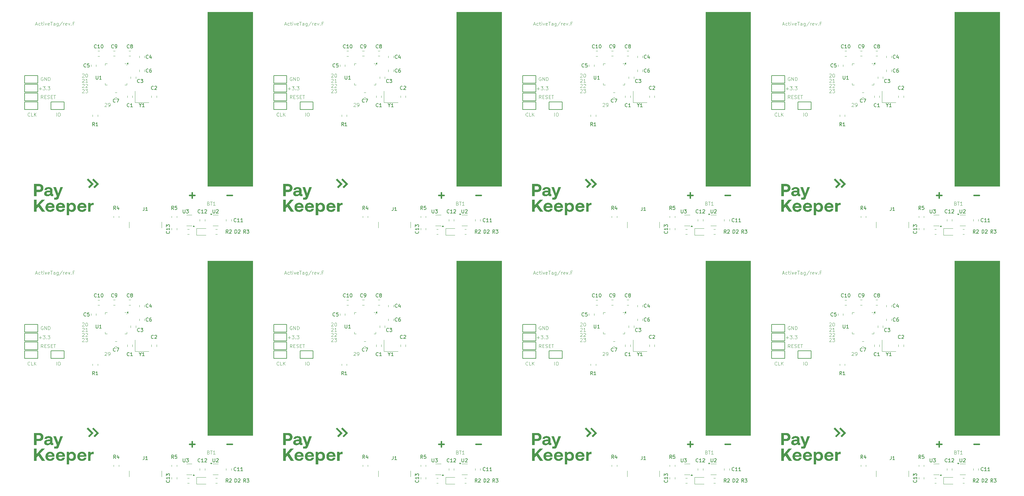
<source format=gbr>
%TF.GenerationSoftware,KiCad,Pcbnew,8.0.6-8.0.6-0~ubuntu24.04.1*%
%TF.CreationDate,2024-11-29T19:36:17+05:00*%
%TF.ProjectId,panel,70616e65-6c2e-46b6-9963-61645f706362,rev?*%
%TF.SameCoordinates,Original*%
%TF.FileFunction,Legend,Top*%
%TF.FilePolarity,Positive*%
%FSLAX46Y46*%
G04 Gerber Fmt 4.6, Leading zero omitted, Abs format (unit mm)*
G04 Created by KiCad (PCBNEW 8.0.6-8.0.6-0~ubuntu24.04.1) date 2024-11-29 19:36:17*
%MOMM*%
%LPD*%
G01*
G04 APERTURE LIST*
%ADD10C,0.000000*%
%ADD11C,0.100000*%
%ADD12C,0.150000*%
%ADD13C,0.400000*%
%ADD14C,0.120000*%
G04 APERTURE END LIST*
D10*
G36*
X19306927Y-87176428D02*
G01*
X19370648Y-87180504D01*
X19433107Y-87187560D01*
X19494250Y-87197555D01*
X19554019Y-87210447D01*
X19612358Y-87226196D01*
X19669212Y-87244760D01*
X19724524Y-87266098D01*
X19778238Y-87290167D01*
X19830298Y-87316927D01*
X19880647Y-87346336D01*
X19929230Y-87378353D01*
X19975991Y-87412936D01*
X20020873Y-87450044D01*
X20063820Y-87489635D01*
X20104776Y-87531669D01*
X20143685Y-87576103D01*
X20180490Y-87622896D01*
X20215136Y-87672007D01*
X20247567Y-87723395D01*
X20277725Y-87777017D01*
X20305556Y-87832833D01*
X20331003Y-87890801D01*
X20354009Y-87950880D01*
X20374520Y-88013028D01*
X20392477Y-88077204D01*
X20407826Y-88143366D01*
X20420510Y-88211473D01*
X20430473Y-88281484D01*
X20437660Y-88353357D01*
X20442012Y-88427050D01*
X20443476Y-88502523D01*
X20442013Y-88577068D01*
X20437661Y-88649865D01*
X20430478Y-88720872D01*
X20420520Y-88790049D01*
X20407845Y-88857356D01*
X20392510Y-88922751D01*
X20374572Y-88986196D01*
X20354088Y-89047648D01*
X20331115Y-89107068D01*
X20305710Y-89164415D01*
X20277930Y-89219648D01*
X20247832Y-89272728D01*
X20215473Y-89323613D01*
X20180911Y-89372263D01*
X20144202Y-89418638D01*
X20105404Y-89462697D01*
X20064574Y-89504399D01*
X20021767Y-89543705D01*
X19977043Y-89580573D01*
X19930458Y-89614963D01*
X19882068Y-89646835D01*
X19831931Y-89676147D01*
X19780104Y-89702860D01*
X19726644Y-89726934D01*
X19671609Y-89748326D01*
X19615054Y-89766998D01*
X19557038Y-89782908D01*
X19497617Y-89796017D01*
X19436848Y-89806283D01*
X19374789Y-89813666D01*
X19311497Y-89818125D01*
X19247028Y-89819621D01*
X19181281Y-89817932D01*
X19117876Y-89812944D01*
X19056797Y-89804775D01*
X18998031Y-89793542D01*
X18941563Y-89779364D01*
X18887377Y-89762359D01*
X18835459Y-89742643D01*
X18785795Y-89720335D01*
X18738369Y-89695553D01*
X18693167Y-89668415D01*
X18650174Y-89639038D01*
X18609376Y-89607540D01*
X18570757Y-89574039D01*
X18534303Y-89538653D01*
X18500000Y-89501500D01*
X18467832Y-89462698D01*
X18467832Y-90794874D01*
X17759012Y-90794874D01*
X17759012Y-88492469D01*
X18457778Y-88492469D01*
X18460582Y-88573784D01*
X18468902Y-88651667D01*
X18482598Y-88725868D01*
X18491418Y-88761510D01*
X18501529Y-88796137D01*
X18512914Y-88829718D01*
X18525556Y-88862223D01*
X18539437Y-88893619D01*
X18554539Y-88923876D01*
X18570846Y-88952962D01*
X18588338Y-88980845D01*
X18607000Y-89007496D01*
X18626813Y-89032881D01*
X18647761Y-89056971D01*
X18669825Y-89079733D01*
X18692988Y-89101136D01*
X18717232Y-89121150D01*
X18742541Y-89139742D01*
X18768896Y-89156882D01*
X18796280Y-89172537D01*
X18824676Y-89186678D01*
X18854067Y-89199273D01*
X18884433Y-89210289D01*
X18915759Y-89219697D01*
X18948027Y-89227464D01*
X18981218Y-89233560D01*
X19015317Y-89237953D01*
X19050304Y-89240612D01*
X19086164Y-89241505D01*
X19122052Y-89240612D01*
X19157123Y-89237953D01*
X19191357Y-89233560D01*
X19224732Y-89227464D01*
X19257228Y-89219697D01*
X19288822Y-89210289D01*
X19319493Y-89199273D01*
X19349221Y-89186678D01*
X19377985Y-89172537D01*
X19405762Y-89156882D01*
X19432533Y-89139742D01*
X19458275Y-89121150D01*
X19482968Y-89101136D01*
X19506591Y-89079733D01*
X19529122Y-89056971D01*
X19550540Y-89032881D01*
X19570824Y-89007496D01*
X19589953Y-88980845D01*
X19607905Y-88952962D01*
X19624660Y-88923876D01*
X19640196Y-88893619D01*
X19654492Y-88862223D01*
X19667527Y-88829718D01*
X19679280Y-88796137D01*
X19689730Y-88761510D01*
X19698854Y-88725868D01*
X19706634Y-88689243D01*
X19713046Y-88651667D01*
X19718070Y-88613170D01*
X19721685Y-88573784D01*
X19723869Y-88533540D01*
X19724602Y-88492469D01*
X19723869Y-88451870D01*
X19721685Y-88412096D01*
X19718070Y-88373179D01*
X19713046Y-88335147D01*
X19706634Y-88298033D01*
X19698854Y-88261866D01*
X19689730Y-88226676D01*
X19679280Y-88192494D01*
X19667527Y-88159351D01*
X19654492Y-88127276D01*
X19640196Y-88096300D01*
X19624660Y-88066454D01*
X19607905Y-88037767D01*
X19589953Y-88010271D01*
X19570824Y-87983995D01*
X19550540Y-87958970D01*
X19529122Y-87935227D01*
X19506591Y-87912795D01*
X19482968Y-87891705D01*
X19458275Y-87871988D01*
X19432533Y-87853673D01*
X19405762Y-87836792D01*
X19377985Y-87821374D01*
X19349221Y-87807450D01*
X19319493Y-87795051D01*
X19288822Y-87784206D01*
X19257228Y-87774946D01*
X19224732Y-87767302D01*
X19191357Y-87761304D01*
X19157123Y-87756982D01*
X19122052Y-87754366D01*
X19086164Y-87753488D01*
X19050304Y-87754366D01*
X19015317Y-87756982D01*
X18981218Y-87761304D01*
X18948027Y-87767302D01*
X18915759Y-87774946D01*
X18884433Y-87784206D01*
X18854067Y-87795051D01*
X18824676Y-87807450D01*
X18796280Y-87821374D01*
X18768896Y-87836792D01*
X18742541Y-87853673D01*
X18717232Y-87871988D01*
X18692988Y-87891705D01*
X18669825Y-87912795D01*
X18647761Y-87935227D01*
X18626813Y-87958970D01*
X18607000Y-87983995D01*
X18588338Y-88010271D01*
X18570846Y-88037767D01*
X18554539Y-88066454D01*
X18539437Y-88096300D01*
X18525556Y-88127276D01*
X18512914Y-88159351D01*
X18501529Y-88192494D01*
X18491418Y-88226676D01*
X18482598Y-88261866D01*
X18475087Y-88298033D01*
X18468902Y-88335147D01*
X18464062Y-88373179D01*
X18460582Y-88412096D01*
X18458482Y-88451870D01*
X18457778Y-88492469D01*
X17759012Y-88492469D01*
X17759012Y-87205537D01*
X18377344Y-87205537D01*
X18447724Y-87562460D01*
X18479950Y-87521661D01*
X18514430Y-87482321D01*
X18551178Y-87444600D01*
X18590209Y-87408662D01*
X18631538Y-87374668D01*
X18675179Y-87342780D01*
X18721146Y-87313160D01*
X18769456Y-87285970D01*
X18794494Y-87273337D01*
X18820122Y-87261372D01*
X18846343Y-87250096D01*
X18873159Y-87239528D01*
X18900572Y-87229690D01*
X18928582Y-87220601D01*
X18957193Y-87212281D01*
X18986406Y-87204752D01*
X19016223Y-87198032D01*
X19046645Y-87192142D01*
X19077675Y-87187103D01*
X19109314Y-87182935D01*
X19141565Y-87179658D01*
X19174428Y-87177292D01*
X19207907Y-87175857D01*
X19242002Y-87175375D01*
X19306927Y-87176428D01*
G37*
G36*
X153835955Y-81747459D02*
G01*
X153905284Y-81751436D01*
X153973018Y-81758021D01*
X154039113Y-81767175D01*
X154103521Y-81778863D01*
X154166196Y-81793047D01*
X154227093Y-81809691D01*
X154286166Y-81828757D01*
X154343369Y-81850209D01*
X154398655Y-81874011D01*
X154451978Y-81900124D01*
X154503293Y-81928513D01*
X154552554Y-81959141D01*
X154599713Y-81991970D01*
X154644727Y-82026965D01*
X154687548Y-82064087D01*
X154728130Y-82103301D01*
X154766427Y-82144570D01*
X154802394Y-82187856D01*
X154835984Y-82233123D01*
X154867151Y-82280334D01*
X154895850Y-82329452D01*
X154922034Y-82380441D01*
X154945657Y-82433264D01*
X154966673Y-82487883D01*
X154985036Y-82544262D01*
X155000701Y-82602364D01*
X155013621Y-82662153D01*
X155023749Y-82723591D01*
X155031041Y-82786642D01*
X155035450Y-82851268D01*
X155036930Y-82917434D01*
X155035450Y-82983143D01*
X155031041Y-83047342D01*
X155023749Y-83109992D01*
X155013621Y-83171056D01*
X155000701Y-83230497D01*
X154985036Y-83288276D01*
X154966673Y-83344356D01*
X154945657Y-83398699D01*
X154922034Y-83451267D01*
X154895850Y-83502023D01*
X154867151Y-83550929D01*
X154835984Y-83597946D01*
X154802394Y-83643038D01*
X154766427Y-83686167D01*
X154728130Y-83727295D01*
X154687548Y-83766383D01*
X154644727Y-83803395D01*
X154599713Y-83838293D01*
X154552554Y-83871038D01*
X154503293Y-83901594D01*
X154451978Y-83929922D01*
X154398655Y-83955985D01*
X154343369Y-83979745D01*
X154286166Y-84001164D01*
X154227093Y-84020204D01*
X154166196Y-84036829D01*
X154103521Y-84050999D01*
X154039113Y-84062677D01*
X153973018Y-84071826D01*
X153905284Y-84078408D01*
X153835955Y-84082384D01*
X153765078Y-84083718D01*
X153086422Y-84083718D01*
X153086422Y-85265083D01*
X152332359Y-85265083D01*
X152332359Y-83455332D01*
X152332359Y-82374510D01*
X153086422Y-82374510D01*
X153086422Y-83455332D01*
X153694699Y-83455332D01*
X153727318Y-83454731D01*
X153759182Y-83452937D01*
X153790273Y-83449964D01*
X153820572Y-83445828D01*
X153850062Y-83440543D01*
X153878722Y-83434124D01*
X153906537Y-83426586D01*
X153933485Y-83417943D01*
X153959550Y-83408211D01*
X153984713Y-83397403D01*
X154008956Y-83385535D01*
X154032260Y-83372621D01*
X154054606Y-83358676D01*
X154075977Y-83343715D01*
X154096353Y-83327753D01*
X154115717Y-83310804D01*
X154134050Y-83292882D01*
X154151334Y-83274004D01*
X154167549Y-83254183D01*
X154182679Y-83233434D01*
X154196704Y-83211772D01*
X154209606Y-83189211D01*
X154221367Y-83165767D01*
X154231968Y-83141454D01*
X154241391Y-83116286D01*
X154249617Y-83090280D01*
X154256628Y-83063448D01*
X154262406Y-83035806D01*
X154266931Y-83007369D01*
X154270187Y-82978152D01*
X154272153Y-82948169D01*
X154272813Y-82917434D01*
X154272153Y-82886243D01*
X154270187Y-82855832D01*
X154266931Y-82826214D01*
X154262406Y-82797403D01*
X154256628Y-82769413D01*
X154249617Y-82742258D01*
X154241391Y-82715952D01*
X154231968Y-82690509D01*
X154221367Y-82665941D01*
X154209606Y-82642264D01*
X154196704Y-82619491D01*
X154182679Y-82597635D01*
X154167549Y-82576711D01*
X154151334Y-82556733D01*
X154134050Y-82537713D01*
X154115717Y-82519667D01*
X154096353Y-82502607D01*
X154075977Y-82486547D01*
X154054606Y-82471503D01*
X154032260Y-82457486D01*
X154008956Y-82444511D01*
X153984713Y-82432592D01*
X153959550Y-82421743D01*
X153933485Y-82411977D01*
X153906537Y-82403308D01*
X153878722Y-82395751D01*
X153850062Y-82389318D01*
X153820572Y-82384024D01*
X153790273Y-82379882D01*
X153759182Y-82376907D01*
X153727318Y-82375111D01*
X153694699Y-82374510D01*
X153086422Y-82374510D01*
X152332359Y-82374510D01*
X152332359Y-81746124D01*
X153765078Y-81746124D01*
X153835955Y-81747459D01*
G37*
G36*
X169526200Y-81748876D02*
G01*
X168310122Y-82964954D01*
X167935949Y-82590780D01*
X168777852Y-81748876D01*
X167561774Y-80532798D01*
X167935949Y-80158624D01*
X169526200Y-81748876D01*
G37*
G36*
X94236080Y-159176782D02*
G01*
X94306394Y-159180980D01*
X94375139Y-159187930D01*
X94442267Y-159197594D01*
X94507731Y-159209935D01*
X94571484Y-159224915D01*
X94633476Y-159242497D01*
X94693660Y-159262642D01*
X94751989Y-159285312D01*
X94808414Y-159310471D01*
X94862888Y-159338080D01*
X94915363Y-159368102D01*
X94965790Y-159400499D01*
X95014122Y-159435233D01*
X95060312Y-159472266D01*
X95104311Y-159511560D01*
X95146071Y-159553079D01*
X95185544Y-159596784D01*
X95222683Y-159642637D01*
X95257440Y-159690601D01*
X95289767Y-159740638D01*
X95319616Y-159792710D01*
X95346939Y-159846779D01*
X95371689Y-159902809D01*
X95393817Y-159960760D01*
X95413275Y-160020595D01*
X95430016Y-160082277D01*
X95443993Y-160145768D01*
X95455156Y-160211029D01*
X95463458Y-160278024D01*
X95468851Y-160346715D01*
X95471288Y-160417063D01*
X95471043Y-160445782D01*
X95470267Y-160475267D01*
X95468902Y-160505342D01*
X95466889Y-160535828D01*
X95464169Y-160566550D01*
X95460684Y-160597331D01*
X95456374Y-160627994D01*
X95451180Y-160658363D01*
X93576078Y-160658363D01*
X93576078Y-160693554D01*
X93578137Y-160727529D01*
X93581473Y-160760635D01*
X93586069Y-160792860D01*
X93591905Y-160824189D01*
X93598964Y-160854609D01*
X93607227Y-160884106D01*
X93616676Y-160912665D01*
X93627291Y-160940274D01*
X93639056Y-160966917D01*
X93651950Y-160992583D01*
X93665957Y-161017256D01*
X93681057Y-161040923D01*
X93697233Y-161063570D01*
X93714465Y-161085183D01*
X93732735Y-161105749D01*
X93752026Y-161125254D01*
X93772317Y-161143683D01*
X93793592Y-161161024D01*
X93815832Y-161177262D01*
X93839017Y-161192383D01*
X93863131Y-161206374D01*
X93888154Y-161219220D01*
X93914068Y-161230909D01*
X93940855Y-161241426D01*
X93968496Y-161250757D01*
X93996973Y-161258889D01*
X94026267Y-161265808D01*
X94056360Y-161271500D01*
X94087234Y-161275951D01*
X94118870Y-161279147D01*
X94151249Y-161281075D01*
X94184354Y-161281721D01*
X94237067Y-161280251D01*
X94287695Y-161275849D01*
X94336160Y-161268532D01*
X94382379Y-161258314D01*
X94426271Y-161245208D01*
X94467755Y-161229231D01*
X94506750Y-161210397D01*
X94543175Y-161188720D01*
X94576950Y-161164216D01*
X94592818Y-161150908D01*
X94607992Y-161136898D01*
X94622463Y-161122189D01*
X94636221Y-161106782D01*
X94649256Y-161090680D01*
X94661556Y-161073883D01*
X94673113Y-161056394D01*
X94683916Y-161038215D01*
X94693955Y-161019347D01*
X94703219Y-160999792D01*
X94711699Y-160979553D01*
X94719385Y-160958630D01*
X94732332Y-160914744D01*
X95431070Y-160914744D01*
X95422459Y-160961569D01*
X95411720Y-161007750D01*
X95398876Y-161053231D01*
X95383952Y-161097958D01*
X95366969Y-161141874D01*
X95347951Y-161184925D01*
X95326921Y-161227056D01*
X95303901Y-161268211D01*
X95278916Y-161308335D01*
X95251987Y-161347373D01*
X95223138Y-161385270D01*
X95192392Y-161421969D01*
X95159772Y-161457417D01*
X95125301Y-161491558D01*
X95089002Y-161524337D01*
X95050898Y-161555698D01*
X95011011Y-161585586D01*
X94969366Y-161613947D01*
X94925984Y-161640724D01*
X94880890Y-161665862D01*
X94834106Y-161689307D01*
X94785654Y-161711003D01*
X94735559Y-161730895D01*
X94683842Y-161748927D01*
X94630528Y-161765045D01*
X94575639Y-161779193D01*
X94519197Y-161791316D01*
X94461227Y-161801358D01*
X94401751Y-161809265D01*
X94340792Y-161814981D01*
X94278373Y-161818452D01*
X94214518Y-161819621D01*
X94134934Y-161818111D01*
X94057386Y-161813610D01*
X93981905Y-161806163D01*
X93908523Y-161795811D01*
X93837274Y-161782598D01*
X93768188Y-161766567D01*
X93701299Y-161747763D01*
X93636639Y-161726227D01*
X93574239Y-161702003D01*
X93514132Y-161675135D01*
X93456350Y-161645665D01*
X93400925Y-161613638D01*
X93347890Y-161579095D01*
X93297277Y-161542081D01*
X93249118Y-161502639D01*
X93203445Y-161460812D01*
X93160291Y-161416643D01*
X93119687Y-161370176D01*
X93081666Y-161321454D01*
X93046260Y-161270519D01*
X93013502Y-161217416D01*
X92983423Y-161162188D01*
X92956056Y-161104877D01*
X92931433Y-161045527D01*
X92909586Y-160984182D01*
X92890547Y-160920885D01*
X92874349Y-160855678D01*
X92861024Y-160788606D01*
X92850604Y-160719711D01*
X92843121Y-160649037D01*
X92838608Y-160576626D01*
X92837096Y-160502523D01*
X92838635Y-160427949D01*
X92843219Y-160355069D01*
X92850803Y-160283926D01*
X92861338Y-160214566D01*
X92865058Y-160195872D01*
X93591160Y-160195872D01*
X94757441Y-160195872D01*
X94752244Y-160166594D01*
X94746086Y-160138147D01*
X94738978Y-160110538D01*
X94730931Y-160083774D01*
X94721956Y-160057859D01*
X94712065Y-160032802D01*
X94701268Y-160008608D01*
X94689576Y-159985284D01*
X94677000Y-159962836D01*
X94663552Y-159941271D01*
X94649242Y-159920595D01*
X94634082Y-159900815D01*
X94618082Y-159881937D01*
X94601253Y-159863967D01*
X94583608Y-159846913D01*
X94565156Y-159830780D01*
X94545908Y-159815574D01*
X94525877Y-159801303D01*
X94505072Y-159787973D01*
X94483505Y-159775590D01*
X94461187Y-159764160D01*
X94438129Y-159753691D01*
X94414341Y-159744188D01*
X94389836Y-159735658D01*
X94364624Y-159728107D01*
X94338716Y-159721542D01*
X94312123Y-159715970D01*
X94284856Y-159711396D01*
X94256927Y-159707828D01*
X94228346Y-159705271D01*
X94199124Y-159703732D01*
X94169272Y-159703217D01*
X94140748Y-159703760D01*
X94112687Y-159705381D01*
X94085110Y-159708068D01*
X94058039Y-159711809D01*
X94031493Y-159716591D01*
X94005496Y-159722404D01*
X93980067Y-159729235D01*
X93955229Y-159737072D01*
X93931002Y-159745903D01*
X93907407Y-159755716D01*
X93884465Y-159766499D01*
X93862198Y-159778241D01*
X93840628Y-159790928D01*
X93819774Y-159804551D01*
X93799658Y-159819095D01*
X93780302Y-159834550D01*
X93761727Y-159850903D01*
X93743953Y-159868143D01*
X93727002Y-159886257D01*
X93710895Y-159905233D01*
X93695654Y-159925061D01*
X93681299Y-159945726D01*
X93667851Y-159967219D01*
X93655332Y-159989525D01*
X93643764Y-160012635D01*
X93633166Y-160036535D01*
X93623561Y-160061214D01*
X93614969Y-160086660D01*
X93607412Y-160112861D01*
X93600910Y-160139804D01*
X93595486Y-160167479D01*
X93591160Y-160195872D01*
X92865058Y-160195872D01*
X92874778Y-160147032D01*
X92891077Y-160081368D01*
X92910187Y-160017619D01*
X92932061Y-159955829D01*
X92956652Y-159896041D01*
X92983914Y-159838301D01*
X93013798Y-159782652D01*
X93046260Y-159729139D01*
X93081251Y-159677805D01*
X93118724Y-159628696D01*
X93158633Y-159581854D01*
X93200931Y-159537324D01*
X93245570Y-159495152D01*
X93292505Y-159455379D01*
X93341687Y-159418052D01*
X93393069Y-159383213D01*
X93446606Y-159350908D01*
X93502250Y-159321180D01*
X93559954Y-159294073D01*
X93619671Y-159269633D01*
X93681354Y-159247902D01*
X93744957Y-159228925D01*
X93810431Y-159212746D01*
X93877732Y-159199410D01*
X93946810Y-159188961D01*
X94017620Y-159181443D01*
X94090114Y-159176899D01*
X94164246Y-159175375D01*
X94236080Y-159176782D01*
G37*
G36*
X225835955Y-81747459D02*
G01*
X225905284Y-81751436D01*
X225973018Y-81758021D01*
X226039113Y-81767175D01*
X226103521Y-81778863D01*
X226166196Y-81793047D01*
X226227093Y-81809691D01*
X226286166Y-81828757D01*
X226343369Y-81850209D01*
X226398655Y-81874011D01*
X226451978Y-81900124D01*
X226503293Y-81928513D01*
X226552554Y-81959141D01*
X226599713Y-81991970D01*
X226644727Y-82026965D01*
X226687548Y-82064087D01*
X226728130Y-82103301D01*
X226766427Y-82144570D01*
X226802394Y-82187856D01*
X226835984Y-82233123D01*
X226867151Y-82280334D01*
X226895850Y-82329452D01*
X226922034Y-82380441D01*
X226945657Y-82433264D01*
X226966673Y-82487883D01*
X226985036Y-82544262D01*
X227000701Y-82602364D01*
X227013621Y-82662153D01*
X227023749Y-82723591D01*
X227031041Y-82786642D01*
X227035450Y-82851268D01*
X227036930Y-82917434D01*
X227035450Y-82983143D01*
X227031041Y-83047342D01*
X227023749Y-83109992D01*
X227013621Y-83171056D01*
X227000701Y-83230497D01*
X226985036Y-83288276D01*
X226966673Y-83344356D01*
X226945657Y-83398699D01*
X226922034Y-83451267D01*
X226895850Y-83502023D01*
X226867151Y-83550929D01*
X226835984Y-83597946D01*
X226802394Y-83643038D01*
X226766427Y-83686167D01*
X226728130Y-83727295D01*
X226687548Y-83766383D01*
X226644727Y-83803395D01*
X226599713Y-83838293D01*
X226552554Y-83871038D01*
X226503293Y-83901594D01*
X226451978Y-83929922D01*
X226398655Y-83955985D01*
X226343369Y-83979745D01*
X226286166Y-84001164D01*
X226227093Y-84020204D01*
X226166196Y-84036829D01*
X226103521Y-84050999D01*
X226039113Y-84062677D01*
X225973018Y-84071826D01*
X225905284Y-84078408D01*
X225835955Y-84082384D01*
X225765078Y-84083718D01*
X225086422Y-84083718D01*
X225086422Y-85265083D01*
X224332359Y-85265083D01*
X224332359Y-83455332D01*
X224332359Y-82374510D01*
X225086422Y-82374510D01*
X225086422Y-83455332D01*
X225694699Y-83455332D01*
X225727318Y-83454731D01*
X225759182Y-83452937D01*
X225790273Y-83449964D01*
X225820572Y-83445828D01*
X225850062Y-83440543D01*
X225878722Y-83434124D01*
X225906537Y-83426586D01*
X225933485Y-83417943D01*
X225959550Y-83408211D01*
X225984713Y-83397403D01*
X226008956Y-83385535D01*
X226032260Y-83372621D01*
X226054606Y-83358676D01*
X226075977Y-83343715D01*
X226096353Y-83327753D01*
X226115717Y-83310804D01*
X226134050Y-83292882D01*
X226151334Y-83274004D01*
X226167549Y-83254183D01*
X226182679Y-83233434D01*
X226196704Y-83211772D01*
X226209606Y-83189211D01*
X226221367Y-83165767D01*
X226231968Y-83141454D01*
X226241391Y-83116286D01*
X226249617Y-83090280D01*
X226256628Y-83063448D01*
X226262406Y-83035806D01*
X226266931Y-83007369D01*
X226270187Y-82978152D01*
X226272153Y-82948169D01*
X226272813Y-82917434D01*
X226272153Y-82886243D01*
X226270187Y-82855832D01*
X226266931Y-82826214D01*
X226262406Y-82797403D01*
X226256628Y-82769413D01*
X226249617Y-82742258D01*
X226241391Y-82715952D01*
X226231968Y-82690509D01*
X226221367Y-82665941D01*
X226209606Y-82642264D01*
X226196704Y-82619491D01*
X226182679Y-82597635D01*
X226167549Y-82576711D01*
X226151334Y-82556733D01*
X226134050Y-82537713D01*
X226115717Y-82519667D01*
X226096353Y-82502607D01*
X226075977Y-82486547D01*
X226054606Y-82471503D01*
X226032260Y-82457486D01*
X226008956Y-82444511D01*
X225984713Y-82432592D01*
X225959550Y-82421743D01*
X225933485Y-82411977D01*
X225906537Y-82403308D01*
X225878722Y-82395751D01*
X225850062Y-82389318D01*
X225820572Y-82384024D01*
X225790273Y-82379882D01*
X225759182Y-82376907D01*
X225727318Y-82375111D01*
X225694699Y-82374510D01*
X225086422Y-82374510D01*
X224332359Y-82374510D01*
X224332359Y-81746124D01*
X225765078Y-81746124D01*
X225835955Y-81747459D01*
G37*
G36*
X153086422Y-87864083D02*
G01*
X154494005Y-86270500D01*
X155408934Y-86270500D01*
X154106920Y-87738407D01*
X155494394Y-89789457D01*
X154589519Y-89789457D01*
X153574048Y-88291386D01*
X153086422Y-88844366D01*
X153086422Y-89789457D01*
X152332359Y-89789457D01*
X152332359Y-86270500D01*
X153086422Y-86270500D01*
X153086422Y-87864083D01*
G37*
G36*
X231284339Y-156521075D02*
G01*
X231897643Y-154681162D01*
X232656731Y-154681162D01*
X231510558Y-157632060D01*
X231480675Y-157709647D01*
X231451058Y-157782175D01*
X231421263Y-157849652D01*
X231390850Y-157912084D01*
X231359377Y-157969480D01*
X231326401Y-158021845D01*
X231291482Y-158069189D01*
X231273155Y-158090980D01*
X231254176Y-158111518D01*
X231234491Y-158130804D01*
X231214043Y-158148839D01*
X231192778Y-158165625D01*
X231170640Y-158181161D01*
X231147575Y-158195449D01*
X231123526Y-158208489D01*
X231098439Y-158220284D01*
X231072259Y-158230833D01*
X231044929Y-158240137D01*
X231016396Y-158248198D01*
X230986604Y-158255016D01*
X230955497Y-158260593D01*
X230923020Y-158264928D01*
X230889118Y-158268024D01*
X230853737Y-158269881D01*
X230816819Y-158270500D01*
X230128109Y-158270500D01*
X230128109Y-157672276D01*
X230520222Y-157672276D01*
X230552773Y-157671725D01*
X230582687Y-157669988D01*
X230610157Y-157666941D01*
X230635374Y-157662457D01*
X230647197Y-157659638D01*
X230658528Y-157656413D01*
X230669392Y-157652766D01*
X230679812Y-157648682D01*
X230689813Y-157644145D01*
X230699417Y-157639140D01*
X230708650Y-157633650D01*
X230717535Y-157627661D01*
X230726096Y-157621156D01*
X230734356Y-157614120D01*
X230742341Y-157606537D01*
X230750073Y-157598392D01*
X230757578Y-157589668D01*
X230764877Y-157580352D01*
X230771997Y-157570425D01*
X230778960Y-157559874D01*
X230792512Y-157536834D01*
X230805725Y-157511106D01*
X230818791Y-157482565D01*
X230831901Y-157451086D01*
X230897253Y-157280163D01*
X229901891Y-154681162D01*
X230655954Y-154681162D01*
X231284339Y-156521075D01*
G37*
G36*
X22236080Y-87176782D02*
G01*
X22306394Y-87180980D01*
X22375139Y-87187930D01*
X22442267Y-87197594D01*
X22507731Y-87209935D01*
X22571484Y-87224915D01*
X22633476Y-87242497D01*
X22693660Y-87262642D01*
X22751989Y-87285312D01*
X22808414Y-87310471D01*
X22862888Y-87338080D01*
X22915363Y-87368102D01*
X22965790Y-87400499D01*
X23014122Y-87435233D01*
X23060312Y-87472266D01*
X23104311Y-87511560D01*
X23146071Y-87553079D01*
X23185544Y-87596784D01*
X23222683Y-87642637D01*
X23257440Y-87690601D01*
X23289767Y-87740638D01*
X23319616Y-87792710D01*
X23346939Y-87846779D01*
X23371689Y-87902809D01*
X23393817Y-87960760D01*
X23413275Y-88020595D01*
X23430016Y-88082277D01*
X23443993Y-88145768D01*
X23455156Y-88211029D01*
X23463458Y-88278024D01*
X23468851Y-88346715D01*
X23471288Y-88417063D01*
X23471043Y-88445782D01*
X23470267Y-88475267D01*
X23468902Y-88505342D01*
X23466889Y-88535828D01*
X23464169Y-88566550D01*
X23460684Y-88597331D01*
X23456374Y-88627994D01*
X23451180Y-88658363D01*
X21576078Y-88658363D01*
X21576078Y-88693554D01*
X21578137Y-88727529D01*
X21581473Y-88760635D01*
X21586069Y-88792860D01*
X21591905Y-88824189D01*
X21598964Y-88854609D01*
X21607227Y-88884106D01*
X21616676Y-88912665D01*
X21627291Y-88940274D01*
X21639056Y-88966917D01*
X21651950Y-88992583D01*
X21665957Y-89017256D01*
X21681057Y-89040923D01*
X21697233Y-89063570D01*
X21714465Y-89085183D01*
X21732735Y-89105749D01*
X21752026Y-89125254D01*
X21772317Y-89143683D01*
X21793592Y-89161024D01*
X21815832Y-89177262D01*
X21839017Y-89192383D01*
X21863131Y-89206374D01*
X21888154Y-89219220D01*
X21914068Y-89230909D01*
X21940855Y-89241426D01*
X21968496Y-89250757D01*
X21996973Y-89258889D01*
X22026267Y-89265808D01*
X22056360Y-89271500D01*
X22087234Y-89275951D01*
X22118870Y-89279147D01*
X22151249Y-89281075D01*
X22184354Y-89281721D01*
X22237067Y-89280251D01*
X22287695Y-89275849D01*
X22336160Y-89268532D01*
X22382379Y-89258314D01*
X22426271Y-89245208D01*
X22467755Y-89229231D01*
X22506750Y-89210397D01*
X22543175Y-89188720D01*
X22576950Y-89164216D01*
X22592818Y-89150908D01*
X22607992Y-89136898D01*
X22622463Y-89122189D01*
X22636221Y-89106782D01*
X22649256Y-89090680D01*
X22661556Y-89073883D01*
X22673113Y-89056394D01*
X22683916Y-89038215D01*
X22693955Y-89019347D01*
X22703219Y-88999792D01*
X22711699Y-88979553D01*
X22719385Y-88958630D01*
X22732332Y-88914744D01*
X23431070Y-88914744D01*
X23422459Y-88961569D01*
X23411720Y-89007750D01*
X23398876Y-89053231D01*
X23383952Y-89097958D01*
X23366969Y-89141874D01*
X23347951Y-89184925D01*
X23326921Y-89227056D01*
X23303901Y-89268211D01*
X23278916Y-89308335D01*
X23251987Y-89347373D01*
X23223138Y-89385270D01*
X23192392Y-89421969D01*
X23159772Y-89457417D01*
X23125301Y-89491558D01*
X23089002Y-89524337D01*
X23050898Y-89555698D01*
X23011011Y-89585586D01*
X22969366Y-89613947D01*
X22925984Y-89640724D01*
X22880890Y-89665862D01*
X22834106Y-89689307D01*
X22785654Y-89711003D01*
X22735559Y-89730895D01*
X22683842Y-89748927D01*
X22630528Y-89765045D01*
X22575639Y-89779193D01*
X22519197Y-89791316D01*
X22461227Y-89801358D01*
X22401751Y-89809265D01*
X22340792Y-89814981D01*
X22278373Y-89818452D01*
X22214518Y-89819621D01*
X22134934Y-89818111D01*
X22057386Y-89813610D01*
X21981905Y-89806163D01*
X21908523Y-89795811D01*
X21837274Y-89782598D01*
X21768188Y-89766567D01*
X21701299Y-89747763D01*
X21636639Y-89726227D01*
X21574239Y-89702003D01*
X21514132Y-89675135D01*
X21456350Y-89645665D01*
X21400925Y-89613638D01*
X21347890Y-89579095D01*
X21297277Y-89542081D01*
X21249118Y-89502639D01*
X21203445Y-89460812D01*
X21160291Y-89416643D01*
X21119687Y-89370176D01*
X21081666Y-89321454D01*
X21046260Y-89270519D01*
X21013502Y-89217416D01*
X20983423Y-89162188D01*
X20956056Y-89104877D01*
X20931433Y-89045527D01*
X20909586Y-88984182D01*
X20890547Y-88920885D01*
X20874349Y-88855678D01*
X20861024Y-88788606D01*
X20850604Y-88719711D01*
X20843121Y-88649037D01*
X20838608Y-88576626D01*
X20837096Y-88502523D01*
X20838635Y-88427949D01*
X20843219Y-88355069D01*
X20850803Y-88283926D01*
X20861338Y-88214566D01*
X20865058Y-88195872D01*
X21591160Y-88195872D01*
X22757441Y-88195872D01*
X22752244Y-88166594D01*
X22746086Y-88138147D01*
X22738978Y-88110538D01*
X22730931Y-88083774D01*
X22721956Y-88057859D01*
X22712065Y-88032802D01*
X22701268Y-88008608D01*
X22689576Y-87985284D01*
X22677000Y-87962836D01*
X22663552Y-87941271D01*
X22649242Y-87920595D01*
X22634082Y-87900815D01*
X22618082Y-87881937D01*
X22601253Y-87863967D01*
X22583608Y-87846913D01*
X22565156Y-87830780D01*
X22545908Y-87815574D01*
X22525877Y-87801303D01*
X22505072Y-87787973D01*
X22483505Y-87775590D01*
X22461187Y-87764160D01*
X22438129Y-87753691D01*
X22414341Y-87744188D01*
X22389836Y-87735658D01*
X22364624Y-87728107D01*
X22338716Y-87721542D01*
X22312123Y-87715970D01*
X22284856Y-87711396D01*
X22256927Y-87707828D01*
X22228346Y-87705271D01*
X22199124Y-87703732D01*
X22169272Y-87703217D01*
X22140748Y-87703760D01*
X22112687Y-87705381D01*
X22085110Y-87708068D01*
X22058039Y-87711809D01*
X22031493Y-87716591D01*
X22005496Y-87722404D01*
X21980067Y-87729235D01*
X21955229Y-87737072D01*
X21931002Y-87745903D01*
X21907407Y-87755716D01*
X21884465Y-87766499D01*
X21862198Y-87778241D01*
X21840628Y-87790928D01*
X21819774Y-87804551D01*
X21799658Y-87819095D01*
X21780302Y-87834550D01*
X21761727Y-87850903D01*
X21743953Y-87868143D01*
X21727002Y-87886257D01*
X21710895Y-87905233D01*
X21695654Y-87925061D01*
X21681299Y-87945726D01*
X21667851Y-87967219D01*
X21655332Y-87989525D01*
X21643764Y-88012635D01*
X21633166Y-88036535D01*
X21623561Y-88061214D01*
X21614969Y-88086660D01*
X21607412Y-88112861D01*
X21600910Y-88139804D01*
X21595486Y-88167479D01*
X21591160Y-88195872D01*
X20865058Y-88195872D01*
X20874778Y-88147032D01*
X20891077Y-88081368D01*
X20910187Y-88017619D01*
X20932061Y-87955829D01*
X20956652Y-87896041D01*
X20983914Y-87838301D01*
X21013798Y-87782652D01*
X21046260Y-87729139D01*
X21081251Y-87677805D01*
X21118724Y-87628696D01*
X21158633Y-87581854D01*
X21200931Y-87537324D01*
X21245570Y-87495152D01*
X21292505Y-87455379D01*
X21341687Y-87418052D01*
X21393069Y-87383213D01*
X21446606Y-87350908D01*
X21502250Y-87321180D01*
X21559954Y-87294073D01*
X21619671Y-87269633D01*
X21681354Y-87247902D01*
X21744957Y-87228925D01*
X21810431Y-87212746D01*
X21877732Y-87199410D01*
X21946810Y-87188961D01*
X22017620Y-87181443D01*
X22090114Y-87176899D01*
X22164246Y-87175375D01*
X22236080Y-87176782D01*
G37*
G36*
X229014346Y-87176782D02*
G01*
X229084659Y-87180980D01*
X229153404Y-87187930D01*
X229220533Y-87197594D01*
X229285997Y-87209935D01*
X229349750Y-87224915D01*
X229411742Y-87242497D01*
X229471926Y-87262642D01*
X229530255Y-87285312D01*
X229586680Y-87310471D01*
X229641154Y-87338080D01*
X229693629Y-87368102D01*
X229744056Y-87400499D01*
X229792388Y-87435233D01*
X229838578Y-87472266D01*
X229882576Y-87511560D01*
X229924336Y-87553079D01*
X229963810Y-87596784D01*
X230000949Y-87642637D01*
X230035706Y-87690601D01*
X230068033Y-87740638D01*
X230097882Y-87792710D01*
X230125205Y-87846779D01*
X230149954Y-87902809D01*
X230172082Y-87960760D01*
X230191540Y-88020595D01*
X230208282Y-88082277D01*
X230222258Y-88145768D01*
X230233421Y-88211029D01*
X230241723Y-88278024D01*
X230247117Y-88346715D01*
X230249553Y-88417063D01*
X230249308Y-88445782D01*
X230248532Y-88475267D01*
X230247167Y-88505342D01*
X230245154Y-88535828D01*
X230242435Y-88566550D01*
X230238949Y-88597331D01*
X230234639Y-88627994D01*
X230229445Y-88658363D01*
X228354342Y-88658363D01*
X228354342Y-88693554D01*
X228356401Y-88727529D01*
X228359738Y-88760635D01*
X228364333Y-88792860D01*
X228370170Y-88824189D01*
X228377229Y-88854609D01*
X228385492Y-88884106D01*
X228394940Y-88912665D01*
X228405556Y-88940274D01*
X228417320Y-88966917D01*
X228430215Y-88992583D01*
X228444222Y-89017256D01*
X228459322Y-89040923D01*
X228475498Y-89063570D01*
X228492730Y-89085183D01*
X228511000Y-89105749D01*
X228530291Y-89125254D01*
X228550582Y-89143683D01*
X228571857Y-89161024D01*
X228594097Y-89177262D01*
X228617283Y-89192383D01*
X228641396Y-89206374D01*
X228666420Y-89219220D01*
X228692334Y-89230909D01*
X228719121Y-89241426D01*
X228746762Y-89250757D01*
X228775238Y-89258889D01*
X228804533Y-89265808D01*
X228834626Y-89271500D01*
X228865500Y-89275951D01*
X228897136Y-89279147D01*
X228929515Y-89281075D01*
X228962620Y-89281721D01*
X229015332Y-89280251D01*
X229065960Y-89275849D01*
X229114423Y-89268532D01*
X229160640Y-89258314D01*
X229204530Y-89245208D01*
X229246012Y-89229231D01*
X229285005Y-89210397D01*
X229321428Y-89188720D01*
X229355200Y-89164216D01*
X229371067Y-89150908D01*
X229386240Y-89136898D01*
X229400710Y-89122189D01*
X229414467Y-89106782D01*
X229427500Y-89090680D01*
X229439800Y-89073883D01*
X229451356Y-89056394D01*
X229462158Y-89038215D01*
X229472196Y-89019347D01*
X229481460Y-88999792D01*
X229489940Y-88979553D01*
X229497625Y-88958630D01*
X229510572Y-88914744D01*
X230209337Y-88914744D01*
X230200725Y-88961569D01*
X230189985Y-89007750D01*
X230177142Y-89053231D01*
X230162217Y-89097958D01*
X230145235Y-89141874D01*
X230126216Y-89184925D01*
X230105186Y-89227056D01*
X230082167Y-89268211D01*
X230057181Y-89308335D01*
X230030253Y-89347373D01*
X230001404Y-89385270D01*
X229970658Y-89421969D01*
X229938038Y-89457417D01*
X229903567Y-89491558D01*
X229867267Y-89524337D01*
X229829163Y-89555698D01*
X229789277Y-89585586D01*
X229747631Y-89613947D01*
X229704250Y-89640724D01*
X229659155Y-89665862D01*
X229612371Y-89689307D01*
X229563919Y-89711003D01*
X229513824Y-89730895D01*
X229462107Y-89748927D01*
X229408793Y-89765045D01*
X229353904Y-89779193D01*
X229297462Y-89791316D01*
X229239492Y-89801358D01*
X229180016Y-89809265D01*
X229119057Y-89814981D01*
X229056638Y-89818452D01*
X228992782Y-89819621D01*
X228913199Y-89818111D01*
X228835650Y-89813610D01*
X228760170Y-89806163D01*
X228686788Y-89795811D01*
X228615539Y-89782598D01*
X228546453Y-89766567D01*
X228479564Y-89747763D01*
X228414904Y-89726227D01*
X228352504Y-89702003D01*
X228292397Y-89675135D01*
X228234615Y-89645665D01*
X228179190Y-89613638D01*
X228126156Y-89579095D01*
X228075542Y-89542081D01*
X228027383Y-89502639D01*
X227981710Y-89460812D01*
X227938556Y-89416643D01*
X227897952Y-89370176D01*
X227859931Y-89321454D01*
X227824526Y-89270519D01*
X227791767Y-89217416D01*
X227761688Y-89162188D01*
X227734321Y-89104877D01*
X227709698Y-89045527D01*
X227687851Y-88984182D01*
X227668812Y-88920885D01*
X227652614Y-88855678D01*
X227639289Y-88788606D01*
X227628869Y-88719711D01*
X227621386Y-88649037D01*
X227616873Y-88576626D01*
X227615362Y-88502523D01*
X227616900Y-88427949D01*
X227621485Y-88355069D01*
X227629068Y-88283926D01*
X227639603Y-88214566D01*
X227643324Y-88195872D01*
X228369424Y-88195872D01*
X229535708Y-88195872D01*
X229530510Y-88166594D01*
X229524352Y-88138147D01*
X229517244Y-88110538D01*
X229509197Y-88083774D01*
X229500223Y-88057859D01*
X229490331Y-88032802D01*
X229479534Y-88008608D01*
X229467842Y-87985284D01*
X229455266Y-87962836D01*
X229441818Y-87941271D01*
X229427508Y-87920595D01*
X229412347Y-87900815D01*
X229396347Y-87881937D01*
X229379519Y-87863967D01*
X229361873Y-87846913D01*
X229343421Y-87830780D01*
X229324174Y-87815574D01*
X229304142Y-87801303D01*
X229283338Y-87787973D01*
X229261771Y-87775590D01*
X229239452Y-87764160D01*
X229216394Y-87753691D01*
X229192607Y-87744188D01*
X229168102Y-87735658D01*
X229142890Y-87728107D01*
X229116982Y-87721542D01*
X229090389Y-87715970D01*
X229063122Y-87711396D01*
X229035193Y-87707828D01*
X229006612Y-87705271D01*
X228977390Y-87703732D01*
X228947538Y-87703217D01*
X228919014Y-87703760D01*
X228890953Y-87705381D01*
X228863376Y-87708068D01*
X228836305Y-87711809D01*
X228809760Y-87716591D01*
X228783762Y-87722404D01*
X228758334Y-87729235D01*
X228733495Y-87737072D01*
X228709268Y-87745903D01*
X228685673Y-87755716D01*
X228662731Y-87766499D01*
X228640465Y-87778241D01*
X228618894Y-87790928D01*
X228598040Y-87804551D01*
X228577925Y-87819095D01*
X228558568Y-87834550D01*
X228539993Y-87850903D01*
X228522219Y-87868143D01*
X228505268Y-87886257D01*
X228489161Y-87905233D01*
X228473920Y-87925061D01*
X228459564Y-87945726D01*
X228446117Y-87967219D01*
X228433598Y-87989525D01*
X228422029Y-88012635D01*
X228411432Y-88036535D01*
X228401826Y-88061214D01*
X228393234Y-88086660D01*
X228385677Y-88112861D01*
X228379175Y-88139804D01*
X228373751Y-88167479D01*
X228369424Y-88195872D01*
X227643324Y-88195872D01*
X227653044Y-88147032D01*
X227669343Y-88081368D01*
X227688452Y-88017619D01*
X227710326Y-87955829D01*
X227734918Y-87896041D01*
X227762179Y-87838301D01*
X227792064Y-87782652D01*
X227824526Y-87729139D01*
X227859517Y-87677805D01*
X227896990Y-87628696D01*
X227936899Y-87581854D01*
X227979197Y-87537324D01*
X228023836Y-87495152D01*
X228070771Y-87455379D01*
X228119953Y-87418052D01*
X228171336Y-87383213D01*
X228224872Y-87350908D01*
X228280516Y-87321180D01*
X228338220Y-87294073D01*
X228397937Y-87269633D01*
X228459620Y-87247902D01*
X228523223Y-87228925D01*
X228588697Y-87212746D01*
X228655997Y-87199410D01*
X228725076Y-87188961D01*
X228795885Y-87181443D01*
X228868380Y-87176899D01*
X228942511Y-87175375D01*
X229014346Y-87176782D01*
G37*
G36*
X235306927Y-87176428D02*
G01*
X235370648Y-87180504D01*
X235433107Y-87187560D01*
X235494250Y-87197555D01*
X235554019Y-87210447D01*
X235612358Y-87226196D01*
X235669212Y-87244760D01*
X235724524Y-87266098D01*
X235778238Y-87290167D01*
X235830298Y-87316927D01*
X235880647Y-87346336D01*
X235929230Y-87378353D01*
X235975991Y-87412936D01*
X236020873Y-87450044D01*
X236063820Y-87489635D01*
X236104776Y-87531669D01*
X236143685Y-87576103D01*
X236180490Y-87622896D01*
X236215136Y-87672007D01*
X236247567Y-87723395D01*
X236277725Y-87777017D01*
X236305556Y-87832833D01*
X236331003Y-87890801D01*
X236354009Y-87950880D01*
X236374520Y-88013028D01*
X236392477Y-88077204D01*
X236407826Y-88143366D01*
X236420510Y-88211473D01*
X236430473Y-88281484D01*
X236437660Y-88353357D01*
X236442012Y-88427050D01*
X236443476Y-88502523D01*
X236442013Y-88577068D01*
X236437661Y-88649865D01*
X236430478Y-88720872D01*
X236420520Y-88790049D01*
X236407845Y-88857356D01*
X236392510Y-88922751D01*
X236374572Y-88986196D01*
X236354088Y-89047648D01*
X236331115Y-89107068D01*
X236305710Y-89164415D01*
X236277930Y-89219648D01*
X236247832Y-89272728D01*
X236215473Y-89323613D01*
X236180911Y-89372263D01*
X236144202Y-89418638D01*
X236105404Y-89462697D01*
X236064574Y-89504399D01*
X236021767Y-89543705D01*
X235977043Y-89580573D01*
X235930458Y-89614963D01*
X235882068Y-89646835D01*
X235831931Y-89676147D01*
X235780104Y-89702860D01*
X235726644Y-89726934D01*
X235671609Y-89748326D01*
X235615054Y-89766998D01*
X235557038Y-89782908D01*
X235497617Y-89796017D01*
X235436848Y-89806283D01*
X235374789Y-89813666D01*
X235311497Y-89818125D01*
X235247028Y-89819621D01*
X235181281Y-89817932D01*
X235117876Y-89812944D01*
X235056797Y-89804775D01*
X234998031Y-89793542D01*
X234941563Y-89779364D01*
X234887377Y-89762359D01*
X234835459Y-89742643D01*
X234785795Y-89720335D01*
X234738369Y-89695553D01*
X234693167Y-89668415D01*
X234650174Y-89639038D01*
X234609376Y-89607540D01*
X234570757Y-89574039D01*
X234534303Y-89538653D01*
X234500000Y-89501500D01*
X234467832Y-89462698D01*
X234467832Y-90794874D01*
X233759012Y-90794874D01*
X233759012Y-88492469D01*
X234457778Y-88492469D01*
X234460582Y-88573784D01*
X234468902Y-88651667D01*
X234482598Y-88725868D01*
X234491418Y-88761510D01*
X234501529Y-88796137D01*
X234512914Y-88829718D01*
X234525556Y-88862223D01*
X234539437Y-88893619D01*
X234554539Y-88923876D01*
X234570846Y-88952962D01*
X234588338Y-88980845D01*
X234607000Y-89007496D01*
X234626813Y-89032881D01*
X234647761Y-89056971D01*
X234669825Y-89079733D01*
X234692988Y-89101136D01*
X234717232Y-89121150D01*
X234742541Y-89139742D01*
X234768896Y-89156882D01*
X234796280Y-89172537D01*
X234824676Y-89186678D01*
X234854067Y-89199273D01*
X234884433Y-89210289D01*
X234915759Y-89219697D01*
X234948027Y-89227464D01*
X234981218Y-89233560D01*
X235015317Y-89237953D01*
X235050304Y-89240612D01*
X235086164Y-89241505D01*
X235122052Y-89240612D01*
X235157123Y-89237953D01*
X235191357Y-89233560D01*
X235224732Y-89227464D01*
X235257228Y-89219697D01*
X235288822Y-89210289D01*
X235319493Y-89199273D01*
X235349221Y-89186678D01*
X235377985Y-89172537D01*
X235405762Y-89156882D01*
X235432533Y-89139742D01*
X235458275Y-89121150D01*
X235482968Y-89101136D01*
X235506591Y-89079733D01*
X235529122Y-89056971D01*
X235550540Y-89032881D01*
X235570824Y-89007496D01*
X235589953Y-88980845D01*
X235607905Y-88952962D01*
X235624660Y-88923876D01*
X235640196Y-88893619D01*
X235654492Y-88862223D01*
X235667527Y-88829718D01*
X235679280Y-88796137D01*
X235689730Y-88761510D01*
X235698854Y-88725868D01*
X235706634Y-88689243D01*
X235713046Y-88651667D01*
X235718070Y-88613170D01*
X235721685Y-88573784D01*
X235723869Y-88533540D01*
X235724602Y-88492469D01*
X235723869Y-88451870D01*
X235721685Y-88412096D01*
X235718070Y-88373179D01*
X235713046Y-88335147D01*
X235706634Y-88298033D01*
X235698854Y-88261866D01*
X235689730Y-88226676D01*
X235679280Y-88192494D01*
X235667527Y-88159351D01*
X235654492Y-88127276D01*
X235640196Y-88096300D01*
X235624660Y-88066454D01*
X235607905Y-88037767D01*
X235589953Y-88010271D01*
X235570824Y-87983995D01*
X235550540Y-87958970D01*
X235529122Y-87935227D01*
X235506591Y-87912795D01*
X235482968Y-87891705D01*
X235458275Y-87871988D01*
X235432533Y-87853673D01*
X235405762Y-87836792D01*
X235377985Y-87821374D01*
X235349221Y-87807450D01*
X235319493Y-87795051D01*
X235288822Y-87784206D01*
X235257228Y-87774946D01*
X235224732Y-87767302D01*
X235191357Y-87761304D01*
X235157123Y-87756982D01*
X235122052Y-87754366D01*
X235086164Y-87753488D01*
X235050304Y-87754366D01*
X235015317Y-87756982D01*
X234981218Y-87761304D01*
X234948027Y-87767302D01*
X234915759Y-87774946D01*
X234884433Y-87784206D01*
X234854067Y-87795051D01*
X234824676Y-87807450D01*
X234796280Y-87821374D01*
X234768896Y-87836792D01*
X234742541Y-87853673D01*
X234717232Y-87871988D01*
X234692988Y-87891705D01*
X234669825Y-87912795D01*
X234647761Y-87935227D01*
X234626813Y-87958970D01*
X234607000Y-87983995D01*
X234588338Y-88010271D01*
X234570846Y-88037767D01*
X234554539Y-88066454D01*
X234539437Y-88096300D01*
X234525556Y-88127276D01*
X234512914Y-88159351D01*
X234501529Y-88192494D01*
X234491418Y-88226676D01*
X234482598Y-88261866D01*
X234475087Y-88298033D01*
X234468902Y-88335147D01*
X234464062Y-88373179D01*
X234460582Y-88412096D01*
X234458482Y-88451870D01*
X234457778Y-88492469D01*
X233759012Y-88492469D01*
X233759012Y-87205537D01*
X234377344Y-87205537D01*
X234447724Y-87562460D01*
X234479950Y-87521661D01*
X234514430Y-87482321D01*
X234551178Y-87444600D01*
X234590209Y-87408662D01*
X234631538Y-87374668D01*
X234675179Y-87342780D01*
X234721146Y-87313160D01*
X234769456Y-87285970D01*
X234794494Y-87273337D01*
X234820122Y-87261372D01*
X234846343Y-87250096D01*
X234873159Y-87239528D01*
X234900572Y-87229690D01*
X234928582Y-87220601D01*
X234957193Y-87212281D01*
X234986406Y-87204752D01*
X235016223Y-87198032D01*
X235046645Y-87192142D01*
X235077675Y-87187103D01*
X235109314Y-87182935D01*
X235141565Y-87179658D01*
X235174428Y-87177292D01*
X235207907Y-87175857D01*
X235242002Y-87175375D01*
X235306927Y-87176428D01*
G37*
G36*
X160035888Y-159176782D02*
G01*
X160106201Y-159180980D01*
X160174946Y-159187930D01*
X160242075Y-159197594D01*
X160307539Y-159209935D01*
X160371291Y-159224915D01*
X160433284Y-159242497D01*
X160493468Y-159262642D01*
X160551797Y-159285312D01*
X160608222Y-159310471D01*
X160662696Y-159338080D01*
X160715170Y-159368102D01*
X160765597Y-159400499D01*
X160813930Y-159435233D01*
X160860119Y-159472266D01*
X160904117Y-159511560D01*
X160945877Y-159553079D01*
X160985351Y-159596784D01*
X161022490Y-159642637D01*
X161057247Y-159690601D01*
X161089574Y-159740638D01*
X161119423Y-159792710D01*
X161146746Y-159846779D01*
X161171495Y-159902809D01*
X161193623Y-159960760D01*
X161213082Y-160020595D01*
X161229823Y-160082277D01*
X161243799Y-160145768D01*
X161254962Y-160211029D01*
X161263264Y-160278024D01*
X161268657Y-160346715D01*
X161271094Y-160417063D01*
X161270849Y-160445782D01*
X161270073Y-160475267D01*
X161268709Y-160505342D01*
X161266696Y-160535828D01*
X161263976Y-160566550D01*
X161260491Y-160597331D01*
X161256180Y-160627994D01*
X161250986Y-160658363D01*
X159375884Y-160658363D01*
X159375884Y-160693554D01*
X159377943Y-160727529D01*
X159381279Y-160760635D01*
X159385875Y-160792860D01*
X159391712Y-160824189D01*
X159398771Y-160854609D01*
X159407034Y-160884106D01*
X159416482Y-160912665D01*
X159427098Y-160940274D01*
X159438862Y-160966917D01*
X159451757Y-160992583D01*
X159465764Y-161017256D01*
X159480864Y-161040923D01*
X159497040Y-161063570D01*
X159514272Y-161085183D01*
X159532542Y-161105749D01*
X159551832Y-161125254D01*
X159572124Y-161143683D01*
X159593399Y-161161024D01*
X159615639Y-161177262D01*
X159638825Y-161192383D01*
X159662938Y-161206374D01*
X159687962Y-161219220D01*
X159713876Y-161230909D01*
X159740662Y-161241426D01*
X159768303Y-161250757D01*
X159796780Y-161258889D01*
X159826074Y-161265808D01*
X159856168Y-161271500D01*
X159887041Y-161275951D01*
X159918677Y-161279147D01*
X159951057Y-161281075D01*
X159984162Y-161281721D01*
X160036874Y-161280251D01*
X160087502Y-161275849D01*
X160135965Y-161268532D01*
X160182182Y-161258314D01*
X160226072Y-161245208D01*
X160267554Y-161229231D01*
X160306547Y-161210397D01*
X160342970Y-161188720D01*
X160376742Y-161164216D01*
X160392608Y-161150908D01*
X160407782Y-161136898D01*
X160422252Y-161122189D01*
X160436009Y-161106782D01*
X160449042Y-161090680D01*
X160461342Y-161073883D01*
X160472898Y-161056394D01*
X160483700Y-161038215D01*
X160493738Y-161019347D01*
X160503002Y-160999792D01*
X160511482Y-160979553D01*
X160519167Y-160958630D01*
X160532114Y-160914744D01*
X161230878Y-160914744D01*
X161222266Y-160961569D01*
X161211527Y-161007750D01*
X161198684Y-161053231D01*
X161183759Y-161097958D01*
X161166776Y-161141874D01*
X161147758Y-161184925D01*
X161126728Y-161227056D01*
X161103708Y-161268211D01*
X161078723Y-161308335D01*
X161051794Y-161347373D01*
X161022945Y-161385270D01*
X160992199Y-161421969D01*
X160959579Y-161457417D01*
X160925108Y-161491558D01*
X160888809Y-161524337D01*
X160850705Y-161555698D01*
X160810818Y-161585586D01*
X160769173Y-161613947D01*
X160725791Y-161640724D01*
X160680697Y-161665862D01*
X160633912Y-161689307D01*
X160585461Y-161711003D01*
X160535366Y-161730895D01*
X160483649Y-161748927D01*
X160430335Y-161765045D01*
X160375445Y-161779193D01*
X160319004Y-161791316D01*
X160261034Y-161801358D01*
X160201558Y-161809265D01*
X160140599Y-161814981D01*
X160078180Y-161818452D01*
X160014324Y-161819621D01*
X159934740Y-161818111D01*
X159857192Y-161813610D01*
X159781711Y-161806163D01*
X159708330Y-161795811D01*
X159637080Y-161782598D01*
X159567995Y-161766567D01*
X159501106Y-161747763D01*
X159436445Y-161726227D01*
X159374045Y-161702003D01*
X159313938Y-161675135D01*
X159256156Y-161645665D01*
X159200732Y-161613638D01*
X159147697Y-161579095D01*
X159097084Y-161542081D01*
X159048925Y-161502639D01*
X159003252Y-161460812D01*
X158960098Y-161416643D01*
X158919494Y-161370176D01*
X158881473Y-161321454D01*
X158846067Y-161270519D01*
X158813309Y-161217416D01*
X158783230Y-161162188D01*
X158755863Y-161104877D01*
X158731240Y-161045527D01*
X158709393Y-160984182D01*
X158690354Y-160920885D01*
X158674156Y-160855678D01*
X158660831Y-160788606D01*
X158650411Y-160719711D01*
X158642928Y-160649037D01*
X158638415Y-160576626D01*
X158636903Y-160502523D01*
X158638442Y-160427949D01*
X158643026Y-160355069D01*
X158650610Y-160283926D01*
X158661145Y-160214566D01*
X158664865Y-160195872D01*
X159390966Y-160195872D01*
X160557250Y-160195872D01*
X160552053Y-160166594D01*
X160545895Y-160138147D01*
X160538787Y-160110538D01*
X160530740Y-160083774D01*
X160521765Y-160057859D01*
X160511873Y-160032802D01*
X160501076Y-160008608D01*
X160489384Y-159985284D01*
X160476808Y-159962836D01*
X160463360Y-159941271D01*
X160449050Y-159920595D01*
X160433890Y-159900815D01*
X160417890Y-159881937D01*
X160401061Y-159863967D01*
X160383416Y-159846913D01*
X160364964Y-159830780D01*
X160345716Y-159815574D01*
X160325685Y-159801303D01*
X160304880Y-159787973D01*
X160283313Y-159775590D01*
X160260995Y-159764160D01*
X160237936Y-159753691D01*
X160214149Y-159744188D01*
X160189644Y-159735658D01*
X160164432Y-159728107D01*
X160138524Y-159721542D01*
X160111931Y-159715970D01*
X160084664Y-159711396D01*
X160056735Y-159707828D01*
X160028153Y-159705271D01*
X159998932Y-159703732D01*
X159969080Y-159703217D01*
X159940556Y-159703760D01*
X159912495Y-159705381D01*
X159884918Y-159708068D01*
X159857846Y-159711809D01*
X159831301Y-159716591D01*
X159805303Y-159722404D01*
X159779875Y-159729235D01*
X159755036Y-159737072D01*
X159730809Y-159745903D01*
X159707214Y-159755716D01*
X159684272Y-159766499D01*
X159662005Y-159778241D01*
X159640435Y-159790928D01*
X159619581Y-159804551D01*
X159599465Y-159819095D01*
X159580109Y-159834550D01*
X159561534Y-159850903D01*
X159543760Y-159868143D01*
X159526809Y-159886257D01*
X159510702Y-159905233D01*
X159495461Y-159925061D01*
X159481105Y-159945726D01*
X159467658Y-159967219D01*
X159455139Y-159989525D01*
X159443570Y-160012635D01*
X159432973Y-160036535D01*
X159423367Y-160061214D01*
X159414775Y-160086660D01*
X159407218Y-160112861D01*
X159400717Y-160139804D01*
X159395292Y-160167479D01*
X159390966Y-160195872D01*
X158664865Y-160195872D01*
X158674586Y-160147032D01*
X158690884Y-160081368D01*
X158709994Y-160017619D01*
X158731868Y-159955829D01*
X158756459Y-159896041D01*
X158783721Y-159838301D01*
X158813606Y-159782652D01*
X158846067Y-159729139D01*
X158881058Y-159677805D01*
X158918531Y-159628696D01*
X158958441Y-159581854D01*
X159000738Y-159537324D01*
X159045378Y-159495152D01*
X159092312Y-159455379D01*
X159141494Y-159418052D01*
X159192877Y-159383213D01*
X159246414Y-159350908D01*
X159302058Y-159321180D01*
X159359762Y-159294073D01*
X159419479Y-159269633D01*
X159481162Y-159247902D01*
X159544764Y-159228925D01*
X159610239Y-159212746D01*
X159677539Y-159199410D01*
X159746618Y-159188961D01*
X159817428Y-159181443D01*
X159889922Y-159176899D01*
X159964054Y-159175375D01*
X160035888Y-159176782D01*
G37*
G36*
X87284339Y-84521075D02*
G01*
X87897643Y-82681162D01*
X88656731Y-82681162D01*
X87510558Y-85632060D01*
X87480675Y-85709647D01*
X87451058Y-85782175D01*
X87421263Y-85849652D01*
X87390850Y-85912084D01*
X87359377Y-85969480D01*
X87326401Y-86021845D01*
X87291482Y-86069189D01*
X87273155Y-86090980D01*
X87254176Y-86111518D01*
X87234491Y-86130804D01*
X87214043Y-86148839D01*
X87192778Y-86165625D01*
X87170640Y-86181161D01*
X87147575Y-86195449D01*
X87123526Y-86208489D01*
X87098439Y-86220284D01*
X87072259Y-86230833D01*
X87044929Y-86240137D01*
X87016396Y-86248198D01*
X86986604Y-86255016D01*
X86955497Y-86260593D01*
X86923020Y-86264928D01*
X86889118Y-86268024D01*
X86853737Y-86269881D01*
X86816819Y-86270500D01*
X86128109Y-86270500D01*
X86128109Y-85672276D01*
X86520222Y-85672276D01*
X86552773Y-85671725D01*
X86582687Y-85669988D01*
X86610157Y-85666941D01*
X86635374Y-85662457D01*
X86647197Y-85659638D01*
X86658528Y-85656413D01*
X86669392Y-85652766D01*
X86679812Y-85648682D01*
X86689813Y-85644145D01*
X86699417Y-85639140D01*
X86708650Y-85633650D01*
X86717535Y-85627661D01*
X86726096Y-85621156D01*
X86734356Y-85614120D01*
X86742341Y-85606537D01*
X86750073Y-85598392D01*
X86757578Y-85589668D01*
X86764877Y-85580352D01*
X86771997Y-85570425D01*
X86778960Y-85559874D01*
X86792512Y-85536834D01*
X86805725Y-85511106D01*
X86818791Y-85482565D01*
X86831901Y-85451086D01*
X86897253Y-85280163D01*
X85901891Y-82681162D01*
X86655954Y-82681162D01*
X87284339Y-84521075D01*
G37*
G36*
X25526200Y-153748876D02*
G01*
X24310122Y-154964954D01*
X23935949Y-154590780D01*
X24777852Y-153748876D01*
X23561774Y-152532798D01*
X23935949Y-152158624D01*
X25526200Y-153748876D01*
G37*
G36*
X81835955Y-153747459D02*
G01*
X81905284Y-153751436D01*
X81973018Y-153758021D01*
X82039113Y-153767175D01*
X82103521Y-153778863D01*
X82166196Y-153793047D01*
X82227093Y-153809691D01*
X82286166Y-153828757D01*
X82343369Y-153850209D01*
X82398655Y-153874011D01*
X82451978Y-153900124D01*
X82503293Y-153928513D01*
X82552554Y-153959141D01*
X82599713Y-153991970D01*
X82644727Y-154026965D01*
X82687548Y-154064087D01*
X82728130Y-154103301D01*
X82766427Y-154144570D01*
X82802394Y-154187856D01*
X82835984Y-154233123D01*
X82867151Y-154280334D01*
X82895850Y-154329452D01*
X82922034Y-154380441D01*
X82945657Y-154433264D01*
X82966673Y-154487883D01*
X82985036Y-154544262D01*
X83000701Y-154602364D01*
X83013621Y-154662153D01*
X83023749Y-154723591D01*
X83031041Y-154786642D01*
X83035450Y-154851268D01*
X83036930Y-154917434D01*
X83035450Y-154983143D01*
X83031041Y-155047342D01*
X83023749Y-155109992D01*
X83013621Y-155171056D01*
X83000701Y-155230497D01*
X82985036Y-155288276D01*
X82966673Y-155344356D01*
X82945657Y-155398699D01*
X82922034Y-155451267D01*
X82895850Y-155502023D01*
X82867151Y-155550929D01*
X82835984Y-155597946D01*
X82802394Y-155643038D01*
X82766427Y-155686167D01*
X82728130Y-155727295D01*
X82687548Y-155766383D01*
X82644727Y-155803395D01*
X82599713Y-155838293D01*
X82552554Y-155871038D01*
X82503293Y-155901594D01*
X82451978Y-155929922D01*
X82398655Y-155955985D01*
X82343369Y-155979745D01*
X82286166Y-156001164D01*
X82227093Y-156020204D01*
X82166196Y-156036829D01*
X82103521Y-156050999D01*
X82039113Y-156062677D01*
X81973018Y-156071826D01*
X81905284Y-156078408D01*
X81835955Y-156082384D01*
X81765078Y-156083718D01*
X81086422Y-156083718D01*
X81086422Y-157265083D01*
X80332359Y-157265083D01*
X80332359Y-155455332D01*
X80332359Y-154374510D01*
X81086422Y-154374510D01*
X81086422Y-155455332D01*
X81694699Y-155455332D01*
X81727318Y-155454731D01*
X81759182Y-155452937D01*
X81790273Y-155449964D01*
X81820572Y-155445828D01*
X81850062Y-155440543D01*
X81878722Y-155434124D01*
X81906537Y-155426586D01*
X81933485Y-155417943D01*
X81959550Y-155408211D01*
X81984713Y-155397403D01*
X82008956Y-155385535D01*
X82032260Y-155372621D01*
X82054606Y-155358676D01*
X82075977Y-155343715D01*
X82096353Y-155327753D01*
X82115717Y-155310804D01*
X82134050Y-155292882D01*
X82151334Y-155274004D01*
X82167549Y-155254183D01*
X82182679Y-155233434D01*
X82196704Y-155211772D01*
X82209606Y-155189211D01*
X82221367Y-155165767D01*
X82231968Y-155141454D01*
X82241391Y-155116286D01*
X82249617Y-155090280D01*
X82256628Y-155063448D01*
X82262406Y-155035806D01*
X82266931Y-155007369D01*
X82270187Y-154978152D01*
X82272153Y-154948169D01*
X82272813Y-154917434D01*
X82272153Y-154886243D01*
X82270187Y-154855832D01*
X82266931Y-154826214D01*
X82262406Y-154797403D01*
X82256628Y-154769413D01*
X82249617Y-154742258D01*
X82241391Y-154715952D01*
X82231968Y-154690509D01*
X82221367Y-154665941D01*
X82209606Y-154642264D01*
X82196704Y-154619491D01*
X82182679Y-154597635D01*
X82167549Y-154576711D01*
X82151334Y-154556733D01*
X82134050Y-154537713D01*
X82115717Y-154519667D01*
X82096353Y-154502607D01*
X82075977Y-154486547D01*
X82054606Y-154471503D01*
X82032260Y-154457486D01*
X82008956Y-154444511D01*
X81984713Y-154432592D01*
X81959550Y-154421743D01*
X81933485Y-154411977D01*
X81906537Y-154403308D01*
X81878722Y-154395751D01*
X81850062Y-154389318D01*
X81820572Y-154384024D01*
X81790273Y-154379882D01*
X81759182Y-154376907D01*
X81727318Y-154375111D01*
X81694699Y-154374510D01*
X81086422Y-154374510D01*
X80332359Y-154374510D01*
X80332359Y-153746124D01*
X81765078Y-153746124D01*
X81835955Y-153747459D01*
G37*
G36*
X232035888Y-159176782D02*
G01*
X232106201Y-159180980D01*
X232174946Y-159187930D01*
X232242075Y-159197594D01*
X232307539Y-159209935D01*
X232371291Y-159224915D01*
X232433284Y-159242497D01*
X232493468Y-159262642D01*
X232551797Y-159285312D01*
X232608222Y-159310471D01*
X232662696Y-159338080D01*
X232715170Y-159368102D01*
X232765597Y-159400499D01*
X232813930Y-159435233D01*
X232860119Y-159472266D01*
X232904117Y-159511560D01*
X232945877Y-159553079D01*
X232985351Y-159596784D01*
X233022490Y-159642637D01*
X233057247Y-159690601D01*
X233089574Y-159740638D01*
X233119423Y-159792710D01*
X233146746Y-159846779D01*
X233171495Y-159902809D01*
X233193623Y-159960760D01*
X233213082Y-160020595D01*
X233229823Y-160082277D01*
X233243799Y-160145768D01*
X233254962Y-160211029D01*
X233263264Y-160278024D01*
X233268657Y-160346715D01*
X233271094Y-160417063D01*
X233270849Y-160445782D01*
X233270073Y-160475267D01*
X233268709Y-160505342D01*
X233266696Y-160535828D01*
X233263976Y-160566550D01*
X233260491Y-160597331D01*
X233256180Y-160627994D01*
X233250986Y-160658363D01*
X231375884Y-160658363D01*
X231375884Y-160693554D01*
X231377943Y-160727529D01*
X231381279Y-160760635D01*
X231385875Y-160792860D01*
X231391712Y-160824189D01*
X231398771Y-160854609D01*
X231407034Y-160884106D01*
X231416482Y-160912665D01*
X231427098Y-160940274D01*
X231438862Y-160966917D01*
X231451757Y-160992583D01*
X231465764Y-161017256D01*
X231480864Y-161040923D01*
X231497040Y-161063570D01*
X231514272Y-161085183D01*
X231532542Y-161105749D01*
X231551832Y-161125254D01*
X231572124Y-161143683D01*
X231593399Y-161161024D01*
X231615639Y-161177262D01*
X231638825Y-161192383D01*
X231662938Y-161206374D01*
X231687962Y-161219220D01*
X231713876Y-161230909D01*
X231740662Y-161241426D01*
X231768303Y-161250757D01*
X231796780Y-161258889D01*
X231826074Y-161265808D01*
X231856168Y-161271500D01*
X231887041Y-161275951D01*
X231918677Y-161279147D01*
X231951057Y-161281075D01*
X231984162Y-161281721D01*
X232036874Y-161280251D01*
X232087502Y-161275849D01*
X232135965Y-161268532D01*
X232182182Y-161258314D01*
X232226072Y-161245208D01*
X232267554Y-161229231D01*
X232306547Y-161210397D01*
X232342970Y-161188720D01*
X232376742Y-161164216D01*
X232392608Y-161150908D01*
X232407782Y-161136898D01*
X232422252Y-161122189D01*
X232436009Y-161106782D01*
X232449042Y-161090680D01*
X232461342Y-161073883D01*
X232472898Y-161056394D01*
X232483700Y-161038215D01*
X232493738Y-161019347D01*
X232503002Y-160999792D01*
X232511482Y-160979553D01*
X232519167Y-160958630D01*
X232532114Y-160914744D01*
X233230878Y-160914744D01*
X233222266Y-160961569D01*
X233211527Y-161007750D01*
X233198684Y-161053231D01*
X233183759Y-161097958D01*
X233166776Y-161141874D01*
X233147758Y-161184925D01*
X233126728Y-161227056D01*
X233103708Y-161268211D01*
X233078723Y-161308335D01*
X233051794Y-161347373D01*
X233022945Y-161385270D01*
X232992199Y-161421969D01*
X232959579Y-161457417D01*
X232925108Y-161491558D01*
X232888809Y-161524337D01*
X232850705Y-161555698D01*
X232810818Y-161585586D01*
X232769173Y-161613947D01*
X232725791Y-161640724D01*
X232680697Y-161665862D01*
X232633912Y-161689307D01*
X232585461Y-161711003D01*
X232535366Y-161730895D01*
X232483649Y-161748927D01*
X232430335Y-161765045D01*
X232375445Y-161779193D01*
X232319004Y-161791316D01*
X232261034Y-161801358D01*
X232201558Y-161809265D01*
X232140599Y-161814981D01*
X232078180Y-161818452D01*
X232014324Y-161819621D01*
X231934740Y-161818111D01*
X231857192Y-161813610D01*
X231781711Y-161806163D01*
X231708330Y-161795811D01*
X231637080Y-161782598D01*
X231567995Y-161766567D01*
X231501106Y-161747763D01*
X231436445Y-161726227D01*
X231374045Y-161702003D01*
X231313938Y-161675135D01*
X231256156Y-161645665D01*
X231200732Y-161613638D01*
X231147697Y-161579095D01*
X231097084Y-161542081D01*
X231048925Y-161502639D01*
X231003252Y-161460812D01*
X230960098Y-161416643D01*
X230919494Y-161370176D01*
X230881473Y-161321454D01*
X230846067Y-161270519D01*
X230813309Y-161217416D01*
X230783230Y-161162188D01*
X230755863Y-161104877D01*
X230731240Y-161045527D01*
X230709393Y-160984182D01*
X230690354Y-160920885D01*
X230674156Y-160855678D01*
X230660831Y-160788606D01*
X230650411Y-160719711D01*
X230642928Y-160649037D01*
X230638415Y-160576626D01*
X230636903Y-160502523D01*
X230638442Y-160427949D01*
X230643026Y-160355069D01*
X230650610Y-160283926D01*
X230661145Y-160214566D01*
X230664865Y-160195872D01*
X231390966Y-160195872D01*
X232557250Y-160195872D01*
X232552053Y-160166594D01*
X232545895Y-160138147D01*
X232538787Y-160110538D01*
X232530740Y-160083774D01*
X232521765Y-160057859D01*
X232511873Y-160032802D01*
X232501076Y-160008608D01*
X232489384Y-159985284D01*
X232476808Y-159962836D01*
X232463360Y-159941271D01*
X232449050Y-159920595D01*
X232433890Y-159900815D01*
X232417890Y-159881937D01*
X232401061Y-159863967D01*
X232383416Y-159846913D01*
X232364964Y-159830780D01*
X232345716Y-159815574D01*
X232325685Y-159801303D01*
X232304880Y-159787973D01*
X232283313Y-159775590D01*
X232260995Y-159764160D01*
X232237936Y-159753691D01*
X232214149Y-159744188D01*
X232189644Y-159735658D01*
X232164432Y-159728107D01*
X232138524Y-159721542D01*
X232111931Y-159715970D01*
X232084664Y-159711396D01*
X232056735Y-159707828D01*
X232028153Y-159705271D01*
X231998932Y-159703732D01*
X231969080Y-159703217D01*
X231940556Y-159703760D01*
X231912495Y-159705381D01*
X231884918Y-159708068D01*
X231857846Y-159711809D01*
X231831301Y-159716591D01*
X231805303Y-159722404D01*
X231779875Y-159729235D01*
X231755036Y-159737072D01*
X231730809Y-159745903D01*
X231707214Y-159755716D01*
X231684272Y-159766499D01*
X231662005Y-159778241D01*
X231640435Y-159790928D01*
X231619581Y-159804551D01*
X231599465Y-159819095D01*
X231580109Y-159834550D01*
X231561534Y-159850903D01*
X231543760Y-159868143D01*
X231526809Y-159886257D01*
X231510702Y-159905233D01*
X231495461Y-159925061D01*
X231481105Y-159945726D01*
X231467658Y-159967219D01*
X231455139Y-159989525D01*
X231443570Y-160012635D01*
X231432973Y-160036535D01*
X231423367Y-160061214D01*
X231414775Y-160086660D01*
X231407218Y-160112861D01*
X231400717Y-160139804D01*
X231395292Y-160167479D01*
X231390966Y-160195872D01*
X230664865Y-160195872D01*
X230674586Y-160147032D01*
X230690884Y-160081368D01*
X230709994Y-160017619D01*
X230731868Y-159955829D01*
X230756459Y-159896041D01*
X230783721Y-159838301D01*
X230813606Y-159782652D01*
X230846067Y-159729139D01*
X230881058Y-159677805D01*
X230918531Y-159628696D01*
X230958441Y-159581854D01*
X231000738Y-159537324D01*
X231045378Y-159495152D01*
X231092312Y-159455379D01*
X231141494Y-159418052D01*
X231192877Y-159383213D01*
X231246414Y-159350908D01*
X231302058Y-159321180D01*
X231359762Y-159294073D01*
X231419479Y-159269633D01*
X231481162Y-159247902D01*
X231544764Y-159228925D01*
X231610239Y-159212746D01*
X231677539Y-159199410D01*
X231746618Y-159188961D01*
X231817428Y-159181443D01*
X231889922Y-159176899D01*
X231964054Y-159175375D01*
X232035888Y-159176782D01*
G37*
G36*
X16035888Y-159176782D02*
G01*
X16106201Y-159180980D01*
X16174946Y-159187930D01*
X16242075Y-159197594D01*
X16307539Y-159209935D01*
X16371291Y-159224915D01*
X16433284Y-159242497D01*
X16493468Y-159262642D01*
X16551797Y-159285312D01*
X16608222Y-159310471D01*
X16662696Y-159338080D01*
X16715170Y-159368102D01*
X16765597Y-159400499D01*
X16813930Y-159435233D01*
X16860119Y-159472266D01*
X16904117Y-159511560D01*
X16945877Y-159553079D01*
X16985351Y-159596784D01*
X17022490Y-159642637D01*
X17057247Y-159690601D01*
X17089574Y-159740638D01*
X17119423Y-159792710D01*
X17146746Y-159846779D01*
X17171495Y-159902809D01*
X17193623Y-159960760D01*
X17213082Y-160020595D01*
X17229823Y-160082277D01*
X17243799Y-160145768D01*
X17254962Y-160211029D01*
X17263264Y-160278024D01*
X17268657Y-160346715D01*
X17271094Y-160417063D01*
X17270849Y-160445782D01*
X17270073Y-160475267D01*
X17268709Y-160505342D01*
X17266696Y-160535828D01*
X17263976Y-160566550D01*
X17260491Y-160597331D01*
X17256180Y-160627994D01*
X17250986Y-160658363D01*
X15375884Y-160658363D01*
X15375884Y-160693554D01*
X15377943Y-160727529D01*
X15381279Y-160760635D01*
X15385875Y-160792860D01*
X15391712Y-160824189D01*
X15398771Y-160854609D01*
X15407034Y-160884106D01*
X15416482Y-160912665D01*
X15427098Y-160940274D01*
X15438862Y-160966917D01*
X15451757Y-160992583D01*
X15465764Y-161017256D01*
X15480864Y-161040923D01*
X15497040Y-161063570D01*
X15514272Y-161085183D01*
X15532542Y-161105749D01*
X15551832Y-161125254D01*
X15572124Y-161143683D01*
X15593399Y-161161024D01*
X15615639Y-161177262D01*
X15638825Y-161192383D01*
X15662938Y-161206374D01*
X15687962Y-161219220D01*
X15713876Y-161230909D01*
X15740662Y-161241426D01*
X15768303Y-161250757D01*
X15796780Y-161258889D01*
X15826074Y-161265808D01*
X15856168Y-161271500D01*
X15887041Y-161275951D01*
X15918677Y-161279147D01*
X15951057Y-161281075D01*
X15984162Y-161281721D01*
X16036874Y-161280251D01*
X16087502Y-161275849D01*
X16135965Y-161268532D01*
X16182182Y-161258314D01*
X16226072Y-161245208D01*
X16267554Y-161229231D01*
X16306547Y-161210397D01*
X16342970Y-161188720D01*
X16376742Y-161164216D01*
X16392608Y-161150908D01*
X16407782Y-161136898D01*
X16422252Y-161122189D01*
X16436009Y-161106782D01*
X16449042Y-161090680D01*
X16461342Y-161073883D01*
X16472898Y-161056394D01*
X16483700Y-161038215D01*
X16493738Y-161019347D01*
X16503002Y-160999792D01*
X16511482Y-160979553D01*
X16519167Y-160958630D01*
X16532114Y-160914744D01*
X17230878Y-160914744D01*
X17222266Y-160961569D01*
X17211527Y-161007750D01*
X17198684Y-161053231D01*
X17183759Y-161097958D01*
X17166776Y-161141874D01*
X17147758Y-161184925D01*
X17126728Y-161227056D01*
X17103708Y-161268211D01*
X17078723Y-161308335D01*
X17051794Y-161347373D01*
X17022945Y-161385270D01*
X16992199Y-161421969D01*
X16959579Y-161457417D01*
X16925108Y-161491558D01*
X16888809Y-161524337D01*
X16850705Y-161555698D01*
X16810818Y-161585586D01*
X16769173Y-161613947D01*
X16725791Y-161640724D01*
X16680697Y-161665862D01*
X16633912Y-161689307D01*
X16585461Y-161711003D01*
X16535366Y-161730895D01*
X16483649Y-161748927D01*
X16430335Y-161765045D01*
X16375445Y-161779193D01*
X16319004Y-161791316D01*
X16261034Y-161801358D01*
X16201558Y-161809265D01*
X16140599Y-161814981D01*
X16078180Y-161818452D01*
X16014324Y-161819621D01*
X15934740Y-161818111D01*
X15857192Y-161813610D01*
X15781711Y-161806163D01*
X15708330Y-161795811D01*
X15637080Y-161782598D01*
X15567995Y-161766567D01*
X15501106Y-161747763D01*
X15436445Y-161726227D01*
X15374045Y-161702003D01*
X15313938Y-161675135D01*
X15256156Y-161645665D01*
X15200732Y-161613638D01*
X15147697Y-161579095D01*
X15097084Y-161542081D01*
X15048925Y-161502639D01*
X15003252Y-161460812D01*
X14960098Y-161416643D01*
X14919494Y-161370176D01*
X14881473Y-161321454D01*
X14846067Y-161270519D01*
X14813309Y-161217416D01*
X14783230Y-161162188D01*
X14755863Y-161104877D01*
X14731240Y-161045527D01*
X14709393Y-160984182D01*
X14690354Y-160920885D01*
X14674156Y-160855678D01*
X14660831Y-160788606D01*
X14650411Y-160719711D01*
X14642928Y-160649037D01*
X14638415Y-160576626D01*
X14636903Y-160502523D01*
X14638442Y-160427949D01*
X14643026Y-160355069D01*
X14650610Y-160283926D01*
X14661145Y-160214566D01*
X14664865Y-160195872D01*
X15390966Y-160195872D01*
X16557250Y-160195872D01*
X16552053Y-160166594D01*
X16545895Y-160138147D01*
X16538787Y-160110538D01*
X16530740Y-160083774D01*
X16521765Y-160057859D01*
X16511873Y-160032802D01*
X16501076Y-160008608D01*
X16489384Y-159985284D01*
X16476808Y-159962836D01*
X16463360Y-159941271D01*
X16449050Y-159920595D01*
X16433890Y-159900815D01*
X16417890Y-159881937D01*
X16401061Y-159863967D01*
X16383416Y-159846913D01*
X16364964Y-159830780D01*
X16345716Y-159815574D01*
X16325685Y-159801303D01*
X16304880Y-159787973D01*
X16283313Y-159775590D01*
X16260995Y-159764160D01*
X16237936Y-159753691D01*
X16214149Y-159744188D01*
X16189644Y-159735658D01*
X16164432Y-159728107D01*
X16138524Y-159721542D01*
X16111931Y-159715970D01*
X16084664Y-159711396D01*
X16056735Y-159707828D01*
X16028153Y-159705271D01*
X15998932Y-159703732D01*
X15969080Y-159703217D01*
X15940556Y-159703760D01*
X15912495Y-159705381D01*
X15884918Y-159708068D01*
X15857846Y-159711809D01*
X15831301Y-159716591D01*
X15805303Y-159722404D01*
X15779875Y-159729235D01*
X15755036Y-159737072D01*
X15730809Y-159745903D01*
X15707214Y-159755716D01*
X15684272Y-159766499D01*
X15662005Y-159778241D01*
X15640435Y-159790928D01*
X15619581Y-159804551D01*
X15599465Y-159819095D01*
X15580109Y-159834550D01*
X15561534Y-159850903D01*
X15543760Y-159868143D01*
X15526809Y-159886257D01*
X15510702Y-159905233D01*
X15495461Y-159925061D01*
X15481105Y-159945726D01*
X15467658Y-159967219D01*
X15455139Y-159989525D01*
X15443570Y-160012635D01*
X15432973Y-160036535D01*
X15423367Y-160061214D01*
X15414775Y-160086660D01*
X15407218Y-160112861D01*
X15400717Y-160139804D01*
X15395292Y-160167479D01*
X15390966Y-160195872D01*
X14664865Y-160195872D01*
X14674586Y-160147032D01*
X14690884Y-160081368D01*
X14709994Y-160017619D01*
X14731868Y-159955829D01*
X14756459Y-159896041D01*
X14783721Y-159838301D01*
X14813606Y-159782652D01*
X14846067Y-159729139D01*
X14881058Y-159677805D01*
X14918531Y-159628696D01*
X14958441Y-159581854D01*
X15000738Y-159537324D01*
X15045378Y-159495152D01*
X15092312Y-159455379D01*
X15141494Y-159418052D01*
X15192877Y-159383213D01*
X15246414Y-159350908D01*
X15302058Y-159321180D01*
X15359762Y-159294073D01*
X15419479Y-159269633D01*
X15481162Y-159247902D01*
X15544764Y-159228925D01*
X15610239Y-159212746D01*
X15677539Y-159199410D01*
X15746618Y-159188961D01*
X15817428Y-159181443D01*
X15889922Y-159176899D01*
X15964054Y-159175375D01*
X16035888Y-159176782D01*
G37*
D11*
X202500000Y-32001500D02*
X215500000Y-32001500D01*
X215500000Y-82413500D01*
X202500000Y-82413500D01*
X202500000Y-32001500D01*
G36*
X202500000Y-32001500D02*
G01*
X215500000Y-32001500D01*
X215500000Y-82413500D01*
X202500000Y-82413500D01*
X202500000Y-32001500D01*
G37*
D10*
G36*
X85014346Y-87176782D02*
G01*
X85084659Y-87180980D01*
X85153404Y-87187930D01*
X85220533Y-87197594D01*
X85285997Y-87209935D01*
X85349750Y-87224915D01*
X85411742Y-87242497D01*
X85471926Y-87262642D01*
X85530255Y-87285312D01*
X85586680Y-87310471D01*
X85641154Y-87338080D01*
X85693629Y-87368102D01*
X85744056Y-87400499D01*
X85792388Y-87435233D01*
X85838578Y-87472266D01*
X85882576Y-87511560D01*
X85924336Y-87553079D01*
X85963810Y-87596784D01*
X86000949Y-87642637D01*
X86035706Y-87690601D01*
X86068033Y-87740638D01*
X86097882Y-87792710D01*
X86125205Y-87846779D01*
X86149954Y-87902809D01*
X86172082Y-87960760D01*
X86191540Y-88020595D01*
X86208282Y-88082277D01*
X86222258Y-88145768D01*
X86233421Y-88211029D01*
X86241723Y-88278024D01*
X86247117Y-88346715D01*
X86249553Y-88417063D01*
X86249308Y-88445782D01*
X86248532Y-88475267D01*
X86247167Y-88505342D01*
X86245154Y-88535828D01*
X86242435Y-88566550D01*
X86238949Y-88597331D01*
X86234639Y-88627994D01*
X86229445Y-88658363D01*
X84354342Y-88658363D01*
X84354342Y-88693554D01*
X84356401Y-88727529D01*
X84359738Y-88760635D01*
X84364333Y-88792860D01*
X84370170Y-88824189D01*
X84377229Y-88854609D01*
X84385492Y-88884106D01*
X84394940Y-88912665D01*
X84405556Y-88940274D01*
X84417320Y-88966917D01*
X84430215Y-88992583D01*
X84444222Y-89017256D01*
X84459322Y-89040923D01*
X84475498Y-89063570D01*
X84492730Y-89085183D01*
X84511000Y-89105749D01*
X84530291Y-89125254D01*
X84550582Y-89143683D01*
X84571857Y-89161024D01*
X84594097Y-89177262D01*
X84617283Y-89192383D01*
X84641396Y-89206374D01*
X84666420Y-89219220D01*
X84692334Y-89230909D01*
X84719121Y-89241426D01*
X84746762Y-89250757D01*
X84775238Y-89258889D01*
X84804533Y-89265808D01*
X84834626Y-89271500D01*
X84865500Y-89275951D01*
X84897136Y-89279147D01*
X84929515Y-89281075D01*
X84962620Y-89281721D01*
X85015332Y-89280251D01*
X85065960Y-89275849D01*
X85114423Y-89268532D01*
X85160640Y-89258314D01*
X85204530Y-89245208D01*
X85246012Y-89229231D01*
X85285005Y-89210397D01*
X85321428Y-89188720D01*
X85355200Y-89164216D01*
X85371067Y-89150908D01*
X85386240Y-89136898D01*
X85400710Y-89122189D01*
X85414467Y-89106782D01*
X85427500Y-89090680D01*
X85439800Y-89073883D01*
X85451356Y-89056394D01*
X85462158Y-89038215D01*
X85472196Y-89019347D01*
X85481460Y-88999792D01*
X85489940Y-88979553D01*
X85497625Y-88958630D01*
X85510572Y-88914744D01*
X86209337Y-88914744D01*
X86200725Y-88961569D01*
X86189985Y-89007750D01*
X86177142Y-89053231D01*
X86162217Y-89097958D01*
X86145235Y-89141874D01*
X86126216Y-89184925D01*
X86105186Y-89227056D01*
X86082167Y-89268211D01*
X86057181Y-89308335D01*
X86030253Y-89347373D01*
X86001404Y-89385270D01*
X85970658Y-89421969D01*
X85938038Y-89457417D01*
X85903567Y-89491558D01*
X85867267Y-89524337D01*
X85829163Y-89555698D01*
X85789277Y-89585586D01*
X85747631Y-89613947D01*
X85704250Y-89640724D01*
X85659155Y-89665862D01*
X85612371Y-89689307D01*
X85563919Y-89711003D01*
X85513824Y-89730895D01*
X85462107Y-89748927D01*
X85408793Y-89765045D01*
X85353904Y-89779193D01*
X85297462Y-89791316D01*
X85239492Y-89801358D01*
X85180016Y-89809265D01*
X85119057Y-89814981D01*
X85056638Y-89818452D01*
X84992782Y-89819621D01*
X84913199Y-89818111D01*
X84835650Y-89813610D01*
X84760170Y-89806163D01*
X84686788Y-89795811D01*
X84615539Y-89782598D01*
X84546453Y-89766567D01*
X84479564Y-89747763D01*
X84414904Y-89726227D01*
X84352504Y-89702003D01*
X84292397Y-89675135D01*
X84234615Y-89645665D01*
X84179190Y-89613638D01*
X84126156Y-89579095D01*
X84075542Y-89542081D01*
X84027383Y-89502639D01*
X83981710Y-89460812D01*
X83938556Y-89416643D01*
X83897952Y-89370176D01*
X83859931Y-89321454D01*
X83824526Y-89270519D01*
X83791767Y-89217416D01*
X83761688Y-89162188D01*
X83734321Y-89104877D01*
X83709698Y-89045527D01*
X83687851Y-88984182D01*
X83668812Y-88920885D01*
X83652614Y-88855678D01*
X83639289Y-88788606D01*
X83628869Y-88719711D01*
X83621386Y-88649037D01*
X83616873Y-88576626D01*
X83615362Y-88502523D01*
X83616900Y-88427949D01*
X83621485Y-88355069D01*
X83629068Y-88283926D01*
X83639603Y-88214566D01*
X83643324Y-88195872D01*
X84369424Y-88195872D01*
X85535708Y-88195872D01*
X85530510Y-88166594D01*
X85524352Y-88138147D01*
X85517244Y-88110538D01*
X85509197Y-88083774D01*
X85500223Y-88057859D01*
X85490331Y-88032802D01*
X85479534Y-88008608D01*
X85467842Y-87985284D01*
X85455266Y-87962836D01*
X85441818Y-87941271D01*
X85427508Y-87920595D01*
X85412347Y-87900815D01*
X85396347Y-87881937D01*
X85379519Y-87863967D01*
X85361873Y-87846913D01*
X85343421Y-87830780D01*
X85324174Y-87815574D01*
X85304142Y-87801303D01*
X85283338Y-87787973D01*
X85261771Y-87775590D01*
X85239452Y-87764160D01*
X85216394Y-87753691D01*
X85192607Y-87744188D01*
X85168102Y-87735658D01*
X85142890Y-87728107D01*
X85116982Y-87721542D01*
X85090389Y-87715970D01*
X85063122Y-87711396D01*
X85035193Y-87707828D01*
X85006612Y-87705271D01*
X84977390Y-87703732D01*
X84947538Y-87703217D01*
X84919014Y-87703760D01*
X84890953Y-87705381D01*
X84863376Y-87708068D01*
X84836305Y-87711809D01*
X84809760Y-87716591D01*
X84783762Y-87722404D01*
X84758334Y-87729235D01*
X84733495Y-87737072D01*
X84709268Y-87745903D01*
X84685673Y-87755716D01*
X84662731Y-87766499D01*
X84640465Y-87778241D01*
X84618894Y-87790928D01*
X84598040Y-87804551D01*
X84577925Y-87819095D01*
X84558568Y-87834550D01*
X84539993Y-87850903D01*
X84522219Y-87868143D01*
X84505268Y-87886257D01*
X84489161Y-87905233D01*
X84473920Y-87925061D01*
X84459564Y-87945726D01*
X84446117Y-87967219D01*
X84433598Y-87989525D01*
X84422029Y-88012635D01*
X84411432Y-88036535D01*
X84401826Y-88061214D01*
X84393234Y-88086660D01*
X84385677Y-88112861D01*
X84379175Y-88139804D01*
X84373751Y-88167479D01*
X84369424Y-88195872D01*
X83643324Y-88195872D01*
X83653044Y-88147032D01*
X83669343Y-88081368D01*
X83688452Y-88017619D01*
X83710326Y-87955829D01*
X83734918Y-87896041D01*
X83762179Y-87838301D01*
X83792064Y-87782652D01*
X83824526Y-87729139D01*
X83859517Y-87677805D01*
X83896990Y-87628696D01*
X83936899Y-87581854D01*
X83979197Y-87537324D01*
X84023836Y-87495152D01*
X84070771Y-87455379D01*
X84119953Y-87418052D01*
X84171336Y-87383213D01*
X84224872Y-87350908D01*
X84280516Y-87321180D01*
X84338220Y-87294073D01*
X84397937Y-87269633D01*
X84459620Y-87247902D01*
X84523223Y-87228925D01*
X84588697Y-87212746D01*
X84655997Y-87199410D01*
X84725076Y-87188961D01*
X84795885Y-87181443D01*
X84868380Y-87176899D01*
X84942511Y-87175375D01*
X85014346Y-87176782D01*
G37*
G36*
X16035888Y-87176782D02*
G01*
X16106201Y-87180980D01*
X16174946Y-87187930D01*
X16242075Y-87197594D01*
X16307539Y-87209935D01*
X16371291Y-87224915D01*
X16433284Y-87242497D01*
X16493468Y-87262642D01*
X16551797Y-87285312D01*
X16608222Y-87310471D01*
X16662696Y-87338080D01*
X16715170Y-87368102D01*
X16765597Y-87400499D01*
X16813930Y-87435233D01*
X16860119Y-87472266D01*
X16904117Y-87511560D01*
X16945877Y-87553079D01*
X16985351Y-87596784D01*
X17022490Y-87642637D01*
X17057247Y-87690601D01*
X17089574Y-87740638D01*
X17119423Y-87792710D01*
X17146746Y-87846779D01*
X17171495Y-87902809D01*
X17193623Y-87960760D01*
X17213082Y-88020595D01*
X17229823Y-88082277D01*
X17243799Y-88145768D01*
X17254962Y-88211029D01*
X17263264Y-88278024D01*
X17268657Y-88346715D01*
X17271094Y-88417063D01*
X17270849Y-88445782D01*
X17270073Y-88475267D01*
X17268709Y-88505342D01*
X17266696Y-88535828D01*
X17263976Y-88566550D01*
X17260491Y-88597331D01*
X17256180Y-88627994D01*
X17250986Y-88658363D01*
X15375884Y-88658363D01*
X15375884Y-88693554D01*
X15377943Y-88727529D01*
X15381279Y-88760635D01*
X15385875Y-88792860D01*
X15391712Y-88824189D01*
X15398771Y-88854609D01*
X15407034Y-88884106D01*
X15416482Y-88912665D01*
X15427098Y-88940274D01*
X15438862Y-88966917D01*
X15451757Y-88992583D01*
X15465764Y-89017256D01*
X15480864Y-89040923D01*
X15497040Y-89063570D01*
X15514272Y-89085183D01*
X15532542Y-89105749D01*
X15551832Y-89125254D01*
X15572124Y-89143683D01*
X15593399Y-89161024D01*
X15615639Y-89177262D01*
X15638825Y-89192383D01*
X15662938Y-89206374D01*
X15687962Y-89219220D01*
X15713876Y-89230909D01*
X15740662Y-89241426D01*
X15768303Y-89250757D01*
X15796780Y-89258889D01*
X15826074Y-89265808D01*
X15856168Y-89271500D01*
X15887041Y-89275951D01*
X15918677Y-89279147D01*
X15951057Y-89281075D01*
X15984162Y-89281721D01*
X16036874Y-89280251D01*
X16087502Y-89275849D01*
X16135965Y-89268532D01*
X16182182Y-89258314D01*
X16226072Y-89245208D01*
X16267554Y-89229231D01*
X16306547Y-89210397D01*
X16342970Y-89188720D01*
X16376742Y-89164216D01*
X16392608Y-89150908D01*
X16407782Y-89136898D01*
X16422252Y-89122189D01*
X16436009Y-89106782D01*
X16449042Y-89090680D01*
X16461342Y-89073883D01*
X16472898Y-89056394D01*
X16483700Y-89038215D01*
X16493738Y-89019347D01*
X16503002Y-88999792D01*
X16511482Y-88979553D01*
X16519167Y-88958630D01*
X16532114Y-88914744D01*
X17230878Y-88914744D01*
X17222266Y-88961569D01*
X17211527Y-89007750D01*
X17198684Y-89053231D01*
X17183759Y-89097958D01*
X17166776Y-89141874D01*
X17147758Y-89184925D01*
X17126728Y-89227056D01*
X17103708Y-89268211D01*
X17078723Y-89308335D01*
X17051794Y-89347373D01*
X17022945Y-89385270D01*
X16992199Y-89421969D01*
X16959579Y-89457417D01*
X16925108Y-89491558D01*
X16888809Y-89524337D01*
X16850705Y-89555698D01*
X16810818Y-89585586D01*
X16769173Y-89613947D01*
X16725791Y-89640724D01*
X16680697Y-89665862D01*
X16633912Y-89689307D01*
X16585461Y-89711003D01*
X16535366Y-89730895D01*
X16483649Y-89748927D01*
X16430335Y-89765045D01*
X16375445Y-89779193D01*
X16319004Y-89791316D01*
X16261034Y-89801358D01*
X16201558Y-89809265D01*
X16140599Y-89814981D01*
X16078180Y-89818452D01*
X16014324Y-89819621D01*
X15934740Y-89818111D01*
X15857192Y-89813610D01*
X15781711Y-89806163D01*
X15708330Y-89795811D01*
X15637080Y-89782598D01*
X15567995Y-89766567D01*
X15501106Y-89747763D01*
X15436445Y-89726227D01*
X15374045Y-89702003D01*
X15313938Y-89675135D01*
X15256156Y-89645665D01*
X15200732Y-89613638D01*
X15147697Y-89579095D01*
X15097084Y-89542081D01*
X15048925Y-89502639D01*
X15003252Y-89460812D01*
X14960098Y-89416643D01*
X14919494Y-89370176D01*
X14881473Y-89321454D01*
X14846067Y-89270519D01*
X14813309Y-89217416D01*
X14783230Y-89162188D01*
X14755863Y-89104877D01*
X14731240Y-89045527D01*
X14709393Y-88984182D01*
X14690354Y-88920885D01*
X14674156Y-88855678D01*
X14660831Y-88788606D01*
X14650411Y-88719711D01*
X14642928Y-88649037D01*
X14638415Y-88576626D01*
X14636903Y-88502523D01*
X14638442Y-88427949D01*
X14643026Y-88355069D01*
X14650610Y-88283926D01*
X14661145Y-88214566D01*
X14664865Y-88195872D01*
X15390966Y-88195872D01*
X16557250Y-88195872D01*
X16552053Y-88166594D01*
X16545895Y-88138147D01*
X16538787Y-88110538D01*
X16530740Y-88083774D01*
X16521765Y-88057859D01*
X16511873Y-88032802D01*
X16501076Y-88008608D01*
X16489384Y-87985284D01*
X16476808Y-87962836D01*
X16463360Y-87941271D01*
X16449050Y-87920595D01*
X16433890Y-87900815D01*
X16417890Y-87881937D01*
X16401061Y-87863967D01*
X16383416Y-87846913D01*
X16364964Y-87830780D01*
X16345716Y-87815574D01*
X16325685Y-87801303D01*
X16304880Y-87787973D01*
X16283313Y-87775590D01*
X16260995Y-87764160D01*
X16237936Y-87753691D01*
X16214149Y-87744188D01*
X16189644Y-87735658D01*
X16164432Y-87728107D01*
X16138524Y-87721542D01*
X16111931Y-87715970D01*
X16084664Y-87711396D01*
X16056735Y-87707828D01*
X16028153Y-87705271D01*
X15998932Y-87703732D01*
X15969080Y-87703217D01*
X15940556Y-87703760D01*
X15912495Y-87705381D01*
X15884918Y-87708068D01*
X15857846Y-87711809D01*
X15831301Y-87716591D01*
X15805303Y-87722404D01*
X15779875Y-87729235D01*
X15755036Y-87737072D01*
X15730809Y-87745903D01*
X15707214Y-87755716D01*
X15684272Y-87766499D01*
X15662005Y-87778241D01*
X15640435Y-87790928D01*
X15619581Y-87804551D01*
X15599465Y-87819095D01*
X15580109Y-87834550D01*
X15561534Y-87850903D01*
X15543760Y-87868143D01*
X15526809Y-87886257D01*
X15510702Y-87905233D01*
X15495461Y-87925061D01*
X15481105Y-87945726D01*
X15467658Y-87967219D01*
X15455139Y-87989525D01*
X15443570Y-88012635D01*
X15432973Y-88036535D01*
X15423367Y-88061214D01*
X15414775Y-88086660D01*
X15407218Y-88112861D01*
X15400717Y-88139804D01*
X15395292Y-88167479D01*
X15390966Y-88195872D01*
X14664865Y-88195872D01*
X14674586Y-88147032D01*
X14690884Y-88081368D01*
X14709994Y-88017619D01*
X14731868Y-87955829D01*
X14756459Y-87896041D01*
X14783721Y-87838301D01*
X14813606Y-87782652D01*
X14846067Y-87729139D01*
X14881058Y-87677805D01*
X14918531Y-87628696D01*
X14958441Y-87581854D01*
X15000738Y-87537324D01*
X15045378Y-87495152D01*
X15092312Y-87455379D01*
X15141494Y-87418052D01*
X15192877Y-87383213D01*
X15246414Y-87350908D01*
X15302058Y-87321180D01*
X15359762Y-87294073D01*
X15419479Y-87269633D01*
X15481162Y-87247902D01*
X15544764Y-87228925D01*
X15610239Y-87212746D01*
X15677539Y-87199410D01*
X15746618Y-87188961D01*
X15817428Y-87181443D01*
X15889922Y-87176899D01*
X15964054Y-87175375D01*
X16035888Y-87176782D01*
G37*
D11*
X130500000Y-32001500D02*
X143500000Y-32001500D01*
X143500000Y-82413500D01*
X130500000Y-82413500D01*
X130500000Y-32001500D01*
G36*
X130500000Y-32001500D02*
G01*
X143500000Y-32001500D01*
X143500000Y-82413500D01*
X130500000Y-82413500D01*
X130500000Y-32001500D01*
G37*
D10*
G36*
X99102297Y-153748876D02*
G01*
X97886219Y-154964954D01*
X97512044Y-154590780D01*
X98353924Y-153748876D01*
X97137870Y-152532798D01*
X97512044Y-152158624D01*
X99102297Y-153748876D01*
G37*
G36*
X225835955Y-153747459D02*
G01*
X225905284Y-153751436D01*
X225973018Y-153758021D01*
X226039113Y-153767175D01*
X226103521Y-153778863D01*
X226166196Y-153793047D01*
X226227093Y-153809691D01*
X226286166Y-153828757D01*
X226343369Y-153850209D01*
X226398655Y-153874011D01*
X226451978Y-153900124D01*
X226503293Y-153928513D01*
X226552554Y-153959141D01*
X226599713Y-153991970D01*
X226644727Y-154026965D01*
X226687548Y-154064087D01*
X226728130Y-154103301D01*
X226766427Y-154144570D01*
X226802394Y-154187856D01*
X226835984Y-154233123D01*
X226867151Y-154280334D01*
X226895850Y-154329452D01*
X226922034Y-154380441D01*
X226945657Y-154433264D01*
X226966673Y-154487883D01*
X226985036Y-154544262D01*
X227000701Y-154602364D01*
X227013621Y-154662153D01*
X227023749Y-154723591D01*
X227031041Y-154786642D01*
X227035450Y-154851268D01*
X227036930Y-154917434D01*
X227035450Y-154983143D01*
X227031041Y-155047342D01*
X227023749Y-155109992D01*
X227013621Y-155171056D01*
X227000701Y-155230497D01*
X226985036Y-155288276D01*
X226966673Y-155344356D01*
X226945657Y-155398699D01*
X226922034Y-155451267D01*
X226895850Y-155502023D01*
X226867151Y-155550929D01*
X226835984Y-155597946D01*
X226802394Y-155643038D01*
X226766427Y-155686167D01*
X226728130Y-155727295D01*
X226687548Y-155766383D01*
X226644727Y-155803395D01*
X226599713Y-155838293D01*
X226552554Y-155871038D01*
X226503293Y-155901594D01*
X226451978Y-155929922D01*
X226398655Y-155955985D01*
X226343369Y-155979745D01*
X226286166Y-156001164D01*
X226227093Y-156020204D01*
X226166196Y-156036829D01*
X226103521Y-156050999D01*
X226039113Y-156062677D01*
X225973018Y-156071826D01*
X225905284Y-156078408D01*
X225835955Y-156082384D01*
X225765078Y-156083718D01*
X225086422Y-156083718D01*
X225086422Y-157265083D01*
X224332359Y-157265083D01*
X224332359Y-155455332D01*
X224332359Y-154374510D01*
X225086422Y-154374510D01*
X225086422Y-155455332D01*
X225694699Y-155455332D01*
X225727318Y-155454731D01*
X225759182Y-155452937D01*
X225790273Y-155449964D01*
X225820572Y-155445828D01*
X225850062Y-155440543D01*
X225878722Y-155434124D01*
X225906537Y-155426586D01*
X225933485Y-155417943D01*
X225959550Y-155408211D01*
X225984713Y-155397403D01*
X226008956Y-155385535D01*
X226032260Y-155372621D01*
X226054606Y-155358676D01*
X226075977Y-155343715D01*
X226096353Y-155327753D01*
X226115717Y-155310804D01*
X226134050Y-155292882D01*
X226151334Y-155274004D01*
X226167549Y-155254183D01*
X226182679Y-155233434D01*
X226196704Y-155211772D01*
X226209606Y-155189211D01*
X226221367Y-155165767D01*
X226231968Y-155141454D01*
X226241391Y-155116286D01*
X226249617Y-155090280D01*
X226256628Y-155063448D01*
X226262406Y-155035806D01*
X226266931Y-155007369D01*
X226270187Y-154978152D01*
X226272153Y-154948169D01*
X226272813Y-154917434D01*
X226272153Y-154886243D01*
X226270187Y-154855832D01*
X226266931Y-154826214D01*
X226262406Y-154797403D01*
X226256628Y-154769413D01*
X226249617Y-154742258D01*
X226241391Y-154715952D01*
X226231968Y-154690509D01*
X226221367Y-154665941D01*
X226209606Y-154642264D01*
X226196704Y-154619491D01*
X226182679Y-154597635D01*
X226167549Y-154576711D01*
X226151334Y-154556733D01*
X226134050Y-154537713D01*
X226115717Y-154519667D01*
X226096353Y-154502607D01*
X226075977Y-154486547D01*
X226054606Y-154471503D01*
X226032260Y-154457486D01*
X226008956Y-154444511D01*
X225984713Y-154432592D01*
X225959550Y-154421743D01*
X225933485Y-154411977D01*
X225906537Y-154403308D01*
X225878722Y-154395751D01*
X225850062Y-154389318D01*
X225820572Y-154384024D01*
X225790273Y-154379882D01*
X225759182Y-154376907D01*
X225727318Y-154375111D01*
X225694699Y-154374510D01*
X225086422Y-154374510D01*
X224332359Y-154374510D01*
X224332359Y-153746124D01*
X225765078Y-153746124D01*
X225835955Y-153747459D01*
G37*
G36*
X97526200Y-153748876D02*
G01*
X96310122Y-154964954D01*
X95935949Y-154590780D01*
X96777852Y-153748876D01*
X95561774Y-152532798D01*
X95935949Y-152158624D01*
X97526200Y-153748876D01*
G37*
G36*
X9086422Y-87864083D02*
G01*
X10494005Y-86270500D01*
X11408934Y-86270500D01*
X10106920Y-87738407D01*
X11494394Y-89789457D01*
X10589519Y-89789457D01*
X9574048Y-88291386D01*
X9086422Y-88844366D01*
X9086422Y-89789457D01*
X8332359Y-89789457D01*
X8332359Y-86270500D01*
X9086422Y-86270500D01*
X9086422Y-87864083D01*
G37*
G36*
X228640944Y-82654764D02*
G01*
X228765705Y-82666032D01*
X228882956Y-82684767D01*
X228992533Y-82710932D01*
X229044393Y-82726789D01*
X229094275Y-82744490D01*
X229142157Y-82764030D01*
X229188020Y-82785405D01*
X229231842Y-82808610D01*
X229273605Y-82833640D01*
X229313288Y-82860490D01*
X229350870Y-82889157D01*
X229386331Y-82919636D01*
X229419651Y-82951921D01*
X229450810Y-82986008D01*
X229479787Y-83021894D01*
X229506562Y-83059572D01*
X229531116Y-83099039D01*
X229553427Y-83140290D01*
X229573475Y-83183320D01*
X229591241Y-83228125D01*
X229606704Y-83274700D01*
X229619843Y-83323040D01*
X229630639Y-83373142D01*
X229639071Y-83424999D01*
X229645119Y-83478609D01*
X229648762Y-83533965D01*
X229649981Y-83591064D01*
X229649981Y-84505993D01*
X229650143Y-84518396D01*
X229650629Y-84530168D01*
X229651439Y-84541322D01*
X229652574Y-84551875D01*
X229654032Y-84561843D01*
X229655814Y-84571241D01*
X229657920Y-84580085D01*
X229660350Y-84588390D01*
X229663104Y-84596173D01*
X229666182Y-84603448D01*
X229669584Y-84610232D01*
X229673310Y-84616540D01*
X229677360Y-84622388D01*
X229681734Y-84627791D01*
X229686433Y-84632765D01*
X229691455Y-84637326D01*
X229696801Y-84641489D01*
X229702471Y-84645270D01*
X229708465Y-84648685D01*
X229714784Y-84651750D01*
X229721426Y-84654479D01*
X229728392Y-84656888D01*
X229735682Y-84658994D01*
X229743297Y-84660812D01*
X229759497Y-84663646D01*
X229776994Y-84665515D01*
X229795786Y-84666545D01*
X229815875Y-84666860D01*
X229896309Y-84666860D01*
X229896309Y-85265083D01*
X229534358Y-85265083D01*
X229500686Y-85264570D01*
X229468463Y-85263047D01*
X229437665Y-85260530D01*
X229408269Y-85257041D01*
X229380249Y-85252599D01*
X229353582Y-85247221D01*
X229328244Y-85240929D01*
X229304212Y-85233742D01*
X229281461Y-85225678D01*
X229259967Y-85216757D01*
X229239707Y-85206998D01*
X229220656Y-85196421D01*
X229202791Y-85185046D01*
X229186088Y-85172890D01*
X229170522Y-85159974D01*
X229156070Y-85146317D01*
X229142708Y-85131939D01*
X229130412Y-85116858D01*
X229119158Y-85101094D01*
X229108922Y-85084667D01*
X229099680Y-85067595D01*
X229091408Y-85049898D01*
X229084082Y-85031595D01*
X229077679Y-85012706D01*
X229072174Y-84993250D01*
X229067544Y-84973247D01*
X229060811Y-84931674D01*
X229057289Y-84888142D01*
X229056785Y-84842806D01*
X229021895Y-84895109D01*
X228985031Y-84944517D01*
X228946106Y-84990965D01*
X228925842Y-85013058D01*
X228905030Y-85034386D01*
X228883658Y-85054941D01*
X228861716Y-85074714D01*
X228839191Y-85093698D01*
X228816074Y-85111884D01*
X228792353Y-85129263D01*
X228768017Y-85145828D01*
X228743056Y-85161569D01*
X228717457Y-85176480D01*
X228691210Y-85190551D01*
X228664304Y-85203774D01*
X228636728Y-85216141D01*
X228608471Y-85227644D01*
X228579522Y-85238274D01*
X228549869Y-85248024D01*
X228519503Y-85256884D01*
X228488410Y-85264847D01*
X228456582Y-85271904D01*
X228424006Y-85278046D01*
X228390671Y-85283267D01*
X228356567Y-85287557D01*
X228321683Y-85290908D01*
X228286006Y-85293312D01*
X228249528Y-85294760D01*
X228212235Y-85295245D01*
X228109495Y-85292132D01*
X228010769Y-85282834D01*
X227916416Y-85267409D01*
X227826799Y-85245917D01*
X227742278Y-85218415D01*
X227663213Y-85184963D01*
X227625839Y-85166024D01*
X227589966Y-85145620D01*
X227555636Y-85123758D01*
X227522896Y-85100445D01*
X227491792Y-85075689D01*
X227462367Y-85049497D01*
X227434667Y-85021876D01*
X227408737Y-84992834D01*
X227384622Y-84962378D01*
X227362368Y-84930516D01*
X227342019Y-84897255D01*
X227323620Y-84862601D01*
X227307217Y-84826564D01*
X227292855Y-84789149D01*
X227280579Y-84750365D01*
X227270433Y-84710218D01*
X227262464Y-84668716D01*
X227256715Y-84625867D01*
X227253233Y-84581677D01*
X227252063Y-84536155D01*
X227253259Y-84485883D01*
X227965908Y-84485883D01*
X227966333Y-84502657D01*
X227967603Y-84519038D01*
X227969706Y-84535019D01*
X227972633Y-84550588D01*
X227976374Y-84565738D01*
X227980919Y-84580459D01*
X227986257Y-84594741D01*
X227992379Y-84608577D01*
X227999273Y-84621955D01*
X228006931Y-84634868D01*
X228015341Y-84647306D01*
X228024495Y-84659260D01*
X228034381Y-84670720D01*
X228044990Y-84681678D01*
X228056311Y-84692124D01*
X228068335Y-84702049D01*
X228081050Y-84711444D01*
X228094448Y-84720299D01*
X228108518Y-84728606D01*
X228123250Y-84736355D01*
X228138633Y-84743537D01*
X228154658Y-84750143D01*
X228171314Y-84756163D01*
X228188592Y-84761589D01*
X228206481Y-84766410D01*
X228224971Y-84770619D01*
X228244052Y-84774206D01*
X228263714Y-84777161D01*
X228283946Y-84779475D01*
X228304739Y-84781140D01*
X228326083Y-84782145D01*
X228347966Y-84782482D01*
X228382412Y-84781808D01*
X228415990Y-84779799D01*
X228448687Y-84776476D01*
X228480487Y-84771859D01*
X228511378Y-84765967D01*
X228541346Y-84758822D01*
X228570377Y-84750444D01*
X228598457Y-84740852D01*
X228625572Y-84730067D01*
X228651709Y-84718110D01*
X228676853Y-84705000D01*
X228700991Y-84690758D01*
X228724110Y-84675404D01*
X228746195Y-84658958D01*
X228767232Y-84641441D01*
X228787208Y-84622872D01*
X228806109Y-84603273D01*
X228823921Y-84582663D01*
X228840630Y-84561063D01*
X228856222Y-84538492D01*
X228870685Y-84514972D01*
X228884003Y-84490521D01*
X228896163Y-84465161D01*
X228907151Y-84438913D01*
X228916954Y-84411795D01*
X228925557Y-84383828D01*
X228932947Y-84355033D01*
X228939110Y-84325430D01*
X228944033Y-84295039D01*
X228947700Y-84263880D01*
X228950100Y-84231974D01*
X228951217Y-84199340D01*
X228951217Y-84149070D01*
X228433427Y-84149070D01*
X228379299Y-84150478D01*
X228328182Y-84154676D01*
X228280144Y-84161629D01*
X228235250Y-84171299D01*
X228193567Y-84183650D01*
X228155160Y-84198644D01*
X228137207Y-84207121D01*
X228120097Y-84216245D01*
X228103840Y-84226011D01*
X228088443Y-84236415D01*
X228073916Y-84247453D01*
X228060265Y-84259119D01*
X228047500Y-84271410D01*
X228035629Y-84284320D01*
X228024660Y-84297845D01*
X228014602Y-84311980D01*
X228005462Y-84326721D01*
X227997249Y-84342062D01*
X227989971Y-84358001D01*
X227983636Y-84374531D01*
X227978254Y-84391648D01*
X227973831Y-84409348D01*
X227970377Y-84427627D01*
X227967900Y-84446478D01*
X227966407Y-84465899D01*
X227965908Y-84485883D01*
X227253259Y-84485883D01*
X227253269Y-84485479D01*
X227256881Y-84436201D01*
X227262890Y-84388335D01*
X227271287Y-84341896D01*
X227282063Y-84296895D01*
X227295208Y-84253348D01*
X227310713Y-84211269D01*
X227328569Y-84170670D01*
X227348766Y-84131567D01*
X227371296Y-84093972D01*
X227396150Y-84057899D01*
X227423317Y-84023363D01*
X227452790Y-83990377D01*
X227484558Y-83958955D01*
X227518612Y-83929110D01*
X227554944Y-83900857D01*
X227593544Y-83874210D01*
X227634403Y-83849181D01*
X227677511Y-83825786D01*
X227722860Y-83804037D01*
X227770441Y-83783949D01*
X227820243Y-83765535D01*
X227872258Y-83748809D01*
X227926477Y-83733785D01*
X227982890Y-83720477D01*
X228041489Y-83708899D01*
X228102263Y-83699064D01*
X228165205Y-83690986D01*
X228230304Y-83684680D01*
X228297551Y-83680158D01*
X228366938Y-83677435D01*
X228438454Y-83676524D01*
X228951217Y-83676524D01*
X228951217Y-83550847D01*
X228950732Y-83529405D01*
X228949281Y-83508448D01*
X228946871Y-83487988D01*
X228943509Y-83468037D01*
X228939200Y-83448610D01*
X228933952Y-83429718D01*
X228927770Y-83411375D01*
X228920661Y-83393593D01*
X228912632Y-83376386D01*
X228903689Y-83359766D01*
X228893838Y-83343746D01*
X228883086Y-83328339D01*
X228871439Y-83313559D01*
X228858904Y-83299416D01*
X228845487Y-83285926D01*
X228831195Y-83273100D01*
X228816034Y-83260952D01*
X228800010Y-83249494D01*
X228783130Y-83238739D01*
X228765401Y-83228701D01*
X228746828Y-83219391D01*
X228727419Y-83210824D01*
X228707180Y-83203011D01*
X228686116Y-83195966D01*
X228664236Y-83189701D01*
X228641544Y-83184230D01*
X228618048Y-83179566D01*
X228593754Y-83175720D01*
X228568668Y-83172707D01*
X228542797Y-83170538D01*
X228516147Y-83169228D01*
X228488725Y-83168788D01*
X228437959Y-83170246D01*
X228389410Y-83174562D01*
X228343174Y-83181646D01*
X228299345Y-83191410D01*
X228258020Y-83203767D01*
X228219295Y-83218627D01*
X228183264Y-83235903D01*
X228150025Y-83255506D01*
X228119672Y-83277347D01*
X228092302Y-83301338D01*
X228068009Y-83327392D01*
X228057048Y-83341164D01*
X228046891Y-83355419D01*
X228037552Y-83370145D01*
X228029042Y-83385331D01*
X228021374Y-83400966D01*
X228014559Y-83417040D01*
X228008609Y-83433540D01*
X228003536Y-83450457D01*
X227999353Y-83467779D01*
X227996071Y-83485494D01*
X227312388Y-83485494D01*
X227318302Y-83438871D01*
X227326597Y-83393279D01*
X227337238Y-83348747D01*
X227350189Y-83305305D01*
X227365415Y-83262982D01*
X227382882Y-83221808D01*
X227402554Y-83181812D01*
X227424397Y-83143024D01*
X227448376Y-83105474D01*
X227474455Y-83069189D01*
X227502599Y-83034201D01*
X227532774Y-83000538D01*
X227564945Y-82968230D01*
X227599076Y-82937307D01*
X227635133Y-82907798D01*
X227673081Y-82879731D01*
X227712884Y-82853138D01*
X227754508Y-82828047D01*
X227797918Y-82804487D01*
X227843079Y-82782489D01*
X227889955Y-82762081D01*
X227938512Y-82743293D01*
X227988715Y-82726155D01*
X228040529Y-82710696D01*
X228093919Y-82696945D01*
X228148849Y-82684932D01*
X228205286Y-82674687D01*
X228263193Y-82666238D01*
X228322537Y-82659615D01*
X228383281Y-82654848D01*
X228445392Y-82651967D01*
X228508833Y-82651000D01*
X228640944Y-82654764D01*
G37*
G36*
X171102297Y-81748876D02*
G01*
X169886219Y-82964954D01*
X169512044Y-82590780D01*
X170353924Y-81748876D01*
X169137870Y-80532798D01*
X169512044Y-80158624D01*
X171102297Y-81748876D01*
G37*
G36*
X88035888Y-159176782D02*
G01*
X88106201Y-159180980D01*
X88174946Y-159187930D01*
X88242075Y-159197594D01*
X88307539Y-159209935D01*
X88371291Y-159224915D01*
X88433284Y-159242497D01*
X88493468Y-159262642D01*
X88551797Y-159285312D01*
X88608222Y-159310471D01*
X88662696Y-159338080D01*
X88715170Y-159368102D01*
X88765597Y-159400499D01*
X88813930Y-159435233D01*
X88860119Y-159472266D01*
X88904117Y-159511560D01*
X88945877Y-159553079D01*
X88985351Y-159596784D01*
X89022490Y-159642637D01*
X89057247Y-159690601D01*
X89089574Y-159740638D01*
X89119423Y-159792710D01*
X89146746Y-159846779D01*
X89171495Y-159902809D01*
X89193623Y-159960760D01*
X89213082Y-160020595D01*
X89229823Y-160082277D01*
X89243799Y-160145768D01*
X89254962Y-160211029D01*
X89263264Y-160278024D01*
X89268657Y-160346715D01*
X89271094Y-160417063D01*
X89270849Y-160445782D01*
X89270073Y-160475267D01*
X89268709Y-160505342D01*
X89266696Y-160535828D01*
X89263976Y-160566550D01*
X89260491Y-160597331D01*
X89256180Y-160627994D01*
X89250986Y-160658363D01*
X87375884Y-160658363D01*
X87375884Y-160693554D01*
X87377943Y-160727529D01*
X87381279Y-160760635D01*
X87385875Y-160792860D01*
X87391712Y-160824189D01*
X87398771Y-160854609D01*
X87407034Y-160884106D01*
X87416482Y-160912665D01*
X87427098Y-160940274D01*
X87438862Y-160966917D01*
X87451757Y-160992583D01*
X87465764Y-161017256D01*
X87480864Y-161040923D01*
X87497040Y-161063570D01*
X87514272Y-161085183D01*
X87532542Y-161105749D01*
X87551832Y-161125254D01*
X87572124Y-161143683D01*
X87593399Y-161161024D01*
X87615639Y-161177262D01*
X87638825Y-161192383D01*
X87662938Y-161206374D01*
X87687962Y-161219220D01*
X87713876Y-161230909D01*
X87740662Y-161241426D01*
X87768303Y-161250757D01*
X87796780Y-161258889D01*
X87826074Y-161265808D01*
X87856168Y-161271500D01*
X87887041Y-161275951D01*
X87918677Y-161279147D01*
X87951057Y-161281075D01*
X87984162Y-161281721D01*
X88036874Y-161280251D01*
X88087502Y-161275849D01*
X88135965Y-161268532D01*
X88182182Y-161258314D01*
X88226072Y-161245208D01*
X88267554Y-161229231D01*
X88306547Y-161210397D01*
X88342970Y-161188720D01*
X88376742Y-161164216D01*
X88392608Y-161150908D01*
X88407782Y-161136898D01*
X88422252Y-161122189D01*
X88436009Y-161106782D01*
X88449042Y-161090680D01*
X88461342Y-161073883D01*
X88472898Y-161056394D01*
X88483700Y-161038215D01*
X88493738Y-161019347D01*
X88503002Y-160999792D01*
X88511482Y-160979553D01*
X88519167Y-160958630D01*
X88532114Y-160914744D01*
X89230878Y-160914744D01*
X89222266Y-160961569D01*
X89211527Y-161007750D01*
X89198684Y-161053231D01*
X89183759Y-161097958D01*
X89166776Y-161141874D01*
X89147758Y-161184925D01*
X89126728Y-161227056D01*
X89103708Y-161268211D01*
X89078723Y-161308335D01*
X89051794Y-161347373D01*
X89022945Y-161385270D01*
X88992199Y-161421969D01*
X88959579Y-161457417D01*
X88925108Y-161491558D01*
X88888809Y-161524337D01*
X88850705Y-161555698D01*
X88810818Y-161585586D01*
X88769173Y-161613947D01*
X88725791Y-161640724D01*
X88680697Y-161665862D01*
X88633912Y-161689307D01*
X88585461Y-161711003D01*
X88535366Y-161730895D01*
X88483649Y-161748927D01*
X88430335Y-161765045D01*
X88375445Y-161779193D01*
X88319004Y-161791316D01*
X88261034Y-161801358D01*
X88201558Y-161809265D01*
X88140599Y-161814981D01*
X88078180Y-161818452D01*
X88014324Y-161819621D01*
X87934740Y-161818111D01*
X87857192Y-161813610D01*
X87781711Y-161806163D01*
X87708330Y-161795811D01*
X87637080Y-161782598D01*
X87567995Y-161766567D01*
X87501106Y-161747763D01*
X87436445Y-161726227D01*
X87374045Y-161702003D01*
X87313938Y-161675135D01*
X87256156Y-161645665D01*
X87200732Y-161613638D01*
X87147697Y-161579095D01*
X87097084Y-161542081D01*
X87048925Y-161502639D01*
X87003252Y-161460812D01*
X86960098Y-161416643D01*
X86919494Y-161370176D01*
X86881473Y-161321454D01*
X86846067Y-161270519D01*
X86813309Y-161217416D01*
X86783230Y-161162188D01*
X86755863Y-161104877D01*
X86731240Y-161045527D01*
X86709393Y-160984182D01*
X86690354Y-160920885D01*
X86674156Y-160855678D01*
X86660831Y-160788606D01*
X86650411Y-160719711D01*
X86642928Y-160649037D01*
X86638415Y-160576626D01*
X86636903Y-160502523D01*
X86638442Y-160427949D01*
X86643026Y-160355069D01*
X86650610Y-160283926D01*
X86661145Y-160214566D01*
X86664865Y-160195872D01*
X87390966Y-160195872D01*
X88557250Y-160195872D01*
X88552053Y-160166594D01*
X88545895Y-160138147D01*
X88538787Y-160110538D01*
X88530740Y-160083774D01*
X88521765Y-160057859D01*
X88511873Y-160032802D01*
X88501076Y-160008608D01*
X88489384Y-159985284D01*
X88476808Y-159962836D01*
X88463360Y-159941271D01*
X88449050Y-159920595D01*
X88433890Y-159900815D01*
X88417890Y-159881937D01*
X88401061Y-159863967D01*
X88383416Y-159846913D01*
X88364964Y-159830780D01*
X88345716Y-159815574D01*
X88325685Y-159801303D01*
X88304880Y-159787973D01*
X88283313Y-159775590D01*
X88260995Y-159764160D01*
X88237936Y-159753691D01*
X88214149Y-159744188D01*
X88189644Y-159735658D01*
X88164432Y-159728107D01*
X88138524Y-159721542D01*
X88111931Y-159715970D01*
X88084664Y-159711396D01*
X88056735Y-159707828D01*
X88028153Y-159705271D01*
X87998932Y-159703732D01*
X87969080Y-159703217D01*
X87940556Y-159703760D01*
X87912495Y-159705381D01*
X87884918Y-159708068D01*
X87857846Y-159711809D01*
X87831301Y-159716591D01*
X87805303Y-159722404D01*
X87779875Y-159729235D01*
X87755036Y-159737072D01*
X87730809Y-159745903D01*
X87707214Y-159755716D01*
X87684272Y-159766499D01*
X87662005Y-159778241D01*
X87640435Y-159790928D01*
X87619581Y-159804551D01*
X87599465Y-159819095D01*
X87580109Y-159834550D01*
X87561534Y-159850903D01*
X87543760Y-159868143D01*
X87526809Y-159886257D01*
X87510702Y-159905233D01*
X87495461Y-159925061D01*
X87481105Y-159945726D01*
X87467658Y-159967219D01*
X87455139Y-159989525D01*
X87443570Y-160012635D01*
X87432973Y-160036535D01*
X87423367Y-160061214D01*
X87414775Y-160086660D01*
X87407218Y-160112861D01*
X87400717Y-160139804D01*
X87395292Y-160167479D01*
X87390966Y-160195872D01*
X86664865Y-160195872D01*
X86674586Y-160147032D01*
X86690884Y-160081368D01*
X86709994Y-160017619D01*
X86731868Y-159955829D01*
X86756459Y-159896041D01*
X86783721Y-159838301D01*
X86813606Y-159782652D01*
X86846067Y-159729139D01*
X86881058Y-159677805D01*
X86918531Y-159628696D01*
X86958441Y-159581854D01*
X87000738Y-159537324D01*
X87045378Y-159495152D01*
X87092312Y-159455379D01*
X87141494Y-159418052D01*
X87192877Y-159383213D01*
X87246414Y-159350908D01*
X87302058Y-159321180D01*
X87359762Y-159294073D01*
X87419479Y-159269633D01*
X87481162Y-159247902D01*
X87544764Y-159228925D01*
X87610239Y-159212746D01*
X87677539Y-159199410D01*
X87746618Y-159188961D01*
X87817428Y-159181443D01*
X87889922Y-159176899D01*
X87964054Y-159175375D01*
X88035888Y-159176782D01*
G37*
G36*
X168668024Y-159592620D02*
G01*
X168695158Y-159550165D01*
X168723911Y-159509595D01*
X168754491Y-159471028D01*
X168787103Y-159434582D01*
X168804236Y-159417191D01*
X168821954Y-159400374D01*
X168840283Y-159384147D01*
X168859250Y-159368523D01*
X168878879Y-159353518D01*
X168899197Y-159339146D01*
X168920228Y-159325422D01*
X168942000Y-159312361D01*
X168964538Y-159299978D01*
X168987868Y-159288287D01*
X169012015Y-159277302D01*
X169037005Y-159267039D01*
X169062864Y-159257513D01*
X169089617Y-159248738D01*
X169117292Y-159240729D01*
X169145912Y-159233500D01*
X169175505Y-159227066D01*
X169206095Y-159221443D01*
X169237709Y-159216644D01*
X169270372Y-159212685D01*
X169304110Y-159209580D01*
X169338949Y-159207343D01*
X169374915Y-159205991D01*
X169412034Y-159205537D01*
X169532683Y-159205537D01*
X169532683Y-159849003D01*
X169251166Y-159849003D01*
X169212341Y-159849823D01*
X169175028Y-159852260D01*
X169139211Y-159856285D01*
X169104870Y-159861865D01*
X169071987Y-159868970D01*
X169040544Y-159877568D01*
X169010522Y-159887627D01*
X168981902Y-159899117D01*
X168954668Y-159912006D01*
X168928799Y-159926263D01*
X168904278Y-159941856D01*
X168881086Y-159958754D01*
X168859205Y-159976927D01*
X168838616Y-159996342D01*
X168819301Y-160016969D01*
X168801242Y-160038775D01*
X168784419Y-160061731D01*
X168768816Y-160085804D01*
X168754413Y-160110963D01*
X168741192Y-160137177D01*
X168729134Y-160164414D01*
X168718221Y-160192644D01*
X168708435Y-160221834D01*
X168699758Y-160251955D01*
X168692170Y-160282974D01*
X168685653Y-160314860D01*
X168675761Y-160381107D01*
X168669934Y-160450448D01*
X168668024Y-160522631D01*
X168668024Y-161789457D01*
X167959206Y-161789457D01*
X167959206Y-159205537D01*
X168602672Y-159205537D01*
X168668024Y-159592620D01*
G37*
G36*
X240668024Y-159592620D02*
G01*
X240695158Y-159550165D01*
X240723911Y-159509595D01*
X240754491Y-159471028D01*
X240787103Y-159434582D01*
X240804236Y-159417191D01*
X240821954Y-159400374D01*
X240840283Y-159384147D01*
X240859250Y-159368523D01*
X240878879Y-159353518D01*
X240899197Y-159339146D01*
X240920228Y-159325422D01*
X240942000Y-159312361D01*
X240964538Y-159299978D01*
X240987868Y-159288287D01*
X241012015Y-159277302D01*
X241037005Y-159267039D01*
X241062864Y-159257513D01*
X241089617Y-159248738D01*
X241117292Y-159240729D01*
X241145912Y-159233500D01*
X241175505Y-159227066D01*
X241206095Y-159221443D01*
X241237709Y-159216644D01*
X241270372Y-159212685D01*
X241304110Y-159209580D01*
X241338949Y-159207343D01*
X241374915Y-159205991D01*
X241412034Y-159205537D01*
X241532683Y-159205537D01*
X241532683Y-159849003D01*
X241251166Y-159849003D01*
X241212341Y-159849823D01*
X241175028Y-159852260D01*
X241139211Y-159856285D01*
X241104870Y-159861865D01*
X241071987Y-159868970D01*
X241040544Y-159877568D01*
X241010522Y-159887627D01*
X240981902Y-159899117D01*
X240954668Y-159912006D01*
X240928799Y-159926263D01*
X240904278Y-159941856D01*
X240881086Y-159958754D01*
X240859205Y-159976927D01*
X240838616Y-159996342D01*
X240819301Y-160016969D01*
X240801242Y-160038775D01*
X240784419Y-160061731D01*
X240768816Y-160085804D01*
X240754413Y-160110963D01*
X240741192Y-160137177D01*
X240729134Y-160164414D01*
X240718221Y-160192644D01*
X240708435Y-160221834D01*
X240699758Y-160251955D01*
X240692170Y-160282974D01*
X240685653Y-160314860D01*
X240675761Y-160381107D01*
X240669934Y-160450448D01*
X240668024Y-160522631D01*
X240668024Y-161789457D01*
X239959206Y-161789457D01*
X239959206Y-159205537D01*
X240602672Y-159205537D01*
X240668024Y-159592620D01*
G37*
D11*
X202500000Y-104001500D02*
X215500000Y-104001500D01*
X215500000Y-154413500D01*
X202500000Y-154413500D01*
X202500000Y-104001500D01*
G36*
X202500000Y-104001500D02*
G01*
X215500000Y-104001500D01*
X215500000Y-154413500D01*
X202500000Y-154413500D01*
X202500000Y-104001500D01*
G37*
D10*
G36*
X84640944Y-82654764D02*
G01*
X84765705Y-82666032D01*
X84882956Y-82684767D01*
X84992533Y-82710932D01*
X85044393Y-82726789D01*
X85094275Y-82744490D01*
X85142157Y-82764030D01*
X85188020Y-82785405D01*
X85231842Y-82808610D01*
X85273605Y-82833640D01*
X85313288Y-82860490D01*
X85350870Y-82889157D01*
X85386331Y-82919636D01*
X85419651Y-82951921D01*
X85450810Y-82986008D01*
X85479787Y-83021894D01*
X85506562Y-83059572D01*
X85531116Y-83099039D01*
X85553427Y-83140290D01*
X85573475Y-83183320D01*
X85591241Y-83228125D01*
X85606704Y-83274700D01*
X85619843Y-83323040D01*
X85630639Y-83373142D01*
X85639071Y-83424999D01*
X85645119Y-83478609D01*
X85648762Y-83533965D01*
X85649981Y-83591064D01*
X85649981Y-84505993D01*
X85650143Y-84518396D01*
X85650629Y-84530168D01*
X85651439Y-84541322D01*
X85652574Y-84551875D01*
X85654032Y-84561843D01*
X85655814Y-84571241D01*
X85657920Y-84580085D01*
X85660350Y-84588390D01*
X85663104Y-84596173D01*
X85666182Y-84603448D01*
X85669584Y-84610232D01*
X85673310Y-84616540D01*
X85677360Y-84622388D01*
X85681734Y-84627791D01*
X85686433Y-84632765D01*
X85691455Y-84637326D01*
X85696801Y-84641489D01*
X85702471Y-84645270D01*
X85708465Y-84648685D01*
X85714784Y-84651750D01*
X85721426Y-84654479D01*
X85728392Y-84656888D01*
X85735682Y-84658994D01*
X85743297Y-84660812D01*
X85759497Y-84663646D01*
X85776994Y-84665515D01*
X85795786Y-84666545D01*
X85815875Y-84666860D01*
X85896309Y-84666860D01*
X85896309Y-85265083D01*
X85534358Y-85265083D01*
X85500686Y-85264570D01*
X85468463Y-85263047D01*
X85437665Y-85260530D01*
X85408269Y-85257041D01*
X85380249Y-85252599D01*
X85353582Y-85247221D01*
X85328244Y-85240929D01*
X85304212Y-85233742D01*
X85281461Y-85225678D01*
X85259967Y-85216757D01*
X85239707Y-85206998D01*
X85220656Y-85196421D01*
X85202791Y-85185046D01*
X85186088Y-85172890D01*
X85170522Y-85159974D01*
X85156070Y-85146317D01*
X85142708Y-85131939D01*
X85130412Y-85116858D01*
X85119158Y-85101094D01*
X85108922Y-85084667D01*
X85099680Y-85067595D01*
X85091408Y-85049898D01*
X85084082Y-85031595D01*
X85077679Y-85012706D01*
X85072174Y-84993250D01*
X85067544Y-84973247D01*
X85060811Y-84931674D01*
X85057289Y-84888142D01*
X85056785Y-84842806D01*
X85021895Y-84895109D01*
X84985031Y-84944517D01*
X84946106Y-84990965D01*
X84925842Y-85013058D01*
X84905030Y-85034386D01*
X84883658Y-85054941D01*
X84861716Y-85074714D01*
X84839191Y-85093698D01*
X84816074Y-85111884D01*
X84792353Y-85129263D01*
X84768017Y-85145828D01*
X84743056Y-85161569D01*
X84717457Y-85176480D01*
X84691210Y-85190551D01*
X84664304Y-85203774D01*
X84636728Y-85216141D01*
X84608471Y-85227644D01*
X84579522Y-85238274D01*
X84549869Y-85248024D01*
X84519503Y-85256884D01*
X84488410Y-85264847D01*
X84456582Y-85271904D01*
X84424006Y-85278046D01*
X84390671Y-85283267D01*
X84356567Y-85287557D01*
X84321683Y-85290908D01*
X84286006Y-85293312D01*
X84249528Y-85294760D01*
X84212235Y-85295245D01*
X84109495Y-85292132D01*
X84010769Y-85282834D01*
X83916416Y-85267409D01*
X83826799Y-85245917D01*
X83742278Y-85218415D01*
X83663213Y-85184963D01*
X83625839Y-85166024D01*
X83589966Y-85145620D01*
X83555636Y-85123758D01*
X83522896Y-85100445D01*
X83491792Y-85075689D01*
X83462367Y-85049497D01*
X83434667Y-85021876D01*
X83408737Y-84992834D01*
X83384622Y-84962378D01*
X83362368Y-84930516D01*
X83342019Y-84897255D01*
X83323620Y-84862601D01*
X83307217Y-84826564D01*
X83292855Y-84789149D01*
X83280579Y-84750365D01*
X83270433Y-84710218D01*
X83262464Y-84668716D01*
X83256715Y-84625867D01*
X83253233Y-84581677D01*
X83252063Y-84536155D01*
X83253259Y-84485883D01*
X83965908Y-84485883D01*
X83966333Y-84502657D01*
X83967603Y-84519038D01*
X83969706Y-84535019D01*
X83972633Y-84550588D01*
X83976374Y-84565738D01*
X83980919Y-84580459D01*
X83986257Y-84594741D01*
X83992379Y-84608577D01*
X83999273Y-84621955D01*
X84006931Y-84634868D01*
X84015341Y-84647306D01*
X84024495Y-84659260D01*
X84034381Y-84670720D01*
X84044990Y-84681678D01*
X84056311Y-84692124D01*
X84068335Y-84702049D01*
X84081050Y-84711444D01*
X84094448Y-84720299D01*
X84108518Y-84728606D01*
X84123250Y-84736355D01*
X84138633Y-84743537D01*
X84154658Y-84750143D01*
X84171314Y-84756163D01*
X84188592Y-84761589D01*
X84206481Y-84766410D01*
X84224971Y-84770619D01*
X84244052Y-84774206D01*
X84263714Y-84777161D01*
X84283946Y-84779475D01*
X84304739Y-84781140D01*
X84326083Y-84782145D01*
X84347966Y-84782482D01*
X84382412Y-84781808D01*
X84415990Y-84779799D01*
X84448687Y-84776476D01*
X84480487Y-84771859D01*
X84511378Y-84765967D01*
X84541346Y-84758822D01*
X84570377Y-84750444D01*
X84598457Y-84740852D01*
X84625572Y-84730067D01*
X84651709Y-84718110D01*
X84676853Y-84705000D01*
X84700991Y-84690758D01*
X84724110Y-84675404D01*
X84746195Y-84658958D01*
X84767232Y-84641441D01*
X84787208Y-84622872D01*
X84806109Y-84603273D01*
X84823921Y-84582663D01*
X84840630Y-84561063D01*
X84856222Y-84538492D01*
X84870685Y-84514972D01*
X84884003Y-84490521D01*
X84896163Y-84465161D01*
X84907151Y-84438913D01*
X84916954Y-84411795D01*
X84925557Y-84383828D01*
X84932947Y-84355033D01*
X84939110Y-84325430D01*
X84944033Y-84295039D01*
X84947700Y-84263880D01*
X84950100Y-84231974D01*
X84951217Y-84199340D01*
X84951217Y-84149070D01*
X84433427Y-84149070D01*
X84379299Y-84150478D01*
X84328182Y-84154676D01*
X84280144Y-84161629D01*
X84235250Y-84171299D01*
X84193567Y-84183650D01*
X84155160Y-84198644D01*
X84137207Y-84207121D01*
X84120097Y-84216245D01*
X84103840Y-84226011D01*
X84088443Y-84236415D01*
X84073916Y-84247453D01*
X84060265Y-84259119D01*
X84047500Y-84271410D01*
X84035629Y-84284320D01*
X84024660Y-84297845D01*
X84014602Y-84311980D01*
X84005462Y-84326721D01*
X83997249Y-84342062D01*
X83989971Y-84358001D01*
X83983636Y-84374531D01*
X83978254Y-84391648D01*
X83973831Y-84409348D01*
X83970377Y-84427627D01*
X83967900Y-84446478D01*
X83966407Y-84465899D01*
X83965908Y-84485883D01*
X83253259Y-84485883D01*
X83253269Y-84485479D01*
X83256881Y-84436201D01*
X83262890Y-84388335D01*
X83271287Y-84341896D01*
X83282063Y-84296895D01*
X83295208Y-84253348D01*
X83310713Y-84211269D01*
X83328569Y-84170670D01*
X83348766Y-84131567D01*
X83371296Y-84093972D01*
X83396150Y-84057899D01*
X83423317Y-84023363D01*
X83452790Y-83990377D01*
X83484558Y-83958955D01*
X83518612Y-83929110D01*
X83554944Y-83900857D01*
X83593544Y-83874210D01*
X83634403Y-83849181D01*
X83677511Y-83825786D01*
X83722860Y-83804037D01*
X83770441Y-83783949D01*
X83820243Y-83765535D01*
X83872258Y-83748809D01*
X83926477Y-83733785D01*
X83982890Y-83720477D01*
X84041489Y-83708899D01*
X84102263Y-83699064D01*
X84165205Y-83690986D01*
X84230304Y-83684680D01*
X84297551Y-83680158D01*
X84366938Y-83677435D01*
X84438454Y-83676524D01*
X84951217Y-83676524D01*
X84951217Y-83550847D01*
X84950732Y-83529405D01*
X84949281Y-83508448D01*
X84946871Y-83487988D01*
X84943509Y-83468037D01*
X84939200Y-83448610D01*
X84933952Y-83429718D01*
X84927770Y-83411375D01*
X84920661Y-83393593D01*
X84912632Y-83376386D01*
X84903689Y-83359766D01*
X84893838Y-83343746D01*
X84883086Y-83328339D01*
X84871439Y-83313559D01*
X84858904Y-83299416D01*
X84845487Y-83285926D01*
X84831195Y-83273100D01*
X84816034Y-83260952D01*
X84800010Y-83249494D01*
X84783130Y-83238739D01*
X84765401Y-83228701D01*
X84746828Y-83219391D01*
X84727419Y-83210824D01*
X84707180Y-83203011D01*
X84686116Y-83195966D01*
X84664236Y-83189701D01*
X84641544Y-83184230D01*
X84618048Y-83179566D01*
X84593754Y-83175720D01*
X84568668Y-83172707D01*
X84542797Y-83170538D01*
X84516147Y-83169228D01*
X84488725Y-83168788D01*
X84437959Y-83170246D01*
X84389410Y-83174562D01*
X84343174Y-83181646D01*
X84299345Y-83191410D01*
X84258020Y-83203767D01*
X84219295Y-83218627D01*
X84183264Y-83235903D01*
X84150025Y-83255506D01*
X84119672Y-83277347D01*
X84092302Y-83301338D01*
X84068009Y-83327392D01*
X84057048Y-83341164D01*
X84046891Y-83355419D01*
X84037552Y-83370145D01*
X84029042Y-83385331D01*
X84021374Y-83400966D01*
X84014559Y-83417040D01*
X84008609Y-83433540D01*
X84003536Y-83450457D01*
X83999353Y-83467779D01*
X83996071Y-83485494D01*
X83312388Y-83485494D01*
X83318302Y-83438871D01*
X83326597Y-83393279D01*
X83337238Y-83348747D01*
X83350189Y-83305305D01*
X83365415Y-83262982D01*
X83382882Y-83221808D01*
X83402554Y-83181812D01*
X83424397Y-83143024D01*
X83448376Y-83105474D01*
X83474455Y-83069189D01*
X83502599Y-83034201D01*
X83532774Y-83000538D01*
X83564945Y-82968230D01*
X83599076Y-82937307D01*
X83635133Y-82907798D01*
X83673081Y-82879731D01*
X83712884Y-82853138D01*
X83754508Y-82828047D01*
X83797918Y-82804487D01*
X83843079Y-82782489D01*
X83889955Y-82762081D01*
X83938512Y-82743293D01*
X83988715Y-82726155D01*
X84040529Y-82710696D01*
X84093919Y-82696945D01*
X84148849Y-82684932D01*
X84205286Y-82674687D01*
X84263193Y-82666238D01*
X84322537Y-82659615D01*
X84383281Y-82654848D01*
X84445392Y-82651967D01*
X84508833Y-82651000D01*
X84640944Y-82654764D01*
G37*
G36*
X15284339Y-156521075D02*
G01*
X15897643Y-154681162D01*
X16656731Y-154681162D01*
X15510558Y-157632060D01*
X15480675Y-157709647D01*
X15451058Y-157782175D01*
X15421263Y-157849652D01*
X15390850Y-157912084D01*
X15359377Y-157969480D01*
X15326401Y-158021845D01*
X15291482Y-158069189D01*
X15273155Y-158090980D01*
X15254176Y-158111518D01*
X15234491Y-158130804D01*
X15214043Y-158148839D01*
X15192778Y-158165625D01*
X15170640Y-158181161D01*
X15147575Y-158195449D01*
X15123526Y-158208489D01*
X15098439Y-158220284D01*
X15072259Y-158230833D01*
X15044929Y-158240137D01*
X15016396Y-158248198D01*
X14986604Y-158255016D01*
X14955497Y-158260593D01*
X14923020Y-158264928D01*
X14889118Y-158268024D01*
X14853737Y-158269881D01*
X14816819Y-158270500D01*
X14128109Y-158270500D01*
X14128109Y-157672276D01*
X14520222Y-157672276D01*
X14552773Y-157671725D01*
X14582687Y-157669988D01*
X14610157Y-157666941D01*
X14635374Y-157662457D01*
X14647197Y-157659638D01*
X14658528Y-157656413D01*
X14669392Y-157652766D01*
X14679812Y-157648682D01*
X14689813Y-157644145D01*
X14699417Y-157639140D01*
X14708650Y-157633650D01*
X14717535Y-157627661D01*
X14726096Y-157621156D01*
X14734356Y-157614120D01*
X14742341Y-157606537D01*
X14750073Y-157598392D01*
X14757578Y-157589668D01*
X14764877Y-157580352D01*
X14771997Y-157570425D01*
X14778960Y-157559874D01*
X14792512Y-157536834D01*
X14805725Y-157511106D01*
X14818791Y-157482565D01*
X14831901Y-157451086D01*
X14897253Y-157280163D01*
X13901891Y-154681162D01*
X14655954Y-154681162D01*
X15284339Y-156521075D01*
G37*
G36*
X99102297Y-81748876D02*
G01*
X97886219Y-82964954D01*
X97512044Y-82590780D01*
X98353924Y-81748876D01*
X97137870Y-80532798D01*
X97512044Y-80158624D01*
X99102297Y-81748876D01*
G37*
G36*
X159284339Y-156521075D02*
G01*
X159897643Y-154681162D01*
X160656731Y-154681162D01*
X159510558Y-157632060D01*
X159480675Y-157709647D01*
X159451058Y-157782175D01*
X159421263Y-157849652D01*
X159390850Y-157912084D01*
X159359377Y-157969480D01*
X159326401Y-158021845D01*
X159291482Y-158069189D01*
X159273155Y-158090980D01*
X159254176Y-158111518D01*
X159234491Y-158130804D01*
X159214043Y-158148839D01*
X159192778Y-158165625D01*
X159170640Y-158181161D01*
X159147575Y-158195449D01*
X159123526Y-158208489D01*
X159098439Y-158220284D01*
X159072259Y-158230833D01*
X159044929Y-158240137D01*
X159016396Y-158248198D01*
X158986604Y-158255016D01*
X158955497Y-158260593D01*
X158923020Y-158264928D01*
X158889118Y-158268024D01*
X158853737Y-158269881D01*
X158816819Y-158270500D01*
X158128109Y-158270500D01*
X158128109Y-157672276D01*
X158520222Y-157672276D01*
X158552773Y-157671725D01*
X158582687Y-157669988D01*
X158610157Y-157666941D01*
X158635374Y-157662457D01*
X158647197Y-157659638D01*
X158658528Y-157656413D01*
X158669392Y-157652766D01*
X158679812Y-157648682D01*
X158689813Y-157644145D01*
X158699417Y-157639140D01*
X158708650Y-157633650D01*
X158717535Y-157627661D01*
X158726096Y-157621156D01*
X158734356Y-157614120D01*
X158742341Y-157606537D01*
X158750073Y-157598392D01*
X158757578Y-157589668D01*
X158764877Y-157580352D01*
X158771997Y-157570425D01*
X158778960Y-157559874D01*
X158792512Y-157536834D01*
X158805725Y-157511106D01*
X158818791Y-157482565D01*
X158831901Y-157451086D01*
X158897253Y-157280163D01*
X157901891Y-154681162D01*
X158655954Y-154681162D01*
X159284339Y-156521075D01*
G37*
G36*
X225086422Y-159864083D02*
G01*
X226494005Y-158270500D01*
X227408934Y-158270500D01*
X226106920Y-159738407D01*
X227494394Y-161789457D01*
X226589519Y-161789457D01*
X225574048Y-160291386D01*
X225086422Y-160844366D01*
X225086422Y-161789457D01*
X224332359Y-161789457D01*
X224332359Y-158270500D01*
X225086422Y-158270500D01*
X225086422Y-159864083D01*
G37*
G36*
X25526200Y-81748876D02*
G01*
X24310122Y-82964954D01*
X23935949Y-82590780D01*
X24777852Y-81748876D01*
X23561774Y-80532798D01*
X23935949Y-80158624D01*
X25526200Y-81748876D01*
G37*
G36*
X166236080Y-87176782D02*
G01*
X166306394Y-87180980D01*
X166375139Y-87187930D01*
X166442267Y-87197594D01*
X166507731Y-87209935D01*
X166571484Y-87224915D01*
X166633476Y-87242497D01*
X166693660Y-87262642D01*
X166751989Y-87285312D01*
X166808414Y-87310471D01*
X166862888Y-87338080D01*
X166915363Y-87368102D01*
X166965790Y-87400499D01*
X167014122Y-87435233D01*
X167060312Y-87472266D01*
X167104311Y-87511560D01*
X167146071Y-87553079D01*
X167185544Y-87596784D01*
X167222683Y-87642637D01*
X167257440Y-87690601D01*
X167289767Y-87740638D01*
X167319616Y-87792710D01*
X167346939Y-87846779D01*
X167371689Y-87902809D01*
X167393817Y-87960760D01*
X167413275Y-88020595D01*
X167430016Y-88082277D01*
X167443993Y-88145768D01*
X167455156Y-88211029D01*
X167463458Y-88278024D01*
X167468851Y-88346715D01*
X167471288Y-88417063D01*
X167471043Y-88445782D01*
X167470267Y-88475267D01*
X167468902Y-88505342D01*
X167466889Y-88535828D01*
X167464169Y-88566550D01*
X167460684Y-88597331D01*
X167456374Y-88627994D01*
X167451180Y-88658363D01*
X165576078Y-88658363D01*
X165576078Y-88693554D01*
X165578137Y-88727529D01*
X165581473Y-88760635D01*
X165586069Y-88792860D01*
X165591905Y-88824189D01*
X165598964Y-88854609D01*
X165607227Y-88884106D01*
X165616676Y-88912665D01*
X165627291Y-88940274D01*
X165639056Y-88966917D01*
X165651950Y-88992583D01*
X165665957Y-89017256D01*
X165681057Y-89040923D01*
X165697233Y-89063570D01*
X165714465Y-89085183D01*
X165732735Y-89105749D01*
X165752026Y-89125254D01*
X165772317Y-89143683D01*
X165793592Y-89161024D01*
X165815832Y-89177262D01*
X165839017Y-89192383D01*
X165863131Y-89206374D01*
X165888154Y-89219220D01*
X165914068Y-89230909D01*
X165940855Y-89241426D01*
X165968496Y-89250757D01*
X165996973Y-89258889D01*
X166026267Y-89265808D01*
X166056360Y-89271500D01*
X166087234Y-89275951D01*
X166118870Y-89279147D01*
X166151249Y-89281075D01*
X166184354Y-89281721D01*
X166237067Y-89280251D01*
X166287695Y-89275849D01*
X166336160Y-89268532D01*
X166382379Y-89258314D01*
X166426271Y-89245208D01*
X166467755Y-89229231D01*
X166506750Y-89210397D01*
X166543175Y-89188720D01*
X166576950Y-89164216D01*
X166592818Y-89150908D01*
X166607992Y-89136898D01*
X166622463Y-89122189D01*
X166636221Y-89106782D01*
X166649256Y-89090680D01*
X166661556Y-89073883D01*
X166673113Y-89056394D01*
X166683916Y-89038215D01*
X166693955Y-89019347D01*
X166703219Y-88999792D01*
X166711699Y-88979553D01*
X166719385Y-88958630D01*
X166732332Y-88914744D01*
X167431070Y-88914744D01*
X167422459Y-88961569D01*
X167411720Y-89007750D01*
X167398876Y-89053231D01*
X167383952Y-89097958D01*
X167366969Y-89141874D01*
X167347951Y-89184925D01*
X167326921Y-89227056D01*
X167303901Y-89268211D01*
X167278916Y-89308335D01*
X167251987Y-89347373D01*
X167223138Y-89385270D01*
X167192392Y-89421969D01*
X167159772Y-89457417D01*
X167125301Y-89491558D01*
X167089002Y-89524337D01*
X167050898Y-89555698D01*
X167011011Y-89585586D01*
X166969366Y-89613947D01*
X166925984Y-89640724D01*
X166880890Y-89665862D01*
X166834106Y-89689307D01*
X166785654Y-89711003D01*
X166735559Y-89730895D01*
X166683842Y-89748927D01*
X166630528Y-89765045D01*
X166575639Y-89779193D01*
X166519197Y-89791316D01*
X166461227Y-89801358D01*
X166401751Y-89809265D01*
X166340792Y-89814981D01*
X166278373Y-89818452D01*
X166214518Y-89819621D01*
X166134934Y-89818111D01*
X166057386Y-89813610D01*
X165981905Y-89806163D01*
X165908523Y-89795811D01*
X165837274Y-89782598D01*
X165768188Y-89766567D01*
X165701299Y-89747763D01*
X165636639Y-89726227D01*
X165574239Y-89702003D01*
X165514132Y-89675135D01*
X165456350Y-89645665D01*
X165400925Y-89613638D01*
X165347890Y-89579095D01*
X165297277Y-89542081D01*
X165249118Y-89502639D01*
X165203445Y-89460812D01*
X165160291Y-89416643D01*
X165119687Y-89370176D01*
X165081666Y-89321454D01*
X165046260Y-89270519D01*
X165013502Y-89217416D01*
X164983423Y-89162188D01*
X164956056Y-89104877D01*
X164931433Y-89045527D01*
X164909586Y-88984182D01*
X164890547Y-88920885D01*
X164874349Y-88855678D01*
X164861024Y-88788606D01*
X164850604Y-88719711D01*
X164843121Y-88649037D01*
X164838608Y-88576626D01*
X164837096Y-88502523D01*
X164838635Y-88427949D01*
X164843219Y-88355069D01*
X164850803Y-88283926D01*
X164861338Y-88214566D01*
X164865058Y-88195872D01*
X165591160Y-88195872D01*
X166757441Y-88195872D01*
X166752244Y-88166594D01*
X166746086Y-88138147D01*
X166738978Y-88110538D01*
X166730931Y-88083774D01*
X166721956Y-88057859D01*
X166712065Y-88032802D01*
X166701268Y-88008608D01*
X166689576Y-87985284D01*
X166677000Y-87962836D01*
X166663552Y-87941271D01*
X166649242Y-87920595D01*
X166634082Y-87900815D01*
X166618082Y-87881937D01*
X166601253Y-87863967D01*
X166583608Y-87846913D01*
X166565156Y-87830780D01*
X166545908Y-87815574D01*
X166525877Y-87801303D01*
X166505072Y-87787973D01*
X166483505Y-87775590D01*
X166461187Y-87764160D01*
X166438129Y-87753691D01*
X166414341Y-87744188D01*
X166389836Y-87735658D01*
X166364624Y-87728107D01*
X166338716Y-87721542D01*
X166312123Y-87715970D01*
X166284856Y-87711396D01*
X166256927Y-87707828D01*
X166228346Y-87705271D01*
X166199124Y-87703732D01*
X166169272Y-87703217D01*
X166140748Y-87703760D01*
X166112687Y-87705381D01*
X166085110Y-87708068D01*
X166058039Y-87711809D01*
X166031493Y-87716591D01*
X166005496Y-87722404D01*
X165980067Y-87729235D01*
X165955229Y-87737072D01*
X165931002Y-87745903D01*
X165907407Y-87755716D01*
X165884465Y-87766499D01*
X165862198Y-87778241D01*
X165840628Y-87790928D01*
X165819774Y-87804551D01*
X165799658Y-87819095D01*
X165780302Y-87834550D01*
X165761727Y-87850903D01*
X165743953Y-87868143D01*
X165727002Y-87886257D01*
X165710895Y-87905233D01*
X165695654Y-87925061D01*
X165681299Y-87945726D01*
X165667851Y-87967219D01*
X165655332Y-87989525D01*
X165643764Y-88012635D01*
X165633166Y-88036535D01*
X165623561Y-88061214D01*
X165614969Y-88086660D01*
X165607412Y-88112861D01*
X165600910Y-88139804D01*
X165595486Y-88167479D01*
X165591160Y-88195872D01*
X164865058Y-88195872D01*
X164874778Y-88147032D01*
X164891077Y-88081368D01*
X164910187Y-88017619D01*
X164932061Y-87955829D01*
X164956652Y-87896041D01*
X164983914Y-87838301D01*
X165013798Y-87782652D01*
X165046260Y-87729139D01*
X165081251Y-87677805D01*
X165118724Y-87628696D01*
X165158633Y-87581854D01*
X165200931Y-87537324D01*
X165245570Y-87495152D01*
X165292505Y-87455379D01*
X165341687Y-87418052D01*
X165393069Y-87383213D01*
X165446606Y-87350908D01*
X165502250Y-87321180D01*
X165559954Y-87294073D01*
X165619671Y-87269633D01*
X165681354Y-87247902D01*
X165744957Y-87228925D01*
X165810431Y-87212746D01*
X165877732Y-87199410D01*
X165946810Y-87188961D01*
X166017620Y-87181443D01*
X166090114Y-87176899D01*
X166164246Y-87175375D01*
X166236080Y-87176782D01*
G37*
D11*
X130500000Y-104001500D02*
X143500000Y-104001500D01*
X143500000Y-154413500D01*
X130500000Y-154413500D01*
X130500000Y-104001500D01*
G36*
X130500000Y-104001500D02*
G01*
X143500000Y-104001500D01*
X143500000Y-154413500D01*
X130500000Y-154413500D01*
X130500000Y-104001500D01*
G37*
D10*
G36*
X163306927Y-159176428D02*
G01*
X163370648Y-159180504D01*
X163433107Y-159187560D01*
X163494250Y-159197555D01*
X163554019Y-159210447D01*
X163612358Y-159226196D01*
X163669212Y-159244760D01*
X163724524Y-159266098D01*
X163778238Y-159290167D01*
X163830298Y-159316927D01*
X163880647Y-159346336D01*
X163929230Y-159378353D01*
X163975991Y-159412936D01*
X164020873Y-159450044D01*
X164063820Y-159489635D01*
X164104776Y-159531669D01*
X164143685Y-159576103D01*
X164180490Y-159622896D01*
X164215136Y-159672007D01*
X164247567Y-159723395D01*
X164277725Y-159777017D01*
X164305556Y-159832833D01*
X164331003Y-159890801D01*
X164354009Y-159950880D01*
X164374520Y-160013028D01*
X164392477Y-160077204D01*
X164407826Y-160143366D01*
X164420510Y-160211473D01*
X164430473Y-160281484D01*
X164437660Y-160353357D01*
X164442012Y-160427050D01*
X164443476Y-160502523D01*
X164442013Y-160577068D01*
X164437661Y-160649865D01*
X164430478Y-160720872D01*
X164420520Y-160790049D01*
X164407845Y-160857356D01*
X164392510Y-160922751D01*
X164374572Y-160986196D01*
X164354088Y-161047648D01*
X164331115Y-161107068D01*
X164305710Y-161164415D01*
X164277930Y-161219648D01*
X164247832Y-161272728D01*
X164215473Y-161323613D01*
X164180911Y-161372263D01*
X164144202Y-161418638D01*
X164105404Y-161462697D01*
X164064574Y-161504399D01*
X164021767Y-161543705D01*
X163977043Y-161580573D01*
X163930458Y-161614963D01*
X163882068Y-161646835D01*
X163831931Y-161676147D01*
X163780104Y-161702860D01*
X163726644Y-161726934D01*
X163671609Y-161748326D01*
X163615054Y-161766998D01*
X163557038Y-161782908D01*
X163497617Y-161796017D01*
X163436848Y-161806283D01*
X163374789Y-161813666D01*
X163311497Y-161818125D01*
X163247028Y-161819621D01*
X163181281Y-161817932D01*
X163117876Y-161812944D01*
X163056797Y-161804775D01*
X162998031Y-161793542D01*
X162941563Y-161779364D01*
X162887377Y-161762359D01*
X162835459Y-161742643D01*
X162785795Y-161720335D01*
X162738369Y-161695553D01*
X162693167Y-161668415D01*
X162650174Y-161639038D01*
X162609376Y-161607540D01*
X162570757Y-161574039D01*
X162534303Y-161538653D01*
X162500000Y-161501500D01*
X162467832Y-161462698D01*
X162467832Y-162794874D01*
X161759012Y-162794874D01*
X161759012Y-160492469D01*
X162457778Y-160492469D01*
X162460582Y-160573784D01*
X162468902Y-160651667D01*
X162482598Y-160725868D01*
X162491418Y-160761510D01*
X162501529Y-160796137D01*
X162512914Y-160829718D01*
X162525556Y-160862223D01*
X162539437Y-160893619D01*
X162554539Y-160923876D01*
X162570846Y-160952962D01*
X162588338Y-160980845D01*
X162607000Y-161007496D01*
X162626813Y-161032881D01*
X162647761Y-161056971D01*
X162669825Y-161079733D01*
X162692988Y-161101136D01*
X162717232Y-161121150D01*
X162742541Y-161139742D01*
X162768896Y-161156882D01*
X162796280Y-161172537D01*
X162824676Y-161186678D01*
X162854067Y-161199273D01*
X162884433Y-161210289D01*
X162915759Y-161219697D01*
X162948027Y-161227464D01*
X162981218Y-161233560D01*
X163015317Y-161237953D01*
X163050304Y-161240612D01*
X163086164Y-161241505D01*
X163122052Y-161240612D01*
X163157123Y-161237953D01*
X163191357Y-161233560D01*
X163224732Y-161227464D01*
X163257228Y-161219697D01*
X163288822Y-161210289D01*
X163319493Y-161199273D01*
X163349221Y-161186678D01*
X163377985Y-161172537D01*
X163405762Y-161156882D01*
X163432533Y-161139742D01*
X163458275Y-161121150D01*
X163482968Y-161101136D01*
X163506591Y-161079733D01*
X163529122Y-161056971D01*
X163550540Y-161032881D01*
X163570824Y-161007496D01*
X163589953Y-160980845D01*
X163607905Y-160952962D01*
X163624660Y-160923876D01*
X163640196Y-160893619D01*
X163654492Y-160862223D01*
X163667527Y-160829718D01*
X163679280Y-160796137D01*
X163689730Y-160761510D01*
X163698854Y-160725868D01*
X163706634Y-160689243D01*
X163713046Y-160651667D01*
X163718070Y-160613170D01*
X163721685Y-160573784D01*
X163723869Y-160533540D01*
X163724602Y-160492469D01*
X163723869Y-160451870D01*
X163721685Y-160412096D01*
X163718070Y-160373179D01*
X163713046Y-160335147D01*
X163706634Y-160298033D01*
X163698854Y-160261866D01*
X163689730Y-160226676D01*
X163679280Y-160192494D01*
X163667527Y-160159351D01*
X163654492Y-160127276D01*
X163640196Y-160096300D01*
X163624660Y-160066454D01*
X163607905Y-160037767D01*
X163589953Y-160010271D01*
X163570824Y-159983995D01*
X163550540Y-159958970D01*
X163529122Y-159935227D01*
X163506591Y-159912795D01*
X163482968Y-159891705D01*
X163458275Y-159871988D01*
X163432533Y-159853673D01*
X163405762Y-159836792D01*
X163377985Y-159821374D01*
X163349221Y-159807450D01*
X163319493Y-159795051D01*
X163288822Y-159784206D01*
X163257228Y-159774946D01*
X163224732Y-159767302D01*
X163191357Y-159761304D01*
X163157123Y-159756982D01*
X163122052Y-159754366D01*
X163086164Y-159753488D01*
X163050304Y-159754366D01*
X163015317Y-159756982D01*
X162981218Y-159761304D01*
X162948027Y-159767302D01*
X162915759Y-159774946D01*
X162884433Y-159784206D01*
X162854067Y-159795051D01*
X162824676Y-159807450D01*
X162796280Y-159821374D01*
X162768896Y-159836792D01*
X162742541Y-159853673D01*
X162717232Y-159871988D01*
X162692988Y-159891705D01*
X162669825Y-159912795D01*
X162647761Y-159935227D01*
X162626813Y-159958970D01*
X162607000Y-159983995D01*
X162588338Y-160010271D01*
X162570846Y-160037767D01*
X162554539Y-160066454D01*
X162539437Y-160096300D01*
X162525556Y-160127276D01*
X162512914Y-160159351D01*
X162501529Y-160192494D01*
X162491418Y-160226676D01*
X162482598Y-160261866D01*
X162475087Y-160298033D01*
X162468902Y-160335147D01*
X162464062Y-160373179D01*
X162460582Y-160412096D01*
X162458482Y-160451870D01*
X162457778Y-160492469D01*
X161759012Y-160492469D01*
X161759012Y-159205537D01*
X162377344Y-159205537D01*
X162447724Y-159562460D01*
X162479950Y-159521661D01*
X162514430Y-159482321D01*
X162551178Y-159444600D01*
X162590209Y-159408662D01*
X162631538Y-159374668D01*
X162675179Y-159342780D01*
X162721146Y-159313160D01*
X162769456Y-159285970D01*
X162794494Y-159273337D01*
X162820122Y-159261372D01*
X162846343Y-159250096D01*
X162873159Y-159239528D01*
X162900572Y-159229690D01*
X162928582Y-159220601D01*
X162957193Y-159212281D01*
X162986406Y-159204752D01*
X163016223Y-159198032D01*
X163046645Y-159192142D01*
X163077675Y-159187103D01*
X163109314Y-159182935D01*
X163141565Y-159179658D01*
X163174428Y-159177292D01*
X163207907Y-159175857D01*
X163242002Y-159175375D01*
X163306927Y-159176428D01*
G37*
D11*
X274500000Y-32001500D02*
X287500000Y-32001500D01*
X287500000Y-82413500D01*
X274500000Y-82413500D01*
X274500000Y-32001500D01*
G36*
X274500000Y-32001500D02*
G01*
X287500000Y-32001500D01*
X287500000Y-82413500D01*
X274500000Y-82413500D01*
X274500000Y-32001500D01*
G37*
D10*
G36*
X24668024Y-159592620D02*
G01*
X24695158Y-159550165D01*
X24723911Y-159509595D01*
X24754491Y-159471028D01*
X24787103Y-159434582D01*
X24804236Y-159417191D01*
X24821954Y-159400374D01*
X24840283Y-159384147D01*
X24859250Y-159368523D01*
X24878879Y-159353518D01*
X24899197Y-159339146D01*
X24920228Y-159325422D01*
X24942000Y-159312361D01*
X24964538Y-159299978D01*
X24987868Y-159288287D01*
X25012015Y-159277302D01*
X25037005Y-159267039D01*
X25062864Y-159257513D01*
X25089617Y-159248738D01*
X25117292Y-159240729D01*
X25145912Y-159233500D01*
X25175505Y-159227066D01*
X25206095Y-159221443D01*
X25237709Y-159216644D01*
X25270372Y-159212685D01*
X25304110Y-159209580D01*
X25338949Y-159207343D01*
X25374915Y-159205991D01*
X25412034Y-159205537D01*
X25532683Y-159205537D01*
X25532683Y-159849003D01*
X25251166Y-159849003D01*
X25212341Y-159849823D01*
X25175028Y-159852260D01*
X25139211Y-159856285D01*
X25104870Y-159861865D01*
X25071987Y-159868970D01*
X25040544Y-159877568D01*
X25010522Y-159887627D01*
X24981902Y-159899117D01*
X24954668Y-159912006D01*
X24928799Y-159926263D01*
X24904278Y-159941856D01*
X24881086Y-159958754D01*
X24859205Y-159976927D01*
X24838616Y-159996342D01*
X24819301Y-160016969D01*
X24801242Y-160038775D01*
X24784419Y-160061731D01*
X24768816Y-160085804D01*
X24754413Y-160110963D01*
X24741192Y-160137177D01*
X24729134Y-160164414D01*
X24718221Y-160192644D01*
X24708435Y-160221834D01*
X24699758Y-160251955D01*
X24692170Y-160282974D01*
X24685653Y-160314860D01*
X24675761Y-160381107D01*
X24669934Y-160450448D01*
X24668024Y-160522631D01*
X24668024Y-161789457D01*
X23959206Y-161789457D01*
X23959206Y-159205537D01*
X24602672Y-159205537D01*
X24668024Y-159592620D01*
G37*
G36*
X163306927Y-87176428D02*
G01*
X163370648Y-87180504D01*
X163433107Y-87187560D01*
X163494250Y-87197555D01*
X163554019Y-87210447D01*
X163612358Y-87226196D01*
X163669212Y-87244760D01*
X163724524Y-87266098D01*
X163778238Y-87290167D01*
X163830298Y-87316927D01*
X163880647Y-87346336D01*
X163929230Y-87378353D01*
X163975991Y-87412936D01*
X164020873Y-87450044D01*
X164063820Y-87489635D01*
X164104776Y-87531669D01*
X164143685Y-87576103D01*
X164180490Y-87622896D01*
X164215136Y-87672007D01*
X164247567Y-87723395D01*
X164277725Y-87777017D01*
X164305556Y-87832833D01*
X164331003Y-87890801D01*
X164354009Y-87950880D01*
X164374520Y-88013028D01*
X164392477Y-88077204D01*
X164407826Y-88143366D01*
X164420510Y-88211473D01*
X164430473Y-88281484D01*
X164437660Y-88353357D01*
X164442012Y-88427050D01*
X164443476Y-88502523D01*
X164442013Y-88577068D01*
X164437661Y-88649865D01*
X164430478Y-88720872D01*
X164420520Y-88790049D01*
X164407845Y-88857356D01*
X164392510Y-88922751D01*
X164374572Y-88986196D01*
X164354088Y-89047648D01*
X164331115Y-89107068D01*
X164305710Y-89164415D01*
X164277930Y-89219648D01*
X164247832Y-89272728D01*
X164215473Y-89323613D01*
X164180911Y-89372263D01*
X164144202Y-89418638D01*
X164105404Y-89462697D01*
X164064574Y-89504399D01*
X164021767Y-89543705D01*
X163977043Y-89580573D01*
X163930458Y-89614963D01*
X163882068Y-89646835D01*
X163831931Y-89676147D01*
X163780104Y-89702860D01*
X163726644Y-89726934D01*
X163671609Y-89748326D01*
X163615054Y-89766998D01*
X163557038Y-89782908D01*
X163497617Y-89796017D01*
X163436848Y-89806283D01*
X163374789Y-89813666D01*
X163311497Y-89818125D01*
X163247028Y-89819621D01*
X163181281Y-89817932D01*
X163117876Y-89812944D01*
X163056797Y-89804775D01*
X162998031Y-89793542D01*
X162941563Y-89779364D01*
X162887377Y-89762359D01*
X162835459Y-89742643D01*
X162785795Y-89720335D01*
X162738369Y-89695553D01*
X162693167Y-89668415D01*
X162650174Y-89639038D01*
X162609376Y-89607540D01*
X162570757Y-89574039D01*
X162534303Y-89538653D01*
X162500000Y-89501500D01*
X162467832Y-89462698D01*
X162467832Y-90794874D01*
X161759012Y-90794874D01*
X161759012Y-88492469D01*
X162457778Y-88492469D01*
X162460582Y-88573784D01*
X162468902Y-88651667D01*
X162482598Y-88725868D01*
X162491418Y-88761510D01*
X162501529Y-88796137D01*
X162512914Y-88829718D01*
X162525556Y-88862223D01*
X162539437Y-88893619D01*
X162554539Y-88923876D01*
X162570846Y-88952962D01*
X162588338Y-88980845D01*
X162607000Y-89007496D01*
X162626813Y-89032881D01*
X162647761Y-89056971D01*
X162669825Y-89079733D01*
X162692988Y-89101136D01*
X162717232Y-89121150D01*
X162742541Y-89139742D01*
X162768896Y-89156882D01*
X162796280Y-89172537D01*
X162824676Y-89186678D01*
X162854067Y-89199273D01*
X162884433Y-89210289D01*
X162915759Y-89219697D01*
X162948027Y-89227464D01*
X162981218Y-89233560D01*
X163015317Y-89237953D01*
X163050304Y-89240612D01*
X163086164Y-89241505D01*
X163122052Y-89240612D01*
X163157123Y-89237953D01*
X163191357Y-89233560D01*
X163224732Y-89227464D01*
X163257228Y-89219697D01*
X163288822Y-89210289D01*
X163319493Y-89199273D01*
X163349221Y-89186678D01*
X163377985Y-89172537D01*
X163405762Y-89156882D01*
X163432533Y-89139742D01*
X163458275Y-89121150D01*
X163482968Y-89101136D01*
X163506591Y-89079733D01*
X163529122Y-89056971D01*
X163550540Y-89032881D01*
X163570824Y-89007496D01*
X163589953Y-88980845D01*
X163607905Y-88952962D01*
X163624660Y-88923876D01*
X163640196Y-88893619D01*
X163654492Y-88862223D01*
X163667527Y-88829718D01*
X163679280Y-88796137D01*
X163689730Y-88761510D01*
X163698854Y-88725868D01*
X163706634Y-88689243D01*
X163713046Y-88651667D01*
X163718070Y-88613170D01*
X163721685Y-88573784D01*
X163723869Y-88533540D01*
X163724602Y-88492469D01*
X163723869Y-88451870D01*
X163721685Y-88412096D01*
X163718070Y-88373179D01*
X163713046Y-88335147D01*
X163706634Y-88298033D01*
X163698854Y-88261866D01*
X163689730Y-88226676D01*
X163679280Y-88192494D01*
X163667527Y-88159351D01*
X163654492Y-88127276D01*
X163640196Y-88096300D01*
X163624660Y-88066454D01*
X163607905Y-88037767D01*
X163589953Y-88010271D01*
X163570824Y-87983995D01*
X163550540Y-87958970D01*
X163529122Y-87935227D01*
X163506591Y-87912795D01*
X163482968Y-87891705D01*
X163458275Y-87871988D01*
X163432533Y-87853673D01*
X163405762Y-87836792D01*
X163377985Y-87821374D01*
X163349221Y-87807450D01*
X163319493Y-87795051D01*
X163288822Y-87784206D01*
X163257228Y-87774946D01*
X163224732Y-87767302D01*
X163191357Y-87761304D01*
X163157123Y-87756982D01*
X163122052Y-87754366D01*
X163086164Y-87753488D01*
X163050304Y-87754366D01*
X163015317Y-87756982D01*
X162981218Y-87761304D01*
X162948027Y-87767302D01*
X162915759Y-87774946D01*
X162884433Y-87784206D01*
X162854067Y-87795051D01*
X162824676Y-87807450D01*
X162796280Y-87821374D01*
X162768896Y-87836792D01*
X162742541Y-87853673D01*
X162717232Y-87871988D01*
X162692988Y-87891705D01*
X162669825Y-87912795D01*
X162647761Y-87935227D01*
X162626813Y-87958970D01*
X162607000Y-87983995D01*
X162588338Y-88010271D01*
X162570846Y-88037767D01*
X162554539Y-88066454D01*
X162539437Y-88096300D01*
X162525556Y-88127276D01*
X162512914Y-88159351D01*
X162501529Y-88192494D01*
X162491418Y-88226676D01*
X162482598Y-88261866D01*
X162475087Y-88298033D01*
X162468902Y-88335147D01*
X162464062Y-88373179D01*
X162460582Y-88412096D01*
X162458482Y-88451870D01*
X162457778Y-88492469D01*
X161759012Y-88492469D01*
X161759012Y-87205537D01*
X162377344Y-87205537D01*
X162447724Y-87562460D01*
X162479950Y-87521661D01*
X162514430Y-87482321D01*
X162551178Y-87444600D01*
X162590209Y-87408662D01*
X162631538Y-87374668D01*
X162675179Y-87342780D01*
X162721146Y-87313160D01*
X162769456Y-87285970D01*
X162794494Y-87273337D01*
X162820122Y-87261372D01*
X162846343Y-87250096D01*
X162873159Y-87239528D01*
X162900572Y-87229690D01*
X162928582Y-87220601D01*
X162957193Y-87212281D01*
X162986406Y-87204752D01*
X163016223Y-87198032D01*
X163046645Y-87192142D01*
X163077675Y-87187103D01*
X163109314Y-87182935D01*
X163141565Y-87179658D01*
X163174428Y-87177292D01*
X163207907Y-87175857D01*
X163242002Y-87175375D01*
X163306927Y-87176428D01*
G37*
G36*
X81086422Y-159864083D02*
G01*
X82494005Y-158270500D01*
X83408934Y-158270500D01*
X82106920Y-159738407D01*
X83494394Y-161789457D01*
X82589519Y-161789457D01*
X81574048Y-160291386D01*
X81086422Y-160844366D01*
X81086422Y-161789457D01*
X80332359Y-161789457D01*
X80332359Y-158270500D01*
X81086422Y-158270500D01*
X81086422Y-159864083D01*
G37*
G36*
X159284339Y-84521075D02*
G01*
X159897643Y-82681162D01*
X160656731Y-82681162D01*
X159510558Y-85632060D01*
X159480675Y-85709647D01*
X159451058Y-85782175D01*
X159421263Y-85849652D01*
X159390850Y-85912084D01*
X159359377Y-85969480D01*
X159326401Y-86021845D01*
X159291482Y-86069189D01*
X159273155Y-86090980D01*
X159254176Y-86111518D01*
X159234491Y-86130804D01*
X159214043Y-86148839D01*
X159192778Y-86165625D01*
X159170640Y-86181161D01*
X159147575Y-86195449D01*
X159123526Y-86208489D01*
X159098439Y-86220284D01*
X159072259Y-86230833D01*
X159044929Y-86240137D01*
X159016396Y-86248198D01*
X158986604Y-86255016D01*
X158955497Y-86260593D01*
X158923020Y-86264928D01*
X158889118Y-86268024D01*
X158853737Y-86269881D01*
X158816819Y-86270500D01*
X158128109Y-86270500D01*
X158128109Y-85672276D01*
X158520222Y-85672276D01*
X158552773Y-85671725D01*
X158582687Y-85669988D01*
X158610157Y-85666941D01*
X158635374Y-85662457D01*
X158647197Y-85659638D01*
X158658528Y-85656413D01*
X158669392Y-85652766D01*
X158679812Y-85648682D01*
X158689813Y-85644145D01*
X158699417Y-85639140D01*
X158708650Y-85633650D01*
X158717535Y-85627661D01*
X158726096Y-85621156D01*
X158734356Y-85614120D01*
X158742341Y-85606537D01*
X158750073Y-85598392D01*
X158757578Y-85589668D01*
X158764877Y-85580352D01*
X158771997Y-85570425D01*
X158778960Y-85559874D01*
X158792512Y-85536834D01*
X158805725Y-85511106D01*
X158818791Y-85482565D01*
X158831901Y-85451086D01*
X158897253Y-85280163D01*
X157901891Y-82681162D01*
X158655954Y-82681162D01*
X159284339Y-84521075D01*
G37*
G36*
X235306927Y-159176428D02*
G01*
X235370648Y-159180504D01*
X235433107Y-159187560D01*
X235494250Y-159197555D01*
X235554019Y-159210447D01*
X235612358Y-159226196D01*
X235669212Y-159244760D01*
X235724524Y-159266098D01*
X235778238Y-159290167D01*
X235830298Y-159316927D01*
X235880647Y-159346336D01*
X235929230Y-159378353D01*
X235975991Y-159412936D01*
X236020873Y-159450044D01*
X236063820Y-159489635D01*
X236104776Y-159531669D01*
X236143685Y-159576103D01*
X236180490Y-159622896D01*
X236215136Y-159672007D01*
X236247567Y-159723395D01*
X236277725Y-159777017D01*
X236305556Y-159832833D01*
X236331003Y-159890801D01*
X236354009Y-159950880D01*
X236374520Y-160013028D01*
X236392477Y-160077204D01*
X236407826Y-160143366D01*
X236420510Y-160211473D01*
X236430473Y-160281484D01*
X236437660Y-160353357D01*
X236442012Y-160427050D01*
X236443476Y-160502523D01*
X236442013Y-160577068D01*
X236437661Y-160649865D01*
X236430478Y-160720872D01*
X236420520Y-160790049D01*
X236407845Y-160857356D01*
X236392510Y-160922751D01*
X236374572Y-160986196D01*
X236354088Y-161047648D01*
X236331115Y-161107068D01*
X236305710Y-161164415D01*
X236277930Y-161219648D01*
X236247832Y-161272728D01*
X236215473Y-161323613D01*
X236180911Y-161372263D01*
X236144202Y-161418638D01*
X236105404Y-161462697D01*
X236064574Y-161504399D01*
X236021767Y-161543705D01*
X235977043Y-161580573D01*
X235930458Y-161614963D01*
X235882068Y-161646835D01*
X235831931Y-161676147D01*
X235780104Y-161702860D01*
X235726644Y-161726934D01*
X235671609Y-161748326D01*
X235615054Y-161766998D01*
X235557038Y-161782908D01*
X235497617Y-161796017D01*
X235436848Y-161806283D01*
X235374789Y-161813666D01*
X235311497Y-161818125D01*
X235247028Y-161819621D01*
X235181281Y-161817932D01*
X235117876Y-161812944D01*
X235056797Y-161804775D01*
X234998031Y-161793542D01*
X234941563Y-161779364D01*
X234887377Y-161762359D01*
X234835459Y-161742643D01*
X234785795Y-161720335D01*
X234738369Y-161695553D01*
X234693167Y-161668415D01*
X234650174Y-161639038D01*
X234609376Y-161607540D01*
X234570757Y-161574039D01*
X234534303Y-161538653D01*
X234500000Y-161501500D01*
X234467832Y-161462698D01*
X234467832Y-162794874D01*
X233759012Y-162794874D01*
X233759012Y-160492469D01*
X234457778Y-160492469D01*
X234460582Y-160573784D01*
X234468902Y-160651667D01*
X234482598Y-160725868D01*
X234491418Y-160761510D01*
X234501529Y-160796137D01*
X234512914Y-160829718D01*
X234525556Y-160862223D01*
X234539437Y-160893619D01*
X234554539Y-160923876D01*
X234570846Y-160952962D01*
X234588338Y-160980845D01*
X234607000Y-161007496D01*
X234626813Y-161032881D01*
X234647761Y-161056971D01*
X234669825Y-161079733D01*
X234692988Y-161101136D01*
X234717232Y-161121150D01*
X234742541Y-161139742D01*
X234768896Y-161156882D01*
X234796280Y-161172537D01*
X234824676Y-161186678D01*
X234854067Y-161199273D01*
X234884433Y-161210289D01*
X234915759Y-161219697D01*
X234948027Y-161227464D01*
X234981218Y-161233560D01*
X235015317Y-161237953D01*
X235050304Y-161240612D01*
X235086164Y-161241505D01*
X235122052Y-161240612D01*
X235157123Y-161237953D01*
X235191357Y-161233560D01*
X235224732Y-161227464D01*
X235257228Y-161219697D01*
X235288822Y-161210289D01*
X235319493Y-161199273D01*
X235349221Y-161186678D01*
X235377985Y-161172537D01*
X235405762Y-161156882D01*
X235432533Y-161139742D01*
X235458275Y-161121150D01*
X235482968Y-161101136D01*
X235506591Y-161079733D01*
X235529122Y-161056971D01*
X235550540Y-161032881D01*
X235570824Y-161007496D01*
X235589953Y-160980845D01*
X235607905Y-160952962D01*
X235624660Y-160923876D01*
X235640196Y-160893619D01*
X235654492Y-160862223D01*
X235667527Y-160829718D01*
X235679280Y-160796137D01*
X235689730Y-160761510D01*
X235698854Y-160725868D01*
X235706634Y-160689243D01*
X235713046Y-160651667D01*
X235718070Y-160613170D01*
X235721685Y-160573784D01*
X235723869Y-160533540D01*
X235724602Y-160492469D01*
X235723869Y-160451870D01*
X235721685Y-160412096D01*
X235718070Y-160373179D01*
X235713046Y-160335147D01*
X235706634Y-160298033D01*
X235698854Y-160261866D01*
X235689730Y-160226676D01*
X235679280Y-160192494D01*
X235667527Y-160159351D01*
X235654492Y-160127276D01*
X235640196Y-160096300D01*
X235624660Y-160066454D01*
X235607905Y-160037767D01*
X235589953Y-160010271D01*
X235570824Y-159983995D01*
X235550540Y-159958970D01*
X235529122Y-159935227D01*
X235506591Y-159912795D01*
X235482968Y-159891705D01*
X235458275Y-159871988D01*
X235432533Y-159853673D01*
X235405762Y-159836792D01*
X235377985Y-159821374D01*
X235349221Y-159807450D01*
X235319493Y-159795051D01*
X235288822Y-159784206D01*
X235257228Y-159774946D01*
X235224732Y-159767302D01*
X235191357Y-159761304D01*
X235157123Y-159756982D01*
X235122052Y-159754366D01*
X235086164Y-159753488D01*
X235050304Y-159754366D01*
X235015317Y-159756982D01*
X234981218Y-159761304D01*
X234948027Y-159767302D01*
X234915759Y-159774946D01*
X234884433Y-159784206D01*
X234854067Y-159795051D01*
X234824676Y-159807450D01*
X234796280Y-159821374D01*
X234768896Y-159836792D01*
X234742541Y-159853673D01*
X234717232Y-159871988D01*
X234692988Y-159891705D01*
X234669825Y-159912795D01*
X234647761Y-159935227D01*
X234626813Y-159958970D01*
X234607000Y-159983995D01*
X234588338Y-160010271D01*
X234570846Y-160037767D01*
X234554539Y-160066454D01*
X234539437Y-160096300D01*
X234525556Y-160127276D01*
X234512914Y-160159351D01*
X234501529Y-160192494D01*
X234491418Y-160226676D01*
X234482598Y-160261866D01*
X234475087Y-160298033D01*
X234468902Y-160335147D01*
X234464062Y-160373179D01*
X234460582Y-160412096D01*
X234458482Y-160451870D01*
X234457778Y-160492469D01*
X233759012Y-160492469D01*
X233759012Y-159205537D01*
X234377344Y-159205537D01*
X234447724Y-159562460D01*
X234479950Y-159521661D01*
X234514430Y-159482321D01*
X234551178Y-159444600D01*
X234590209Y-159408662D01*
X234631538Y-159374668D01*
X234675179Y-159342780D01*
X234721146Y-159313160D01*
X234769456Y-159285970D01*
X234794494Y-159273337D01*
X234820122Y-159261372D01*
X234846343Y-159250096D01*
X234873159Y-159239528D01*
X234900572Y-159229690D01*
X234928582Y-159220601D01*
X234957193Y-159212281D01*
X234986406Y-159204752D01*
X235016223Y-159198032D01*
X235046645Y-159192142D01*
X235077675Y-159187103D01*
X235109314Y-159182935D01*
X235141565Y-159179658D01*
X235174428Y-159177292D01*
X235207907Y-159175857D01*
X235242002Y-159175375D01*
X235306927Y-159176428D01*
G37*
G36*
X12640944Y-154654764D02*
G01*
X12765705Y-154666032D01*
X12882956Y-154684767D01*
X12992533Y-154710932D01*
X13044393Y-154726789D01*
X13094275Y-154744490D01*
X13142157Y-154764030D01*
X13188020Y-154785405D01*
X13231842Y-154808610D01*
X13273605Y-154833640D01*
X13313288Y-154860490D01*
X13350870Y-154889157D01*
X13386331Y-154919636D01*
X13419651Y-154951921D01*
X13450810Y-154986008D01*
X13479787Y-155021894D01*
X13506562Y-155059572D01*
X13531116Y-155099039D01*
X13553427Y-155140290D01*
X13573475Y-155183320D01*
X13591241Y-155228125D01*
X13606704Y-155274700D01*
X13619843Y-155323040D01*
X13630639Y-155373142D01*
X13639071Y-155424999D01*
X13645119Y-155478609D01*
X13648762Y-155533965D01*
X13649981Y-155591064D01*
X13649981Y-156505993D01*
X13650143Y-156518396D01*
X13650629Y-156530168D01*
X13651439Y-156541322D01*
X13652574Y-156551875D01*
X13654032Y-156561843D01*
X13655814Y-156571241D01*
X13657920Y-156580085D01*
X13660350Y-156588390D01*
X13663104Y-156596173D01*
X13666182Y-156603448D01*
X13669584Y-156610232D01*
X13673310Y-156616540D01*
X13677360Y-156622388D01*
X13681734Y-156627791D01*
X13686433Y-156632765D01*
X13691455Y-156637326D01*
X13696801Y-156641489D01*
X13702471Y-156645270D01*
X13708465Y-156648685D01*
X13714784Y-156651750D01*
X13721426Y-156654479D01*
X13728392Y-156656888D01*
X13735682Y-156658994D01*
X13743297Y-156660812D01*
X13759497Y-156663646D01*
X13776994Y-156665515D01*
X13795786Y-156666545D01*
X13815875Y-156666860D01*
X13896309Y-156666860D01*
X13896309Y-157265083D01*
X13534358Y-157265083D01*
X13500686Y-157264570D01*
X13468463Y-157263047D01*
X13437665Y-157260530D01*
X13408269Y-157257041D01*
X13380249Y-157252599D01*
X13353582Y-157247221D01*
X13328244Y-157240929D01*
X13304212Y-157233742D01*
X13281461Y-157225678D01*
X13259967Y-157216757D01*
X13239707Y-157206998D01*
X13220656Y-157196421D01*
X13202791Y-157185046D01*
X13186088Y-157172890D01*
X13170522Y-157159974D01*
X13156070Y-157146317D01*
X13142708Y-157131939D01*
X13130412Y-157116858D01*
X13119158Y-157101094D01*
X13108922Y-157084667D01*
X13099680Y-157067595D01*
X13091408Y-157049898D01*
X13084082Y-157031595D01*
X13077679Y-157012706D01*
X13072174Y-156993250D01*
X13067544Y-156973247D01*
X13060811Y-156931674D01*
X13057289Y-156888142D01*
X13056785Y-156842806D01*
X13021895Y-156895109D01*
X12985031Y-156944517D01*
X12946106Y-156990965D01*
X12925842Y-157013058D01*
X12905030Y-157034386D01*
X12883658Y-157054941D01*
X12861716Y-157074714D01*
X12839191Y-157093698D01*
X12816074Y-157111884D01*
X12792353Y-157129263D01*
X12768017Y-157145828D01*
X12743056Y-157161569D01*
X12717457Y-157176480D01*
X12691210Y-157190551D01*
X12664304Y-157203774D01*
X12636728Y-157216141D01*
X12608471Y-157227644D01*
X12579522Y-157238274D01*
X12549869Y-157248024D01*
X12519503Y-157256884D01*
X12488410Y-157264847D01*
X12456582Y-157271904D01*
X12424006Y-157278046D01*
X12390671Y-157283267D01*
X12356567Y-157287557D01*
X12321683Y-157290908D01*
X12286006Y-157293312D01*
X12249528Y-157294760D01*
X12212235Y-157295245D01*
X12109495Y-157292132D01*
X12010769Y-157282834D01*
X11916416Y-157267409D01*
X11826799Y-157245917D01*
X11742278Y-157218415D01*
X11663213Y-157184963D01*
X11625839Y-157166024D01*
X11589966Y-157145620D01*
X11555636Y-157123758D01*
X11522896Y-157100445D01*
X11491792Y-157075689D01*
X11462367Y-157049497D01*
X11434667Y-157021876D01*
X11408737Y-156992834D01*
X11384622Y-156962378D01*
X11362368Y-156930516D01*
X11342019Y-156897255D01*
X11323620Y-156862601D01*
X11307217Y-156826564D01*
X11292855Y-156789149D01*
X11280579Y-156750365D01*
X11270433Y-156710218D01*
X11262464Y-156668716D01*
X11256715Y-156625867D01*
X11253233Y-156581677D01*
X11252063Y-156536155D01*
X11253259Y-156485883D01*
X11965908Y-156485883D01*
X11966333Y-156502657D01*
X11967603Y-156519038D01*
X11969706Y-156535019D01*
X11972633Y-156550588D01*
X11976374Y-156565738D01*
X11980919Y-156580459D01*
X11986257Y-156594741D01*
X11992379Y-156608577D01*
X11999273Y-156621955D01*
X12006931Y-156634868D01*
X12015341Y-156647306D01*
X12024495Y-156659260D01*
X12034381Y-156670720D01*
X12044990Y-156681678D01*
X12056311Y-156692124D01*
X12068335Y-156702049D01*
X12081050Y-156711444D01*
X12094448Y-156720299D01*
X12108518Y-156728606D01*
X12123250Y-156736355D01*
X12138633Y-156743537D01*
X12154658Y-156750143D01*
X12171314Y-156756163D01*
X12188592Y-156761589D01*
X12206481Y-156766410D01*
X12224971Y-156770619D01*
X12244052Y-156774206D01*
X12263714Y-156777161D01*
X12283946Y-156779475D01*
X12304739Y-156781140D01*
X12326083Y-156782145D01*
X12347966Y-156782482D01*
X12382412Y-156781808D01*
X12415990Y-156779799D01*
X12448687Y-156776476D01*
X12480487Y-156771859D01*
X12511378Y-156765967D01*
X12541346Y-156758822D01*
X12570377Y-156750444D01*
X12598457Y-156740852D01*
X12625572Y-156730067D01*
X12651709Y-156718110D01*
X12676853Y-156705000D01*
X12700991Y-156690758D01*
X12724110Y-156675404D01*
X12746195Y-156658958D01*
X12767232Y-156641441D01*
X12787208Y-156622872D01*
X12806109Y-156603273D01*
X12823921Y-156582663D01*
X12840630Y-156561063D01*
X12856222Y-156538492D01*
X12870685Y-156514972D01*
X12884003Y-156490521D01*
X12896163Y-156465161D01*
X12907151Y-156438913D01*
X12916954Y-156411795D01*
X12925557Y-156383828D01*
X12932947Y-156355033D01*
X12939110Y-156325430D01*
X12944033Y-156295039D01*
X12947700Y-156263880D01*
X12950100Y-156231974D01*
X12951217Y-156199340D01*
X12951217Y-156149070D01*
X12433427Y-156149070D01*
X12379299Y-156150478D01*
X12328182Y-156154676D01*
X12280144Y-156161629D01*
X12235250Y-156171299D01*
X12193567Y-156183650D01*
X12155160Y-156198644D01*
X12137207Y-156207121D01*
X12120097Y-156216245D01*
X12103840Y-156226011D01*
X12088443Y-156236415D01*
X12073916Y-156247453D01*
X12060265Y-156259119D01*
X12047500Y-156271410D01*
X12035629Y-156284320D01*
X12024660Y-156297845D01*
X12014602Y-156311980D01*
X12005462Y-156326721D01*
X11997249Y-156342062D01*
X11989971Y-156358001D01*
X11983636Y-156374531D01*
X11978254Y-156391648D01*
X11973831Y-156409348D01*
X11970377Y-156427627D01*
X11967900Y-156446478D01*
X11966407Y-156465899D01*
X11965908Y-156485883D01*
X11253259Y-156485883D01*
X11253269Y-156485479D01*
X11256881Y-156436201D01*
X11262890Y-156388335D01*
X11271287Y-156341896D01*
X11282063Y-156296895D01*
X11295208Y-156253348D01*
X11310713Y-156211269D01*
X11328569Y-156170670D01*
X11348766Y-156131567D01*
X11371296Y-156093972D01*
X11396150Y-156057899D01*
X11423317Y-156023363D01*
X11452790Y-155990377D01*
X11484558Y-155958955D01*
X11518612Y-155929110D01*
X11554944Y-155900857D01*
X11593544Y-155874210D01*
X11634403Y-155849181D01*
X11677511Y-155825786D01*
X11722860Y-155804037D01*
X11770441Y-155783949D01*
X11820243Y-155765535D01*
X11872258Y-155748809D01*
X11926477Y-155733785D01*
X11982890Y-155720477D01*
X12041489Y-155708899D01*
X12102263Y-155699064D01*
X12165205Y-155690986D01*
X12230304Y-155684680D01*
X12297551Y-155680158D01*
X12366938Y-155677435D01*
X12438454Y-155676524D01*
X12951217Y-155676524D01*
X12951217Y-155550847D01*
X12950732Y-155529405D01*
X12949281Y-155508448D01*
X12946871Y-155487988D01*
X12943509Y-155468037D01*
X12939200Y-155448610D01*
X12933952Y-155429718D01*
X12927770Y-155411375D01*
X12920661Y-155393593D01*
X12912632Y-155376386D01*
X12903689Y-155359766D01*
X12893838Y-155343746D01*
X12883086Y-155328339D01*
X12871439Y-155313559D01*
X12858904Y-155299416D01*
X12845487Y-155285926D01*
X12831195Y-155273100D01*
X12816034Y-155260952D01*
X12800010Y-155249494D01*
X12783130Y-155238739D01*
X12765401Y-155228701D01*
X12746828Y-155219391D01*
X12727419Y-155210824D01*
X12707180Y-155203011D01*
X12686116Y-155195966D01*
X12664236Y-155189701D01*
X12641544Y-155184230D01*
X12618048Y-155179566D01*
X12593754Y-155175720D01*
X12568668Y-155172707D01*
X12542797Y-155170538D01*
X12516147Y-155169228D01*
X12488725Y-155168788D01*
X12437959Y-155170246D01*
X12389410Y-155174562D01*
X12343174Y-155181646D01*
X12299345Y-155191410D01*
X12258020Y-155203767D01*
X12219295Y-155218627D01*
X12183264Y-155235903D01*
X12150025Y-155255506D01*
X12119672Y-155277347D01*
X12092302Y-155301338D01*
X12068009Y-155327392D01*
X12057048Y-155341164D01*
X12046891Y-155355419D01*
X12037552Y-155370145D01*
X12029042Y-155385331D01*
X12021374Y-155400966D01*
X12014559Y-155417040D01*
X12008609Y-155433540D01*
X12003536Y-155450457D01*
X11999353Y-155467779D01*
X11996071Y-155485494D01*
X11312388Y-155485494D01*
X11318302Y-155438871D01*
X11326597Y-155393279D01*
X11337238Y-155348747D01*
X11350189Y-155305305D01*
X11365415Y-155262982D01*
X11382882Y-155221808D01*
X11402554Y-155181812D01*
X11424397Y-155143024D01*
X11448376Y-155105474D01*
X11474455Y-155069189D01*
X11502599Y-155034201D01*
X11532774Y-155000538D01*
X11564945Y-154968230D01*
X11599076Y-154937307D01*
X11635133Y-154907798D01*
X11673081Y-154879731D01*
X11712884Y-154853138D01*
X11754508Y-154828047D01*
X11797918Y-154804487D01*
X11843079Y-154782489D01*
X11889955Y-154762081D01*
X11938512Y-154743293D01*
X11988715Y-154726155D01*
X12040529Y-154710696D01*
X12093919Y-154696945D01*
X12148849Y-154684932D01*
X12205286Y-154674687D01*
X12263193Y-154666238D01*
X12322537Y-154659615D01*
X12383281Y-154654848D01*
X12445392Y-154651967D01*
X12508833Y-154651000D01*
X12640944Y-154654764D01*
G37*
G36*
X157014346Y-87176782D02*
G01*
X157084659Y-87180980D01*
X157153404Y-87187930D01*
X157220533Y-87197594D01*
X157285997Y-87209935D01*
X157349750Y-87224915D01*
X157411742Y-87242497D01*
X157471926Y-87262642D01*
X157530255Y-87285312D01*
X157586680Y-87310471D01*
X157641154Y-87338080D01*
X157693629Y-87368102D01*
X157744056Y-87400499D01*
X157792388Y-87435233D01*
X157838578Y-87472266D01*
X157882576Y-87511560D01*
X157924336Y-87553079D01*
X157963810Y-87596784D01*
X158000949Y-87642637D01*
X158035706Y-87690601D01*
X158068033Y-87740638D01*
X158097882Y-87792710D01*
X158125205Y-87846779D01*
X158149954Y-87902809D01*
X158172082Y-87960760D01*
X158191540Y-88020595D01*
X158208282Y-88082277D01*
X158222258Y-88145768D01*
X158233421Y-88211029D01*
X158241723Y-88278024D01*
X158247117Y-88346715D01*
X158249553Y-88417063D01*
X158249308Y-88445782D01*
X158248532Y-88475267D01*
X158247167Y-88505342D01*
X158245154Y-88535828D01*
X158242435Y-88566550D01*
X158238949Y-88597331D01*
X158234639Y-88627994D01*
X158229445Y-88658363D01*
X156354342Y-88658363D01*
X156354342Y-88693554D01*
X156356401Y-88727529D01*
X156359738Y-88760635D01*
X156364333Y-88792860D01*
X156370170Y-88824189D01*
X156377229Y-88854609D01*
X156385492Y-88884106D01*
X156394940Y-88912665D01*
X156405556Y-88940274D01*
X156417320Y-88966917D01*
X156430215Y-88992583D01*
X156444222Y-89017256D01*
X156459322Y-89040923D01*
X156475498Y-89063570D01*
X156492730Y-89085183D01*
X156511000Y-89105749D01*
X156530291Y-89125254D01*
X156550582Y-89143683D01*
X156571857Y-89161024D01*
X156594097Y-89177262D01*
X156617283Y-89192383D01*
X156641396Y-89206374D01*
X156666420Y-89219220D01*
X156692334Y-89230909D01*
X156719121Y-89241426D01*
X156746762Y-89250757D01*
X156775238Y-89258889D01*
X156804533Y-89265808D01*
X156834626Y-89271500D01*
X156865500Y-89275951D01*
X156897136Y-89279147D01*
X156929515Y-89281075D01*
X156962620Y-89281721D01*
X157015332Y-89280251D01*
X157065960Y-89275849D01*
X157114423Y-89268532D01*
X157160640Y-89258314D01*
X157204530Y-89245208D01*
X157246012Y-89229231D01*
X157285005Y-89210397D01*
X157321428Y-89188720D01*
X157355200Y-89164216D01*
X157371067Y-89150908D01*
X157386240Y-89136898D01*
X157400710Y-89122189D01*
X157414467Y-89106782D01*
X157427500Y-89090680D01*
X157439800Y-89073883D01*
X157451356Y-89056394D01*
X157462158Y-89038215D01*
X157472196Y-89019347D01*
X157481460Y-88999792D01*
X157489940Y-88979553D01*
X157497625Y-88958630D01*
X157510572Y-88914744D01*
X158209337Y-88914744D01*
X158200725Y-88961569D01*
X158189985Y-89007750D01*
X158177142Y-89053231D01*
X158162217Y-89097958D01*
X158145235Y-89141874D01*
X158126216Y-89184925D01*
X158105186Y-89227056D01*
X158082167Y-89268211D01*
X158057181Y-89308335D01*
X158030253Y-89347373D01*
X158001404Y-89385270D01*
X157970658Y-89421969D01*
X157938038Y-89457417D01*
X157903567Y-89491558D01*
X157867267Y-89524337D01*
X157829163Y-89555698D01*
X157789277Y-89585586D01*
X157747631Y-89613947D01*
X157704250Y-89640724D01*
X157659155Y-89665862D01*
X157612371Y-89689307D01*
X157563919Y-89711003D01*
X157513824Y-89730895D01*
X157462107Y-89748927D01*
X157408793Y-89765045D01*
X157353904Y-89779193D01*
X157297462Y-89791316D01*
X157239492Y-89801358D01*
X157180016Y-89809265D01*
X157119057Y-89814981D01*
X157056638Y-89818452D01*
X156992782Y-89819621D01*
X156913199Y-89818111D01*
X156835650Y-89813610D01*
X156760170Y-89806163D01*
X156686788Y-89795811D01*
X156615539Y-89782598D01*
X156546453Y-89766567D01*
X156479564Y-89747763D01*
X156414904Y-89726227D01*
X156352504Y-89702003D01*
X156292397Y-89675135D01*
X156234615Y-89645665D01*
X156179190Y-89613638D01*
X156126156Y-89579095D01*
X156075542Y-89542081D01*
X156027383Y-89502639D01*
X155981710Y-89460812D01*
X155938556Y-89416643D01*
X155897952Y-89370176D01*
X155859931Y-89321454D01*
X155824526Y-89270519D01*
X155791767Y-89217416D01*
X155761688Y-89162188D01*
X155734321Y-89104877D01*
X155709698Y-89045527D01*
X155687851Y-88984182D01*
X155668812Y-88920885D01*
X155652614Y-88855678D01*
X155639289Y-88788606D01*
X155628869Y-88719711D01*
X155621386Y-88649037D01*
X155616873Y-88576626D01*
X155615362Y-88502523D01*
X155616900Y-88427949D01*
X155621485Y-88355069D01*
X155629068Y-88283926D01*
X155639603Y-88214566D01*
X155643324Y-88195872D01*
X156369424Y-88195872D01*
X157535708Y-88195872D01*
X157530510Y-88166594D01*
X157524352Y-88138147D01*
X157517244Y-88110538D01*
X157509197Y-88083774D01*
X157500223Y-88057859D01*
X157490331Y-88032802D01*
X157479534Y-88008608D01*
X157467842Y-87985284D01*
X157455266Y-87962836D01*
X157441818Y-87941271D01*
X157427508Y-87920595D01*
X157412347Y-87900815D01*
X157396347Y-87881937D01*
X157379519Y-87863967D01*
X157361873Y-87846913D01*
X157343421Y-87830780D01*
X157324174Y-87815574D01*
X157304142Y-87801303D01*
X157283338Y-87787973D01*
X157261771Y-87775590D01*
X157239452Y-87764160D01*
X157216394Y-87753691D01*
X157192607Y-87744188D01*
X157168102Y-87735658D01*
X157142890Y-87728107D01*
X157116982Y-87721542D01*
X157090389Y-87715970D01*
X157063122Y-87711396D01*
X157035193Y-87707828D01*
X157006612Y-87705271D01*
X156977390Y-87703732D01*
X156947538Y-87703217D01*
X156919014Y-87703760D01*
X156890953Y-87705381D01*
X156863376Y-87708068D01*
X156836305Y-87711809D01*
X156809760Y-87716591D01*
X156783762Y-87722404D01*
X156758334Y-87729235D01*
X156733495Y-87737072D01*
X156709268Y-87745903D01*
X156685673Y-87755716D01*
X156662731Y-87766499D01*
X156640465Y-87778241D01*
X156618894Y-87790928D01*
X156598040Y-87804551D01*
X156577925Y-87819095D01*
X156558568Y-87834550D01*
X156539993Y-87850903D01*
X156522219Y-87868143D01*
X156505268Y-87886257D01*
X156489161Y-87905233D01*
X156473920Y-87925061D01*
X156459564Y-87945726D01*
X156446117Y-87967219D01*
X156433598Y-87989525D01*
X156422029Y-88012635D01*
X156411432Y-88036535D01*
X156401826Y-88061214D01*
X156393234Y-88086660D01*
X156385677Y-88112861D01*
X156379175Y-88139804D01*
X156373751Y-88167479D01*
X156369424Y-88195872D01*
X155643324Y-88195872D01*
X155653044Y-88147032D01*
X155669343Y-88081368D01*
X155688452Y-88017619D01*
X155710326Y-87955829D01*
X155734918Y-87896041D01*
X155762179Y-87838301D01*
X155792064Y-87782652D01*
X155824526Y-87729139D01*
X155859517Y-87677805D01*
X155896990Y-87628696D01*
X155936899Y-87581854D01*
X155979197Y-87537324D01*
X156023836Y-87495152D01*
X156070771Y-87455379D01*
X156119953Y-87418052D01*
X156171336Y-87383213D01*
X156224872Y-87350908D01*
X156280516Y-87321180D01*
X156338220Y-87294073D01*
X156397937Y-87269633D01*
X156459620Y-87247902D01*
X156523223Y-87228925D01*
X156588697Y-87212746D01*
X156655997Y-87199410D01*
X156725076Y-87188961D01*
X156795885Y-87181443D01*
X156868380Y-87176899D01*
X156942511Y-87175375D01*
X157014346Y-87176782D01*
G37*
G36*
X13014346Y-159176782D02*
G01*
X13084659Y-159180980D01*
X13153404Y-159187930D01*
X13220533Y-159197594D01*
X13285997Y-159209935D01*
X13349750Y-159224915D01*
X13411742Y-159242497D01*
X13471926Y-159262642D01*
X13530255Y-159285312D01*
X13586680Y-159310471D01*
X13641154Y-159338080D01*
X13693629Y-159368102D01*
X13744056Y-159400499D01*
X13792388Y-159435233D01*
X13838578Y-159472266D01*
X13882576Y-159511560D01*
X13924336Y-159553079D01*
X13963810Y-159596784D01*
X14000949Y-159642637D01*
X14035706Y-159690601D01*
X14068033Y-159740638D01*
X14097882Y-159792710D01*
X14125205Y-159846779D01*
X14149954Y-159902809D01*
X14172082Y-159960760D01*
X14191540Y-160020595D01*
X14208282Y-160082277D01*
X14222258Y-160145768D01*
X14233421Y-160211029D01*
X14241723Y-160278024D01*
X14247117Y-160346715D01*
X14249553Y-160417063D01*
X14249308Y-160445782D01*
X14248532Y-160475267D01*
X14247167Y-160505342D01*
X14245154Y-160535828D01*
X14242435Y-160566550D01*
X14238949Y-160597331D01*
X14234639Y-160627994D01*
X14229445Y-160658363D01*
X12354342Y-160658363D01*
X12354342Y-160693554D01*
X12356401Y-160727529D01*
X12359738Y-160760635D01*
X12364333Y-160792860D01*
X12370170Y-160824189D01*
X12377229Y-160854609D01*
X12385492Y-160884106D01*
X12394940Y-160912665D01*
X12405556Y-160940274D01*
X12417320Y-160966917D01*
X12430215Y-160992583D01*
X12444222Y-161017256D01*
X12459322Y-161040923D01*
X12475498Y-161063570D01*
X12492730Y-161085183D01*
X12511000Y-161105749D01*
X12530291Y-161125254D01*
X12550582Y-161143683D01*
X12571857Y-161161024D01*
X12594097Y-161177262D01*
X12617283Y-161192383D01*
X12641396Y-161206374D01*
X12666420Y-161219220D01*
X12692334Y-161230909D01*
X12719121Y-161241426D01*
X12746762Y-161250757D01*
X12775238Y-161258889D01*
X12804533Y-161265808D01*
X12834626Y-161271500D01*
X12865500Y-161275951D01*
X12897136Y-161279147D01*
X12929515Y-161281075D01*
X12962620Y-161281721D01*
X13015332Y-161280251D01*
X13065960Y-161275849D01*
X13114423Y-161268532D01*
X13160640Y-161258314D01*
X13204530Y-161245208D01*
X13246012Y-161229231D01*
X13285005Y-161210397D01*
X13321428Y-161188720D01*
X13355200Y-161164216D01*
X13371067Y-161150908D01*
X13386240Y-161136898D01*
X13400710Y-161122189D01*
X13414467Y-161106782D01*
X13427500Y-161090680D01*
X13439800Y-161073883D01*
X13451356Y-161056394D01*
X13462158Y-161038215D01*
X13472196Y-161019347D01*
X13481460Y-160999792D01*
X13489940Y-160979553D01*
X13497625Y-160958630D01*
X13510572Y-160914744D01*
X14209337Y-160914744D01*
X14200725Y-160961569D01*
X14189985Y-161007750D01*
X14177142Y-161053231D01*
X14162217Y-161097958D01*
X14145235Y-161141874D01*
X14126216Y-161184925D01*
X14105186Y-161227056D01*
X14082167Y-161268211D01*
X14057181Y-161308335D01*
X14030253Y-161347373D01*
X14001404Y-161385270D01*
X13970658Y-161421969D01*
X13938038Y-161457417D01*
X13903567Y-161491558D01*
X13867267Y-161524337D01*
X13829163Y-161555698D01*
X13789277Y-161585586D01*
X13747631Y-161613947D01*
X13704250Y-161640724D01*
X13659155Y-161665862D01*
X13612371Y-161689307D01*
X13563919Y-161711003D01*
X13513824Y-161730895D01*
X13462107Y-161748927D01*
X13408793Y-161765045D01*
X13353904Y-161779193D01*
X13297462Y-161791316D01*
X13239492Y-161801358D01*
X13180016Y-161809265D01*
X13119057Y-161814981D01*
X13056638Y-161818452D01*
X12992782Y-161819621D01*
X12913199Y-161818111D01*
X12835650Y-161813610D01*
X12760170Y-161806163D01*
X12686788Y-161795811D01*
X12615539Y-161782598D01*
X12546453Y-161766567D01*
X12479564Y-161747763D01*
X12414904Y-161726227D01*
X12352504Y-161702003D01*
X12292397Y-161675135D01*
X12234615Y-161645665D01*
X12179190Y-161613638D01*
X12126156Y-161579095D01*
X12075542Y-161542081D01*
X12027383Y-161502639D01*
X11981710Y-161460812D01*
X11938556Y-161416643D01*
X11897952Y-161370176D01*
X11859931Y-161321454D01*
X11824526Y-161270519D01*
X11791767Y-161217416D01*
X11761688Y-161162188D01*
X11734321Y-161104877D01*
X11709698Y-161045527D01*
X11687851Y-160984182D01*
X11668812Y-160920885D01*
X11652614Y-160855678D01*
X11639289Y-160788606D01*
X11628869Y-160719711D01*
X11621386Y-160649037D01*
X11616873Y-160576626D01*
X11615362Y-160502523D01*
X11616900Y-160427949D01*
X11621485Y-160355069D01*
X11629068Y-160283926D01*
X11639603Y-160214566D01*
X11643324Y-160195872D01*
X12369424Y-160195872D01*
X13535708Y-160195872D01*
X13530510Y-160166594D01*
X13524352Y-160138147D01*
X13517244Y-160110538D01*
X13509197Y-160083774D01*
X13500223Y-160057859D01*
X13490331Y-160032802D01*
X13479534Y-160008608D01*
X13467842Y-159985284D01*
X13455266Y-159962836D01*
X13441818Y-159941271D01*
X13427508Y-159920595D01*
X13412347Y-159900815D01*
X13396347Y-159881937D01*
X13379519Y-159863967D01*
X13361873Y-159846913D01*
X13343421Y-159830780D01*
X13324174Y-159815574D01*
X13304142Y-159801303D01*
X13283338Y-159787973D01*
X13261771Y-159775590D01*
X13239452Y-159764160D01*
X13216394Y-159753691D01*
X13192607Y-159744188D01*
X13168102Y-159735658D01*
X13142890Y-159728107D01*
X13116982Y-159721542D01*
X13090389Y-159715970D01*
X13063122Y-159711396D01*
X13035193Y-159707828D01*
X13006612Y-159705271D01*
X12977390Y-159703732D01*
X12947538Y-159703217D01*
X12919014Y-159703760D01*
X12890953Y-159705381D01*
X12863376Y-159708068D01*
X12836305Y-159711809D01*
X12809760Y-159716591D01*
X12783762Y-159722404D01*
X12758334Y-159729235D01*
X12733495Y-159737072D01*
X12709268Y-159745903D01*
X12685673Y-159755716D01*
X12662731Y-159766499D01*
X12640465Y-159778241D01*
X12618894Y-159790928D01*
X12598040Y-159804551D01*
X12577925Y-159819095D01*
X12558568Y-159834550D01*
X12539993Y-159850903D01*
X12522219Y-159868143D01*
X12505268Y-159886257D01*
X12489161Y-159905233D01*
X12473920Y-159925061D01*
X12459564Y-159945726D01*
X12446117Y-159967219D01*
X12433598Y-159989525D01*
X12422029Y-160012635D01*
X12411432Y-160036535D01*
X12401826Y-160061214D01*
X12393234Y-160086660D01*
X12385677Y-160112861D01*
X12379175Y-160139804D01*
X12373751Y-160167479D01*
X12369424Y-160195872D01*
X11643324Y-160195872D01*
X11653044Y-160147032D01*
X11669343Y-160081368D01*
X11688452Y-160017619D01*
X11710326Y-159955829D01*
X11734918Y-159896041D01*
X11762179Y-159838301D01*
X11792064Y-159782652D01*
X11824526Y-159729139D01*
X11859517Y-159677805D01*
X11896990Y-159628696D01*
X11936899Y-159581854D01*
X11979197Y-159537324D01*
X12023836Y-159495152D01*
X12070771Y-159455379D01*
X12119953Y-159418052D01*
X12171336Y-159383213D01*
X12224872Y-159350908D01*
X12280516Y-159321180D01*
X12338220Y-159294073D01*
X12397937Y-159269633D01*
X12459620Y-159247902D01*
X12523223Y-159228925D01*
X12588697Y-159212746D01*
X12655997Y-159199410D01*
X12725076Y-159188961D01*
X12795885Y-159181443D01*
X12868380Y-159176899D01*
X12942511Y-159175375D01*
X13014346Y-159176782D01*
G37*
G36*
X27102297Y-81748876D02*
G01*
X25886219Y-82964954D01*
X25512044Y-82590780D01*
X26353924Y-81748876D01*
X25137870Y-80532798D01*
X25512044Y-80158624D01*
X27102297Y-81748876D01*
G37*
G36*
X97526200Y-81748876D02*
G01*
X96310122Y-82964954D01*
X95935949Y-82590780D01*
X96777852Y-81748876D01*
X95561774Y-80532798D01*
X95935949Y-80158624D01*
X97526200Y-81748876D01*
G37*
G36*
X94236080Y-87176782D02*
G01*
X94306394Y-87180980D01*
X94375139Y-87187930D01*
X94442267Y-87197594D01*
X94507731Y-87209935D01*
X94571484Y-87224915D01*
X94633476Y-87242497D01*
X94693660Y-87262642D01*
X94751989Y-87285312D01*
X94808414Y-87310471D01*
X94862888Y-87338080D01*
X94915363Y-87368102D01*
X94965790Y-87400499D01*
X95014122Y-87435233D01*
X95060312Y-87472266D01*
X95104311Y-87511560D01*
X95146071Y-87553079D01*
X95185544Y-87596784D01*
X95222683Y-87642637D01*
X95257440Y-87690601D01*
X95289767Y-87740638D01*
X95319616Y-87792710D01*
X95346939Y-87846779D01*
X95371689Y-87902809D01*
X95393817Y-87960760D01*
X95413275Y-88020595D01*
X95430016Y-88082277D01*
X95443993Y-88145768D01*
X95455156Y-88211029D01*
X95463458Y-88278024D01*
X95468851Y-88346715D01*
X95471288Y-88417063D01*
X95471043Y-88445782D01*
X95470267Y-88475267D01*
X95468902Y-88505342D01*
X95466889Y-88535828D01*
X95464169Y-88566550D01*
X95460684Y-88597331D01*
X95456374Y-88627994D01*
X95451180Y-88658363D01*
X93576078Y-88658363D01*
X93576078Y-88693554D01*
X93578137Y-88727529D01*
X93581473Y-88760635D01*
X93586069Y-88792860D01*
X93591905Y-88824189D01*
X93598964Y-88854609D01*
X93607227Y-88884106D01*
X93616676Y-88912665D01*
X93627291Y-88940274D01*
X93639056Y-88966917D01*
X93651950Y-88992583D01*
X93665957Y-89017256D01*
X93681057Y-89040923D01*
X93697233Y-89063570D01*
X93714465Y-89085183D01*
X93732735Y-89105749D01*
X93752026Y-89125254D01*
X93772317Y-89143683D01*
X93793592Y-89161024D01*
X93815832Y-89177262D01*
X93839017Y-89192383D01*
X93863131Y-89206374D01*
X93888154Y-89219220D01*
X93914068Y-89230909D01*
X93940855Y-89241426D01*
X93968496Y-89250757D01*
X93996973Y-89258889D01*
X94026267Y-89265808D01*
X94056360Y-89271500D01*
X94087234Y-89275951D01*
X94118870Y-89279147D01*
X94151249Y-89281075D01*
X94184354Y-89281721D01*
X94237067Y-89280251D01*
X94287695Y-89275849D01*
X94336160Y-89268532D01*
X94382379Y-89258314D01*
X94426271Y-89245208D01*
X94467755Y-89229231D01*
X94506750Y-89210397D01*
X94543175Y-89188720D01*
X94576950Y-89164216D01*
X94592818Y-89150908D01*
X94607992Y-89136898D01*
X94622463Y-89122189D01*
X94636221Y-89106782D01*
X94649256Y-89090680D01*
X94661556Y-89073883D01*
X94673113Y-89056394D01*
X94683916Y-89038215D01*
X94693955Y-89019347D01*
X94703219Y-88999792D01*
X94711699Y-88979553D01*
X94719385Y-88958630D01*
X94732332Y-88914744D01*
X95431070Y-88914744D01*
X95422459Y-88961569D01*
X95411720Y-89007750D01*
X95398876Y-89053231D01*
X95383952Y-89097958D01*
X95366969Y-89141874D01*
X95347951Y-89184925D01*
X95326921Y-89227056D01*
X95303901Y-89268211D01*
X95278916Y-89308335D01*
X95251987Y-89347373D01*
X95223138Y-89385270D01*
X95192392Y-89421969D01*
X95159772Y-89457417D01*
X95125301Y-89491558D01*
X95089002Y-89524337D01*
X95050898Y-89555698D01*
X95011011Y-89585586D01*
X94969366Y-89613947D01*
X94925984Y-89640724D01*
X94880890Y-89665862D01*
X94834106Y-89689307D01*
X94785654Y-89711003D01*
X94735559Y-89730895D01*
X94683842Y-89748927D01*
X94630528Y-89765045D01*
X94575639Y-89779193D01*
X94519197Y-89791316D01*
X94461227Y-89801358D01*
X94401751Y-89809265D01*
X94340792Y-89814981D01*
X94278373Y-89818452D01*
X94214518Y-89819621D01*
X94134934Y-89818111D01*
X94057386Y-89813610D01*
X93981905Y-89806163D01*
X93908523Y-89795811D01*
X93837274Y-89782598D01*
X93768188Y-89766567D01*
X93701299Y-89747763D01*
X93636639Y-89726227D01*
X93574239Y-89702003D01*
X93514132Y-89675135D01*
X93456350Y-89645665D01*
X93400925Y-89613638D01*
X93347890Y-89579095D01*
X93297277Y-89542081D01*
X93249118Y-89502639D01*
X93203445Y-89460812D01*
X93160291Y-89416643D01*
X93119687Y-89370176D01*
X93081666Y-89321454D01*
X93046260Y-89270519D01*
X93013502Y-89217416D01*
X92983423Y-89162188D01*
X92956056Y-89104877D01*
X92931433Y-89045527D01*
X92909586Y-88984182D01*
X92890547Y-88920885D01*
X92874349Y-88855678D01*
X92861024Y-88788606D01*
X92850604Y-88719711D01*
X92843121Y-88649037D01*
X92838608Y-88576626D01*
X92837096Y-88502523D01*
X92838635Y-88427949D01*
X92843219Y-88355069D01*
X92850803Y-88283926D01*
X92861338Y-88214566D01*
X92865058Y-88195872D01*
X93591160Y-88195872D01*
X94757441Y-88195872D01*
X94752244Y-88166594D01*
X94746086Y-88138147D01*
X94738978Y-88110538D01*
X94730931Y-88083774D01*
X94721956Y-88057859D01*
X94712065Y-88032802D01*
X94701268Y-88008608D01*
X94689576Y-87985284D01*
X94677000Y-87962836D01*
X94663552Y-87941271D01*
X94649242Y-87920595D01*
X94634082Y-87900815D01*
X94618082Y-87881937D01*
X94601253Y-87863967D01*
X94583608Y-87846913D01*
X94565156Y-87830780D01*
X94545908Y-87815574D01*
X94525877Y-87801303D01*
X94505072Y-87787973D01*
X94483505Y-87775590D01*
X94461187Y-87764160D01*
X94438129Y-87753691D01*
X94414341Y-87744188D01*
X94389836Y-87735658D01*
X94364624Y-87728107D01*
X94338716Y-87721542D01*
X94312123Y-87715970D01*
X94284856Y-87711396D01*
X94256927Y-87707828D01*
X94228346Y-87705271D01*
X94199124Y-87703732D01*
X94169272Y-87703217D01*
X94140748Y-87703760D01*
X94112687Y-87705381D01*
X94085110Y-87708068D01*
X94058039Y-87711809D01*
X94031493Y-87716591D01*
X94005496Y-87722404D01*
X93980067Y-87729235D01*
X93955229Y-87737072D01*
X93931002Y-87745903D01*
X93907407Y-87755716D01*
X93884465Y-87766499D01*
X93862198Y-87778241D01*
X93840628Y-87790928D01*
X93819774Y-87804551D01*
X93799658Y-87819095D01*
X93780302Y-87834550D01*
X93761727Y-87850903D01*
X93743953Y-87868143D01*
X93727002Y-87886257D01*
X93710895Y-87905233D01*
X93695654Y-87925061D01*
X93681299Y-87945726D01*
X93667851Y-87967219D01*
X93655332Y-87989525D01*
X93643764Y-88012635D01*
X93633166Y-88036535D01*
X93623561Y-88061214D01*
X93614969Y-88086660D01*
X93607412Y-88112861D01*
X93600910Y-88139804D01*
X93595486Y-88167479D01*
X93591160Y-88195872D01*
X92865058Y-88195872D01*
X92874778Y-88147032D01*
X92891077Y-88081368D01*
X92910187Y-88017619D01*
X92932061Y-87955829D01*
X92956652Y-87896041D01*
X92983914Y-87838301D01*
X93013798Y-87782652D01*
X93046260Y-87729139D01*
X93081251Y-87677805D01*
X93118724Y-87628696D01*
X93158633Y-87581854D01*
X93200931Y-87537324D01*
X93245570Y-87495152D01*
X93292505Y-87455379D01*
X93341687Y-87418052D01*
X93393069Y-87383213D01*
X93446606Y-87350908D01*
X93502250Y-87321180D01*
X93559954Y-87294073D01*
X93619671Y-87269633D01*
X93681354Y-87247902D01*
X93744957Y-87228925D01*
X93810431Y-87212746D01*
X93877732Y-87199410D01*
X93946810Y-87188961D01*
X94017620Y-87181443D01*
X94090114Y-87176899D01*
X94164246Y-87175375D01*
X94236080Y-87176782D01*
G37*
G36*
X9086422Y-159864083D02*
G01*
X10494005Y-158270500D01*
X11408934Y-158270500D01*
X10106920Y-159738407D01*
X11494394Y-161789457D01*
X10589519Y-161789457D01*
X9574048Y-160291386D01*
X9086422Y-160844366D01*
X9086422Y-161789457D01*
X8332359Y-161789457D01*
X8332359Y-158270500D01*
X9086422Y-158270500D01*
X9086422Y-159864083D01*
G37*
G36*
X238236080Y-87176782D02*
G01*
X238306394Y-87180980D01*
X238375139Y-87187930D01*
X238442267Y-87197594D01*
X238507731Y-87209935D01*
X238571484Y-87224915D01*
X238633476Y-87242497D01*
X238693660Y-87262642D01*
X238751989Y-87285312D01*
X238808414Y-87310471D01*
X238862888Y-87338080D01*
X238915363Y-87368102D01*
X238965790Y-87400499D01*
X239014122Y-87435233D01*
X239060312Y-87472266D01*
X239104311Y-87511560D01*
X239146071Y-87553079D01*
X239185544Y-87596784D01*
X239222683Y-87642637D01*
X239257440Y-87690601D01*
X239289767Y-87740638D01*
X239319616Y-87792710D01*
X239346939Y-87846779D01*
X239371689Y-87902809D01*
X239393817Y-87960760D01*
X239413275Y-88020595D01*
X239430016Y-88082277D01*
X239443993Y-88145768D01*
X239455156Y-88211029D01*
X239463458Y-88278024D01*
X239468851Y-88346715D01*
X239471288Y-88417063D01*
X239471043Y-88445782D01*
X239470267Y-88475267D01*
X239468902Y-88505342D01*
X239466889Y-88535828D01*
X239464169Y-88566550D01*
X239460684Y-88597331D01*
X239456374Y-88627994D01*
X239451180Y-88658363D01*
X237576078Y-88658363D01*
X237576078Y-88693554D01*
X237578137Y-88727529D01*
X237581473Y-88760635D01*
X237586069Y-88792860D01*
X237591905Y-88824189D01*
X237598964Y-88854609D01*
X237607227Y-88884106D01*
X237616676Y-88912665D01*
X237627291Y-88940274D01*
X237639056Y-88966917D01*
X237651950Y-88992583D01*
X237665957Y-89017256D01*
X237681057Y-89040923D01*
X237697233Y-89063570D01*
X237714465Y-89085183D01*
X237732735Y-89105749D01*
X237752026Y-89125254D01*
X237772317Y-89143683D01*
X237793592Y-89161024D01*
X237815832Y-89177262D01*
X237839017Y-89192383D01*
X237863131Y-89206374D01*
X237888154Y-89219220D01*
X237914068Y-89230909D01*
X237940855Y-89241426D01*
X237968496Y-89250757D01*
X237996973Y-89258889D01*
X238026267Y-89265808D01*
X238056360Y-89271500D01*
X238087234Y-89275951D01*
X238118870Y-89279147D01*
X238151249Y-89281075D01*
X238184354Y-89281721D01*
X238237067Y-89280251D01*
X238287695Y-89275849D01*
X238336160Y-89268532D01*
X238382379Y-89258314D01*
X238426271Y-89245208D01*
X238467755Y-89229231D01*
X238506750Y-89210397D01*
X238543175Y-89188720D01*
X238576950Y-89164216D01*
X238592818Y-89150908D01*
X238607992Y-89136898D01*
X238622463Y-89122189D01*
X238636221Y-89106782D01*
X238649256Y-89090680D01*
X238661556Y-89073883D01*
X238673113Y-89056394D01*
X238683916Y-89038215D01*
X238693955Y-89019347D01*
X238703219Y-88999792D01*
X238711699Y-88979553D01*
X238719385Y-88958630D01*
X238732332Y-88914744D01*
X239431070Y-88914744D01*
X239422459Y-88961569D01*
X239411720Y-89007750D01*
X239398876Y-89053231D01*
X239383952Y-89097958D01*
X239366969Y-89141874D01*
X239347951Y-89184925D01*
X239326921Y-89227056D01*
X239303901Y-89268211D01*
X239278916Y-89308335D01*
X239251987Y-89347373D01*
X239223138Y-89385270D01*
X239192392Y-89421969D01*
X239159772Y-89457417D01*
X239125301Y-89491558D01*
X239089002Y-89524337D01*
X239050898Y-89555698D01*
X239011011Y-89585586D01*
X238969366Y-89613947D01*
X238925984Y-89640724D01*
X238880890Y-89665862D01*
X238834106Y-89689307D01*
X238785654Y-89711003D01*
X238735559Y-89730895D01*
X238683842Y-89748927D01*
X238630528Y-89765045D01*
X238575639Y-89779193D01*
X238519197Y-89791316D01*
X238461227Y-89801358D01*
X238401751Y-89809265D01*
X238340792Y-89814981D01*
X238278373Y-89818452D01*
X238214518Y-89819621D01*
X238134934Y-89818111D01*
X238057386Y-89813610D01*
X237981905Y-89806163D01*
X237908523Y-89795811D01*
X237837274Y-89782598D01*
X237768188Y-89766567D01*
X237701299Y-89747763D01*
X237636639Y-89726227D01*
X237574239Y-89702003D01*
X237514132Y-89675135D01*
X237456350Y-89645665D01*
X237400925Y-89613638D01*
X237347890Y-89579095D01*
X237297277Y-89542081D01*
X237249118Y-89502639D01*
X237203445Y-89460812D01*
X237160291Y-89416643D01*
X237119687Y-89370176D01*
X237081666Y-89321454D01*
X237046260Y-89270519D01*
X237013502Y-89217416D01*
X236983423Y-89162188D01*
X236956056Y-89104877D01*
X236931433Y-89045527D01*
X236909586Y-88984182D01*
X236890547Y-88920885D01*
X236874349Y-88855678D01*
X236861024Y-88788606D01*
X236850604Y-88719711D01*
X236843121Y-88649037D01*
X236838608Y-88576626D01*
X236837096Y-88502523D01*
X236838635Y-88427949D01*
X236843219Y-88355069D01*
X236850803Y-88283926D01*
X236861338Y-88214566D01*
X236865058Y-88195872D01*
X237591160Y-88195872D01*
X238757441Y-88195872D01*
X238752244Y-88166594D01*
X238746086Y-88138147D01*
X238738978Y-88110538D01*
X238730931Y-88083774D01*
X238721956Y-88057859D01*
X238712065Y-88032802D01*
X238701268Y-88008608D01*
X238689576Y-87985284D01*
X238677000Y-87962836D01*
X238663552Y-87941271D01*
X238649242Y-87920595D01*
X238634082Y-87900815D01*
X238618082Y-87881937D01*
X238601253Y-87863967D01*
X238583608Y-87846913D01*
X238565156Y-87830780D01*
X238545908Y-87815574D01*
X238525877Y-87801303D01*
X238505072Y-87787973D01*
X238483505Y-87775590D01*
X238461187Y-87764160D01*
X238438129Y-87753691D01*
X238414341Y-87744188D01*
X238389836Y-87735658D01*
X238364624Y-87728107D01*
X238338716Y-87721542D01*
X238312123Y-87715970D01*
X238284856Y-87711396D01*
X238256927Y-87707828D01*
X238228346Y-87705271D01*
X238199124Y-87703732D01*
X238169272Y-87703217D01*
X238140748Y-87703760D01*
X238112687Y-87705381D01*
X238085110Y-87708068D01*
X238058039Y-87711809D01*
X238031493Y-87716591D01*
X238005496Y-87722404D01*
X237980067Y-87729235D01*
X237955229Y-87737072D01*
X237931002Y-87745903D01*
X237907407Y-87755716D01*
X237884465Y-87766499D01*
X237862198Y-87778241D01*
X237840628Y-87790928D01*
X237819774Y-87804551D01*
X237799658Y-87819095D01*
X237780302Y-87834550D01*
X237761727Y-87850903D01*
X237743953Y-87868143D01*
X237727002Y-87886257D01*
X237710895Y-87905233D01*
X237695654Y-87925061D01*
X237681299Y-87945726D01*
X237667851Y-87967219D01*
X237655332Y-87989525D01*
X237643764Y-88012635D01*
X237633166Y-88036535D01*
X237623561Y-88061214D01*
X237614969Y-88086660D01*
X237607412Y-88112861D01*
X237600910Y-88139804D01*
X237595486Y-88167479D01*
X237591160Y-88195872D01*
X236865058Y-88195872D01*
X236874778Y-88147032D01*
X236891077Y-88081368D01*
X236910187Y-88017619D01*
X236932061Y-87955829D01*
X236956652Y-87896041D01*
X236983914Y-87838301D01*
X237013798Y-87782652D01*
X237046260Y-87729139D01*
X237081251Y-87677805D01*
X237118724Y-87628696D01*
X237158633Y-87581854D01*
X237200931Y-87537324D01*
X237245570Y-87495152D01*
X237292505Y-87455379D01*
X237341687Y-87418052D01*
X237393069Y-87383213D01*
X237446606Y-87350908D01*
X237502250Y-87321180D01*
X237559954Y-87294073D01*
X237619671Y-87269633D01*
X237681354Y-87247902D01*
X237744957Y-87228925D01*
X237810431Y-87212746D01*
X237877732Y-87199410D01*
X237946810Y-87188961D01*
X238017620Y-87181443D01*
X238090114Y-87176899D01*
X238164246Y-87175375D01*
X238236080Y-87176782D01*
G37*
G36*
X91306927Y-159176428D02*
G01*
X91370648Y-159180504D01*
X91433107Y-159187560D01*
X91494250Y-159197555D01*
X91554019Y-159210447D01*
X91612358Y-159226196D01*
X91669212Y-159244760D01*
X91724524Y-159266098D01*
X91778238Y-159290167D01*
X91830298Y-159316927D01*
X91880647Y-159346336D01*
X91929230Y-159378353D01*
X91975991Y-159412936D01*
X92020873Y-159450044D01*
X92063820Y-159489635D01*
X92104776Y-159531669D01*
X92143685Y-159576103D01*
X92180490Y-159622896D01*
X92215136Y-159672007D01*
X92247567Y-159723395D01*
X92277725Y-159777017D01*
X92305556Y-159832833D01*
X92331003Y-159890801D01*
X92354009Y-159950880D01*
X92374520Y-160013028D01*
X92392477Y-160077204D01*
X92407826Y-160143366D01*
X92420510Y-160211473D01*
X92430473Y-160281484D01*
X92437660Y-160353357D01*
X92442012Y-160427050D01*
X92443476Y-160502523D01*
X92442013Y-160577068D01*
X92437661Y-160649865D01*
X92430478Y-160720872D01*
X92420520Y-160790049D01*
X92407845Y-160857356D01*
X92392510Y-160922751D01*
X92374572Y-160986196D01*
X92354088Y-161047648D01*
X92331115Y-161107068D01*
X92305710Y-161164415D01*
X92277930Y-161219648D01*
X92247832Y-161272728D01*
X92215473Y-161323613D01*
X92180911Y-161372263D01*
X92144202Y-161418638D01*
X92105404Y-161462697D01*
X92064574Y-161504399D01*
X92021767Y-161543705D01*
X91977043Y-161580573D01*
X91930458Y-161614963D01*
X91882068Y-161646835D01*
X91831931Y-161676147D01*
X91780104Y-161702860D01*
X91726644Y-161726934D01*
X91671609Y-161748326D01*
X91615054Y-161766998D01*
X91557038Y-161782908D01*
X91497617Y-161796017D01*
X91436848Y-161806283D01*
X91374789Y-161813666D01*
X91311497Y-161818125D01*
X91247028Y-161819621D01*
X91181281Y-161817932D01*
X91117876Y-161812944D01*
X91056797Y-161804775D01*
X90998031Y-161793542D01*
X90941563Y-161779364D01*
X90887377Y-161762359D01*
X90835459Y-161742643D01*
X90785795Y-161720335D01*
X90738369Y-161695553D01*
X90693167Y-161668415D01*
X90650174Y-161639038D01*
X90609376Y-161607540D01*
X90570757Y-161574039D01*
X90534303Y-161538653D01*
X90500000Y-161501500D01*
X90467832Y-161462698D01*
X90467832Y-162794874D01*
X89759012Y-162794874D01*
X89759012Y-160492469D01*
X90457778Y-160492469D01*
X90460582Y-160573784D01*
X90468902Y-160651667D01*
X90482598Y-160725868D01*
X90491418Y-160761510D01*
X90501529Y-160796137D01*
X90512914Y-160829718D01*
X90525556Y-160862223D01*
X90539437Y-160893619D01*
X90554539Y-160923876D01*
X90570846Y-160952962D01*
X90588338Y-160980845D01*
X90607000Y-161007496D01*
X90626813Y-161032881D01*
X90647761Y-161056971D01*
X90669825Y-161079733D01*
X90692988Y-161101136D01*
X90717232Y-161121150D01*
X90742541Y-161139742D01*
X90768896Y-161156882D01*
X90796280Y-161172537D01*
X90824676Y-161186678D01*
X90854067Y-161199273D01*
X90884433Y-161210289D01*
X90915759Y-161219697D01*
X90948027Y-161227464D01*
X90981218Y-161233560D01*
X91015317Y-161237953D01*
X91050304Y-161240612D01*
X91086164Y-161241505D01*
X91122052Y-161240612D01*
X91157123Y-161237953D01*
X91191357Y-161233560D01*
X91224732Y-161227464D01*
X91257228Y-161219697D01*
X91288822Y-161210289D01*
X91319493Y-161199273D01*
X91349221Y-161186678D01*
X91377985Y-161172537D01*
X91405762Y-161156882D01*
X91432533Y-161139742D01*
X91458275Y-161121150D01*
X91482968Y-161101136D01*
X91506591Y-161079733D01*
X91529122Y-161056971D01*
X91550540Y-161032881D01*
X91570824Y-161007496D01*
X91589953Y-160980845D01*
X91607905Y-160952962D01*
X91624660Y-160923876D01*
X91640196Y-160893619D01*
X91654492Y-160862223D01*
X91667527Y-160829718D01*
X91679280Y-160796137D01*
X91689730Y-160761510D01*
X91698854Y-160725868D01*
X91706634Y-160689243D01*
X91713046Y-160651667D01*
X91718070Y-160613170D01*
X91721685Y-160573784D01*
X91723869Y-160533540D01*
X91724602Y-160492469D01*
X91723869Y-160451870D01*
X91721685Y-160412096D01*
X91718070Y-160373179D01*
X91713046Y-160335147D01*
X91706634Y-160298033D01*
X91698854Y-160261866D01*
X91689730Y-160226676D01*
X91679280Y-160192494D01*
X91667527Y-160159351D01*
X91654492Y-160127276D01*
X91640196Y-160096300D01*
X91624660Y-160066454D01*
X91607905Y-160037767D01*
X91589953Y-160010271D01*
X91570824Y-159983995D01*
X91550540Y-159958970D01*
X91529122Y-159935227D01*
X91506591Y-159912795D01*
X91482968Y-159891705D01*
X91458275Y-159871988D01*
X91432533Y-159853673D01*
X91405762Y-159836792D01*
X91377985Y-159821374D01*
X91349221Y-159807450D01*
X91319493Y-159795051D01*
X91288822Y-159784206D01*
X91257228Y-159774946D01*
X91224732Y-159767302D01*
X91191357Y-159761304D01*
X91157123Y-159756982D01*
X91122052Y-159754366D01*
X91086164Y-159753488D01*
X91050304Y-159754366D01*
X91015317Y-159756982D01*
X90981218Y-159761304D01*
X90948027Y-159767302D01*
X90915759Y-159774946D01*
X90884433Y-159784206D01*
X90854067Y-159795051D01*
X90824676Y-159807450D01*
X90796280Y-159821374D01*
X90768896Y-159836792D01*
X90742541Y-159853673D01*
X90717232Y-159871988D01*
X90692988Y-159891705D01*
X90669825Y-159912795D01*
X90647761Y-159935227D01*
X90626813Y-159958970D01*
X90607000Y-159983995D01*
X90588338Y-160010271D01*
X90570846Y-160037767D01*
X90554539Y-160066454D01*
X90539437Y-160096300D01*
X90525556Y-160127276D01*
X90512914Y-160159351D01*
X90501529Y-160192494D01*
X90491418Y-160226676D01*
X90482598Y-160261866D01*
X90475087Y-160298033D01*
X90468902Y-160335147D01*
X90464062Y-160373179D01*
X90460582Y-160412096D01*
X90458482Y-160451870D01*
X90457778Y-160492469D01*
X89759012Y-160492469D01*
X89759012Y-159205537D01*
X90377344Y-159205537D01*
X90447724Y-159562460D01*
X90479950Y-159521661D01*
X90514430Y-159482321D01*
X90551178Y-159444600D01*
X90590209Y-159408662D01*
X90631538Y-159374668D01*
X90675179Y-159342780D01*
X90721146Y-159313160D01*
X90769456Y-159285970D01*
X90794494Y-159273337D01*
X90820122Y-159261372D01*
X90846343Y-159250096D01*
X90873159Y-159239528D01*
X90900572Y-159229690D01*
X90928582Y-159220601D01*
X90957193Y-159212281D01*
X90986406Y-159204752D01*
X91016223Y-159198032D01*
X91046645Y-159192142D01*
X91077675Y-159187103D01*
X91109314Y-159182935D01*
X91141565Y-159179658D01*
X91174428Y-159177292D01*
X91207907Y-159175857D01*
X91242002Y-159175375D01*
X91306927Y-159176428D01*
G37*
G36*
X19306927Y-159176428D02*
G01*
X19370648Y-159180504D01*
X19433107Y-159187560D01*
X19494250Y-159197555D01*
X19554019Y-159210447D01*
X19612358Y-159226196D01*
X19669212Y-159244760D01*
X19724524Y-159266098D01*
X19778238Y-159290167D01*
X19830298Y-159316927D01*
X19880647Y-159346336D01*
X19929230Y-159378353D01*
X19975991Y-159412936D01*
X20020873Y-159450044D01*
X20063820Y-159489635D01*
X20104776Y-159531669D01*
X20143685Y-159576103D01*
X20180490Y-159622896D01*
X20215136Y-159672007D01*
X20247567Y-159723395D01*
X20277725Y-159777017D01*
X20305556Y-159832833D01*
X20331003Y-159890801D01*
X20354009Y-159950880D01*
X20374520Y-160013028D01*
X20392477Y-160077204D01*
X20407826Y-160143366D01*
X20420510Y-160211473D01*
X20430473Y-160281484D01*
X20437660Y-160353357D01*
X20442012Y-160427050D01*
X20443476Y-160502523D01*
X20442013Y-160577068D01*
X20437661Y-160649865D01*
X20430478Y-160720872D01*
X20420520Y-160790049D01*
X20407845Y-160857356D01*
X20392510Y-160922751D01*
X20374572Y-160986196D01*
X20354088Y-161047648D01*
X20331115Y-161107068D01*
X20305710Y-161164415D01*
X20277930Y-161219648D01*
X20247832Y-161272728D01*
X20215473Y-161323613D01*
X20180911Y-161372263D01*
X20144202Y-161418638D01*
X20105404Y-161462697D01*
X20064574Y-161504399D01*
X20021767Y-161543705D01*
X19977043Y-161580573D01*
X19930458Y-161614963D01*
X19882068Y-161646835D01*
X19831931Y-161676147D01*
X19780104Y-161702860D01*
X19726644Y-161726934D01*
X19671609Y-161748326D01*
X19615054Y-161766998D01*
X19557038Y-161782908D01*
X19497617Y-161796017D01*
X19436848Y-161806283D01*
X19374789Y-161813666D01*
X19311497Y-161818125D01*
X19247028Y-161819621D01*
X19181281Y-161817932D01*
X19117876Y-161812944D01*
X19056797Y-161804775D01*
X18998031Y-161793542D01*
X18941563Y-161779364D01*
X18887377Y-161762359D01*
X18835459Y-161742643D01*
X18785795Y-161720335D01*
X18738369Y-161695553D01*
X18693167Y-161668415D01*
X18650174Y-161639038D01*
X18609376Y-161607540D01*
X18570757Y-161574039D01*
X18534303Y-161538653D01*
X18500000Y-161501500D01*
X18467832Y-161462698D01*
X18467832Y-162794874D01*
X17759012Y-162794874D01*
X17759012Y-160492469D01*
X18457778Y-160492469D01*
X18460582Y-160573784D01*
X18468902Y-160651667D01*
X18482598Y-160725868D01*
X18491418Y-160761510D01*
X18501529Y-160796137D01*
X18512914Y-160829718D01*
X18525556Y-160862223D01*
X18539437Y-160893619D01*
X18554539Y-160923876D01*
X18570846Y-160952962D01*
X18588338Y-160980845D01*
X18607000Y-161007496D01*
X18626813Y-161032881D01*
X18647761Y-161056971D01*
X18669825Y-161079733D01*
X18692988Y-161101136D01*
X18717232Y-161121150D01*
X18742541Y-161139742D01*
X18768896Y-161156882D01*
X18796280Y-161172537D01*
X18824676Y-161186678D01*
X18854067Y-161199273D01*
X18884433Y-161210289D01*
X18915759Y-161219697D01*
X18948027Y-161227464D01*
X18981218Y-161233560D01*
X19015317Y-161237953D01*
X19050304Y-161240612D01*
X19086164Y-161241505D01*
X19122052Y-161240612D01*
X19157123Y-161237953D01*
X19191357Y-161233560D01*
X19224732Y-161227464D01*
X19257228Y-161219697D01*
X19288822Y-161210289D01*
X19319493Y-161199273D01*
X19349221Y-161186678D01*
X19377985Y-161172537D01*
X19405762Y-161156882D01*
X19432533Y-161139742D01*
X19458275Y-161121150D01*
X19482968Y-161101136D01*
X19506591Y-161079733D01*
X19529122Y-161056971D01*
X19550540Y-161032881D01*
X19570824Y-161007496D01*
X19589953Y-160980845D01*
X19607905Y-160952962D01*
X19624660Y-160923876D01*
X19640196Y-160893619D01*
X19654492Y-160862223D01*
X19667527Y-160829718D01*
X19679280Y-160796137D01*
X19689730Y-160761510D01*
X19698854Y-160725868D01*
X19706634Y-160689243D01*
X19713046Y-160651667D01*
X19718070Y-160613170D01*
X19721685Y-160573784D01*
X19723869Y-160533540D01*
X19724602Y-160492469D01*
X19723869Y-160451870D01*
X19721685Y-160412096D01*
X19718070Y-160373179D01*
X19713046Y-160335147D01*
X19706634Y-160298033D01*
X19698854Y-160261866D01*
X19689730Y-160226676D01*
X19679280Y-160192494D01*
X19667527Y-160159351D01*
X19654492Y-160127276D01*
X19640196Y-160096300D01*
X19624660Y-160066454D01*
X19607905Y-160037767D01*
X19589953Y-160010271D01*
X19570824Y-159983995D01*
X19550540Y-159958970D01*
X19529122Y-159935227D01*
X19506591Y-159912795D01*
X19482968Y-159891705D01*
X19458275Y-159871988D01*
X19432533Y-159853673D01*
X19405762Y-159836792D01*
X19377985Y-159821374D01*
X19349221Y-159807450D01*
X19319493Y-159795051D01*
X19288822Y-159784206D01*
X19257228Y-159774946D01*
X19224732Y-159767302D01*
X19191357Y-159761304D01*
X19157123Y-159756982D01*
X19122052Y-159754366D01*
X19086164Y-159753488D01*
X19050304Y-159754366D01*
X19015317Y-159756982D01*
X18981218Y-159761304D01*
X18948027Y-159767302D01*
X18915759Y-159774946D01*
X18884433Y-159784206D01*
X18854067Y-159795051D01*
X18824676Y-159807450D01*
X18796280Y-159821374D01*
X18768896Y-159836792D01*
X18742541Y-159853673D01*
X18717232Y-159871988D01*
X18692988Y-159891705D01*
X18669825Y-159912795D01*
X18647761Y-159935227D01*
X18626813Y-159958970D01*
X18607000Y-159983995D01*
X18588338Y-160010271D01*
X18570846Y-160037767D01*
X18554539Y-160066454D01*
X18539437Y-160096300D01*
X18525556Y-160127276D01*
X18512914Y-160159351D01*
X18501529Y-160192494D01*
X18491418Y-160226676D01*
X18482598Y-160261866D01*
X18475087Y-160298033D01*
X18468902Y-160335147D01*
X18464062Y-160373179D01*
X18460582Y-160412096D01*
X18458482Y-160451870D01*
X18457778Y-160492469D01*
X17759012Y-160492469D01*
X17759012Y-159205537D01*
X18377344Y-159205537D01*
X18447724Y-159562460D01*
X18479950Y-159521661D01*
X18514430Y-159482321D01*
X18551178Y-159444600D01*
X18590209Y-159408662D01*
X18631538Y-159374668D01*
X18675179Y-159342780D01*
X18721146Y-159313160D01*
X18769456Y-159285970D01*
X18794494Y-159273337D01*
X18820122Y-159261372D01*
X18846343Y-159250096D01*
X18873159Y-159239528D01*
X18900572Y-159229690D01*
X18928582Y-159220601D01*
X18957193Y-159212281D01*
X18986406Y-159204752D01*
X19016223Y-159198032D01*
X19046645Y-159192142D01*
X19077675Y-159187103D01*
X19109314Y-159182935D01*
X19141565Y-159179658D01*
X19174428Y-159177292D01*
X19207907Y-159175857D01*
X19242002Y-159175375D01*
X19306927Y-159176428D01*
G37*
G36*
X241526200Y-153748876D02*
G01*
X240310122Y-154964954D01*
X239935949Y-154590780D01*
X240777852Y-153748876D01*
X239561774Y-152532798D01*
X239935949Y-152158624D01*
X241526200Y-153748876D01*
G37*
G36*
X87284339Y-156521075D02*
G01*
X87897643Y-154681162D01*
X88656731Y-154681162D01*
X87510558Y-157632060D01*
X87480675Y-157709647D01*
X87451058Y-157782175D01*
X87421263Y-157849652D01*
X87390850Y-157912084D01*
X87359377Y-157969480D01*
X87326401Y-158021845D01*
X87291482Y-158069189D01*
X87273155Y-158090980D01*
X87254176Y-158111518D01*
X87234491Y-158130804D01*
X87214043Y-158148839D01*
X87192778Y-158165625D01*
X87170640Y-158181161D01*
X87147575Y-158195449D01*
X87123526Y-158208489D01*
X87098439Y-158220284D01*
X87072259Y-158230833D01*
X87044929Y-158240137D01*
X87016396Y-158248198D01*
X86986604Y-158255016D01*
X86955497Y-158260593D01*
X86923020Y-158264928D01*
X86889118Y-158268024D01*
X86853737Y-158269881D01*
X86816819Y-158270500D01*
X86128109Y-158270500D01*
X86128109Y-157672276D01*
X86520222Y-157672276D01*
X86552773Y-157671725D01*
X86582687Y-157669988D01*
X86610157Y-157666941D01*
X86635374Y-157662457D01*
X86647197Y-157659638D01*
X86658528Y-157656413D01*
X86669392Y-157652766D01*
X86679812Y-157648682D01*
X86689813Y-157644145D01*
X86699417Y-157639140D01*
X86708650Y-157633650D01*
X86717535Y-157627661D01*
X86726096Y-157621156D01*
X86734356Y-157614120D01*
X86742341Y-157606537D01*
X86750073Y-157598392D01*
X86757578Y-157589668D01*
X86764877Y-157580352D01*
X86771997Y-157570425D01*
X86778960Y-157559874D01*
X86792512Y-157536834D01*
X86805725Y-157511106D01*
X86818791Y-157482565D01*
X86831901Y-157451086D01*
X86897253Y-157280163D01*
X85901891Y-154681162D01*
X86655954Y-154681162D01*
X87284339Y-156521075D01*
G37*
D11*
X58500000Y-32001500D02*
X71500000Y-32001500D01*
X71500000Y-82413500D01*
X58500000Y-82413500D01*
X58500000Y-32001500D01*
G36*
X58500000Y-32001500D02*
G01*
X71500000Y-32001500D01*
X71500000Y-82413500D01*
X58500000Y-82413500D01*
X58500000Y-32001500D01*
G37*
D10*
G36*
X96668024Y-87592620D02*
G01*
X96695158Y-87550165D01*
X96723911Y-87509595D01*
X96754491Y-87471028D01*
X96787103Y-87434582D01*
X96804236Y-87417191D01*
X96821954Y-87400374D01*
X96840283Y-87384147D01*
X96859250Y-87368523D01*
X96878879Y-87353518D01*
X96899197Y-87339146D01*
X96920228Y-87325422D01*
X96942000Y-87312361D01*
X96964538Y-87299978D01*
X96987868Y-87288287D01*
X97012015Y-87277302D01*
X97037005Y-87267039D01*
X97062864Y-87257513D01*
X97089617Y-87248738D01*
X97117292Y-87240729D01*
X97145912Y-87233500D01*
X97175505Y-87227066D01*
X97206095Y-87221443D01*
X97237709Y-87216644D01*
X97270372Y-87212685D01*
X97304110Y-87209580D01*
X97338949Y-87207343D01*
X97374915Y-87205991D01*
X97412034Y-87205537D01*
X97532683Y-87205537D01*
X97532683Y-87849003D01*
X97251166Y-87849003D01*
X97212341Y-87849823D01*
X97175028Y-87852260D01*
X97139211Y-87856285D01*
X97104870Y-87861865D01*
X97071987Y-87868970D01*
X97040544Y-87877568D01*
X97010522Y-87887627D01*
X96981902Y-87899117D01*
X96954668Y-87912006D01*
X96928799Y-87926263D01*
X96904278Y-87941856D01*
X96881086Y-87958754D01*
X96859205Y-87976927D01*
X96838616Y-87996342D01*
X96819301Y-88016969D01*
X96801242Y-88038775D01*
X96784419Y-88061731D01*
X96768816Y-88085804D01*
X96754413Y-88110963D01*
X96741192Y-88137177D01*
X96729134Y-88164414D01*
X96718221Y-88192644D01*
X96708435Y-88221834D01*
X96699758Y-88251955D01*
X96692170Y-88282974D01*
X96685653Y-88314860D01*
X96675761Y-88381107D01*
X96669934Y-88450448D01*
X96668024Y-88522631D01*
X96668024Y-89789457D01*
X95959206Y-89789457D01*
X95959206Y-87205537D01*
X96602672Y-87205537D01*
X96668024Y-87592620D01*
G37*
G36*
X9835955Y-153747459D02*
G01*
X9905284Y-153751436D01*
X9973018Y-153758021D01*
X10039113Y-153767175D01*
X10103521Y-153778863D01*
X10166196Y-153793047D01*
X10227093Y-153809691D01*
X10286166Y-153828757D01*
X10343369Y-153850209D01*
X10398655Y-153874011D01*
X10451978Y-153900124D01*
X10503293Y-153928513D01*
X10552554Y-153959141D01*
X10599713Y-153991970D01*
X10644727Y-154026965D01*
X10687548Y-154064087D01*
X10728130Y-154103301D01*
X10766427Y-154144570D01*
X10802394Y-154187856D01*
X10835984Y-154233123D01*
X10867151Y-154280334D01*
X10895850Y-154329452D01*
X10922034Y-154380441D01*
X10945657Y-154433264D01*
X10966673Y-154487883D01*
X10985036Y-154544262D01*
X11000701Y-154602364D01*
X11013621Y-154662153D01*
X11023749Y-154723591D01*
X11031041Y-154786642D01*
X11035450Y-154851268D01*
X11036930Y-154917434D01*
X11035450Y-154983143D01*
X11031041Y-155047342D01*
X11023749Y-155109992D01*
X11013621Y-155171056D01*
X11000701Y-155230497D01*
X10985036Y-155288276D01*
X10966673Y-155344356D01*
X10945657Y-155398699D01*
X10922034Y-155451267D01*
X10895850Y-155502023D01*
X10867151Y-155550929D01*
X10835984Y-155597946D01*
X10802394Y-155643038D01*
X10766427Y-155686167D01*
X10728130Y-155727295D01*
X10687548Y-155766383D01*
X10644727Y-155803395D01*
X10599713Y-155838293D01*
X10552554Y-155871038D01*
X10503293Y-155901594D01*
X10451978Y-155929922D01*
X10398655Y-155955985D01*
X10343369Y-155979745D01*
X10286166Y-156001164D01*
X10227093Y-156020204D01*
X10166196Y-156036829D01*
X10103521Y-156050999D01*
X10039113Y-156062677D01*
X9973018Y-156071826D01*
X9905284Y-156078408D01*
X9835955Y-156082384D01*
X9765078Y-156083718D01*
X9086422Y-156083718D01*
X9086422Y-157265083D01*
X8332359Y-157265083D01*
X8332359Y-155455332D01*
X8332359Y-154374510D01*
X9086422Y-154374510D01*
X9086422Y-155455332D01*
X9694699Y-155455332D01*
X9727318Y-155454731D01*
X9759182Y-155452937D01*
X9790273Y-155449964D01*
X9820572Y-155445828D01*
X9850062Y-155440543D01*
X9878722Y-155434124D01*
X9906537Y-155426586D01*
X9933485Y-155417943D01*
X9959550Y-155408211D01*
X9984713Y-155397403D01*
X10008956Y-155385535D01*
X10032260Y-155372621D01*
X10054606Y-155358676D01*
X10075977Y-155343715D01*
X10096353Y-155327753D01*
X10115717Y-155310804D01*
X10134050Y-155292882D01*
X10151334Y-155274004D01*
X10167549Y-155254183D01*
X10182679Y-155233434D01*
X10196704Y-155211772D01*
X10209606Y-155189211D01*
X10221367Y-155165767D01*
X10231968Y-155141454D01*
X10241391Y-155116286D01*
X10249617Y-155090280D01*
X10256628Y-155063448D01*
X10262406Y-155035806D01*
X10266931Y-155007369D01*
X10270187Y-154978152D01*
X10272153Y-154948169D01*
X10272813Y-154917434D01*
X10272153Y-154886243D01*
X10270187Y-154855832D01*
X10266931Y-154826214D01*
X10262406Y-154797403D01*
X10256628Y-154769413D01*
X10249617Y-154742258D01*
X10241391Y-154715952D01*
X10231968Y-154690509D01*
X10221367Y-154665941D01*
X10209606Y-154642264D01*
X10196704Y-154619491D01*
X10182679Y-154597635D01*
X10167549Y-154576711D01*
X10151334Y-154556733D01*
X10134050Y-154537713D01*
X10115717Y-154519667D01*
X10096353Y-154502607D01*
X10075977Y-154486547D01*
X10054606Y-154471503D01*
X10032260Y-154457486D01*
X10008956Y-154444511D01*
X9984713Y-154432592D01*
X9959550Y-154421743D01*
X9933485Y-154411977D01*
X9906537Y-154403308D01*
X9878722Y-154395751D01*
X9850062Y-154389318D01*
X9820572Y-154384024D01*
X9790273Y-154379882D01*
X9759182Y-154376907D01*
X9727318Y-154375111D01*
X9694699Y-154374510D01*
X9086422Y-154374510D01*
X8332359Y-154374510D01*
X8332359Y-153746124D01*
X9765078Y-153746124D01*
X9835955Y-153747459D01*
G37*
G36*
X232035888Y-87176782D02*
G01*
X232106201Y-87180980D01*
X232174946Y-87187930D01*
X232242075Y-87197594D01*
X232307539Y-87209935D01*
X232371291Y-87224915D01*
X232433284Y-87242497D01*
X232493468Y-87262642D01*
X232551797Y-87285312D01*
X232608222Y-87310471D01*
X232662696Y-87338080D01*
X232715170Y-87368102D01*
X232765597Y-87400499D01*
X232813930Y-87435233D01*
X232860119Y-87472266D01*
X232904117Y-87511560D01*
X232945877Y-87553079D01*
X232985351Y-87
... [568859 chars truncated]
</source>
